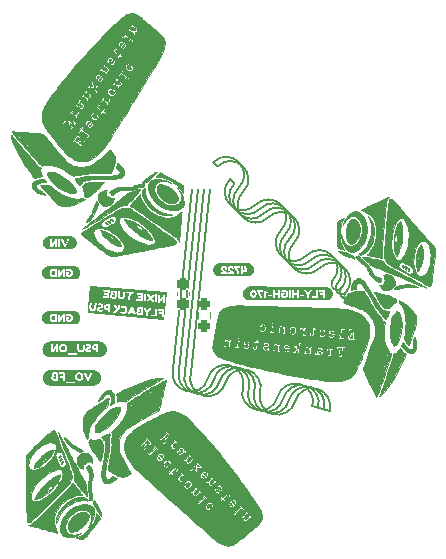
<source format=gbo>
G04 #@! TF.GenerationSoftware,KiCad,Pcbnew,6.0.9-8da3e8f707~116~ubuntu22.04.1*
G04 #@! TF.CreationDate,2022-11-27T05:06:29+05:30*
G04 #@! TF.ProjectId,meshy-tron,6d657368-792d-4747-926f-6e2e6b696361,rev?*
G04 #@! TF.SameCoordinates,Original*
G04 #@! TF.FileFunction,Legend,Bot*
G04 #@! TF.FilePolarity,Positive*
%FSLAX46Y46*%
G04 Gerber Fmt 4.6, Leading zero omitted, Abs format (unit mm)*
G04 Created by KiCad (PCBNEW 6.0.9-8da3e8f707~116~ubuntu22.04.1) date 2022-11-27 05:06:29*
%MOMM*%
%LPD*%
G01*
G04 APERTURE LIST*
G04 Aperture macros list*
%AMRoundRect*
0 Rectangle with rounded corners*
0 $1 Rounding radius*
0 $2 $3 $4 $5 $6 $7 $8 $9 X,Y pos of 4 corners*
0 Add a 4 corners polygon primitive as box body*
4,1,4,$2,$3,$4,$5,$6,$7,$8,$9,$2,$3,0*
0 Add four circle primitives for the rounded corners*
1,1,$1+$1,$2,$3*
1,1,$1+$1,$4,$5*
1,1,$1+$1,$6,$7*
1,1,$1+$1,$8,$9*
0 Add four rect primitives between the rounded corners*
20,1,$1+$1,$2,$3,$4,$5,0*
20,1,$1+$1,$4,$5,$6,$7,0*
20,1,$1+$1,$6,$7,$8,$9,0*
20,1,$1+$1,$8,$9,$2,$3,0*%
G04 Aperture macros list end*
%ADD10C,0.200000*%
%ADD11C,0.010000*%
%ADD12C,0.120000*%
%ADD13R,1.700000X1.700000*%
%ADD14O,1.700000X1.700000*%
%ADD15RoundRect,0.237500X0.237500X-0.250000X0.237500X0.250000X-0.237500X0.250000X-0.237500X-0.250000X0*%
%ADD16RoundRect,0.237500X-0.237500X0.300000X-0.237500X-0.300000X0.237500X-0.300000X0.237500X0.300000X0*%
G04 APERTURE END LIST*
D10*
X135066370Y-37530370D02*
G75*
G03*
X135946252Y-38038370I439941J-254000D01*
G01*
X135425580Y-37889580D02*
G75*
G03*
X136305462Y-38397580I439941J-254000D01*
G01*
X135784790Y-38248790D02*
G75*
G03*
X136664672Y-38756790I439941J-254000D01*
G01*
X136144000Y-38608000D02*
G75*
G03*
X137023882Y-39116000I439941J-254000D01*
G01*
X125008484Y-27472484D02*
X125367694Y-27831694D01*
X126445323Y-28909325D02*
X126804534Y-29268535D01*
X127163745Y-29627746D02*
G75*
G03*
X125008484Y-27472484I-1077631J1077631D01*
G01*
X127522955Y-29986956D02*
G75*
G03*
X125367694Y-27831694I-1077631J1077631D01*
G01*
X123097435Y-45358478D02*
X124714000Y-29718000D01*
X122606745Y-45226999D02*
X124206000Y-29718000D01*
X122116053Y-45095518D02*
X123698000Y-29718000D01*
X121625363Y-44964038D02*
X123190000Y-29718000D01*
X133401930Y-48119560D02*
X134874000Y-48514000D01*
X122116053Y-45095518D02*
G75*
G03*
X125060197Y-45884399I1472072J-394441D01*
G01*
X128985718Y-46936239D02*
G75*
G03*
X126041576Y-46147359I-1472071J394440D01*
G01*
X123097434Y-45358478D02*
G75*
G03*
X126041576Y-46147359I1472071J-394441D01*
G01*
X122606744Y-45226999D02*
G75*
G03*
X125550886Y-46015879I1472071J-394440D01*
G01*
X121625365Y-44964039D02*
G75*
G03*
X124569505Y-45752919I1472070J-394439D01*
G01*
X128004337Y-46673279D02*
G75*
G03*
X125060197Y-45884399I-1472070J394439D01*
G01*
X128495026Y-46804759D02*
G75*
G03*
X125550886Y-46015879I-1472070J394441D01*
G01*
X127513647Y-46541799D02*
G75*
G03*
X124569505Y-45752919I-1472071J394440D01*
G01*
X133401930Y-48119560D02*
G75*
G03*
X130457788Y-47330680I-1472071J394440D01*
G01*
X134383313Y-48382521D02*
G75*
G03*
X131439169Y-47593640I-1472072J394441D01*
G01*
X133892622Y-48251041D02*
G75*
G03*
X130948478Y-47462160I-1472072J394441D01*
G01*
X127513646Y-46541799D02*
G75*
G03*
X130457788Y-47330680I1472071J-394440D01*
G01*
X128495027Y-46804760D02*
G75*
G03*
X131439169Y-47593640I1472071J-394440D01*
G01*
X128985717Y-46936239D02*
G75*
G03*
X131929859Y-47725120I1472071J-394441D01*
G01*
X134874001Y-48514000D02*
G75*
G03*
X131929859Y-47725120I-1472071J394440D01*
G01*
X128004334Y-46673278D02*
G75*
G03*
X130948478Y-47462160I1472072J-394441D01*
G01*
X129540001Y-38069184D02*
X128016001Y-38069184D01*
X130755847Y-33219847D02*
G75*
G03*
X128600587Y-31064587I-1077630J1077630D01*
G01*
X127522956Y-29986957D02*
G75*
G03*
X129678216Y-32142217I1077630J-1077630D01*
G01*
X131833479Y-34297479D02*
G75*
G03*
X129678217Y-32142217I-1077631J1077631D01*
G01*
X131115059Y-33579059D02*
G75*
G03*
X128959797Y-31423797I-1077631J1077631D01*
G01*
X127163744Y-29627745D02*
G75*
G03*
X129319005Y-31783007I1077631J-1077631D01*
G01*
X126804533Y-29268534D02*
G75*
G03*
X128959796Y-31423797I1077631J-1077632D01*
G01*
X126445324Y-28909326D02*
G75*
G03*
X128600586Y-31064587I1077631J-1077630D01*
G01*
X131474269Y-33938269D02*
G75*
G03*
X129319007Y-31783007I-1077631J1077631D01*
G01*
X135066369Y-37530369D02*
G75*
G03*
X132911109Y-35375109I-1077630J1077630D01*
G01*
X130755847Y-33219847D02*
G75*
G03*
X132911109Y-35375109I1077631J-1077631D01*
G01*
X135425581Y-37889581D02*
G75*
G03*
X133270319Y-35734319I-1077631J1077631D01*
G01*
X131474267Y-33938267D02*
G75*
G03*
X133629529Y-36093529I1077631J-1077631D01*
G01*
X131115057Y-33579057D02*
G75*
G03*
X133270319Y-35734319I1077631J-1077631D01*
G01*
X136144001Y-38608001D02*
G75*
G03*
X133988739Y-36452739I-1077631J1077631D01*
G01*
X135784791Y-38248791D02*
G75*
G03*
X133629529Y-36093529I-1077631J1077631D01*
G01*
X131833479Y-34297479D02*
G75*
G03*
X133988739Y-36452739I1077630J-1077630D01*
G01*
G36*
X114901464Y-45062780D02*
G01*
X114965571Y-45072289D01*
X115028438Y-45088037D01*
X115089458Y-45109870D01*
X115148044Y-45137579D01*
X115203632Y-45170897D01*
X115255687Y-45209504D01*
X115303707Y-45253027D01*
X115347230Y-45301047D01*
X115385836Y-45353101D01*
X115419155Y-45408690D01*
X115446864Y-45467276D01*
X115468697Y-45528296D01*
X115484444Y-45591162D01*
X115493954Y-45655269D01*
X115497134Y-45720000D01*
X115493954Y-45784731D01*
X115484444Y-45848838D01*
X115468697Y-45911704D01*
X115446864Y-45972724D01*
X115419155Y-46031310D01*
X115385836Y-46086899D01*
X115347230Y-46138953D01*
X115303707Y-46186973D01*
X115255687Y-46230496D01*
X115203632Y-46269103D01*
X115148044Y-46302421D01*
X115089458Y-46330130D01*
X115028438Y-46351963D01*
X114965571Y-46367711D01*
X114901464Y-46377220D01*
X114836734Y-46380400D01*
X111223266Y-46380400D01*
X111158536Y-46377220D01*
X111094429Y-46367711D01*
X111031562Y-46351963D01*
X110970542Y-46330130D01*
X110911956Y-46302421D01*
X110856368Y-46269103D01*
X110804313Y-46230496D01*
X110756293Y-46186973D01*
X110712770Y-46138953D01*
X110696278Y-46116716D01*
X112515174Y-46116716D01*
X112519460Y-46154340D01*
X112533271Y-46174343D01*
X112574229Y-46181963D01*
X113215261Y-46181963D01*
X113268601Y-46154340D01*
X113273364Y-46116240D01*
X113269078Y-46078140D01*
X113255266Y-46058138D01*
X113214309Y-46050518D01*
X112573276Y-46050518D01*
X112519936Y-46079093D01*
X112515174Y-46116716D01*
X110696278Y-46116716D01*
X110674164Y-46086899D01*
X110640845Y-46031310D01*
X110613136Y-45972724D01*
X110591303Y-45911704D01*
X110575556Y-45848838D01*
X110566046Y-45784731D01*
X110563849Y-45740003D01*
X111302641Y-45740003D01*
X111310738Y-45800063D01*
X111332486Y-45853244D01*
X111367888Y-45899546D01*
X111413131Y-45935265D01*
X111464408Y-45956696D01*
X111521716Y-45963840D01*
X111772224Y-45963840D01*
X111825088Y-45954791D01*
X111850329Y-45927645D01*
X111856044Y-45878115D01*
X111856044Y-45351382D01*
X111917956Y-45351382D01*
X111923671Y-45399960D01*
X111943674Y-45425201D01*
X111968915Y-45433774D01*
X112002729Y-45435202D01*
X112294194Y-45435202D01*
X112294194Y-45531405D01*
X112106551Y-45531405D01*
X112072738Y-45532834D01*
X112047496Y-45541882D01*
X112028923Y-45567838D01*
X112022731Y-45617130D01*
X112031780Y-45670232D01*
X112058926Y-45696187D01*
X112107504Y-45700950D01*
X112294194Y-45700950D01*
X112294194Y-45880973D01*
X112295623Y-45914310D01*
X112304671Y-45939075D01*
X112329913Y-45958363D01*
X112378966Y-45964793D01*
X112431830Y-45955744D01*
X112457071Y-45928598D01*
X112462786Y-45880020D01*
X112462786Y-45612844D01*
X113311464Y-45612844D01*
X113317655Y-45685531D01*
X113336229Y-45752623D01*
X113367185Y-45814119D01*
X113410524Y-45870019D01*
X113462911Y-45916483D01*
X113521014Y-45949672D01*
X113584831Y-45969585D01*
X113654364Y-45976223D01*
X113724045Y-45969674D01*
X113788309Y-45950029D01*
X113847156Y-45917287D01*
X113900585Y-45871448D01*
X113944966Y-45816560D01*
X113976666Y-45756671D01*
X113995686Y-45691782D01*
X114002026Y-45621892D01*
X113994883Y-45545335D01*
X113973451Y-45473779D01*
X113940114Y-45410318D01*
X113897251Y-45358050D01*
X113872676Y-45338047D01*
X114040126Y-45338047D01*
X114054414Y-45383767D01*
X114317304Y-45917168D01*
X114349213Y-45950981D01*
X114393504Y-45963840D01*
X114403029Y-45963840D01*
X114448273Y-45950981D01*
X114480181Y-45917168D01*
X114743071Y-45383767D01*
X114757359Y-45338047D01*
X114743309Y-45306139D01*
X114701161Y-45277087D01*
X114653060Y-45260895D01*
X114627819Y-45264705D01*
X114611626Y-45278040D01*
X114595910Y-45303281D01*
X114583170Y-45329951D01*
X114559239Y-45382339D01*
X114528640Y-45449609D01*
X114495898Y-45520927D01*
X114463036Y-45592246D01*
X114432080Y-45659516D01*
X114408625Y-45710356D01*
X114398266Y-45732383D01*
X114207766Y-45315187D01*
X114194431Y-45286612D01*
X114152521Y-45260895D01*
X114096324Y-45277087D01*
X114054176Y-45306139D01*
X114040126Y-45338047D01*
X113872676Y-45338047D01*
X113846054Y-45316378D01*
X113787714Y-45284707D01*
X113724849Y-45264705D01*
X113660079Y-45258037D01*
X113591915Y-45264407D01*
X113528396Y-45283517D01*
X113469519Y-45315366D01*
X113415286Y-45359955D01*
X113369864Y-45413980D01*
X113337419Y-45474136D01*
X113317953Y-45540424D01*
X113311464Y-45612844D01*
X112462786Y-45612844D01*
X112462786Y-45350430D01*
X112444689Y-45284231D01*
X112376109Y-45266610D01*
X112000824Y-45266610D01*
X111967963Y-45268039D01*
X111943198Y-45277087D01*
X111923671Y-45302805D01*
X111917956Y-45351382D01*
X111856044Y-45351382D01*
X111856044Y-45349477D01*
X111854615Y-45316140D01*
X111845566Y-45291375D01*
X111820325Y-45272087D01*
X111771271Y-45265657D01*
X111531241Y-45265657D01*
X111475996Y-45272431D01*
X111427101Y-45292751D01*
X111384556Y-45326617D01*
X111350160Y-45370644D01*
X111329523Y-45420174D01*
X111322644Y-45475207D01*
X111331693Y-45535453D01*
X111358839Y-45590460D01*
X111327618Y-45636709D01*
X111308885Y-45686557D01*
X111302641Y-45740003D01*
X110563849Y-45740003D01*
X110562866Y-45720000D01*
X110566046Y-45655269D01*
X110575556Y-45591162D01*
X110591303Y-45528296D01*
X110613136Y-45467276D01*
X110640845Y-45408690D01*
X110674164Y-45353101D01*
X110712770Y-45301047D01*
X110756293Y-45253027D01*
X110804313Y-45209504D01*
X110856368Y-45170897D01*
X110911956Y-45137579D01*
X110970542Y-45109870D01*
X111031562Y-45088037D01*
X111094429Y-45072289D01*
X111158536Y-45062780D01*
X111223266Y-45059600D01*
X114836734Y-45059600D01*
X114901464Y-45062780D01*
G37*
G36*
X113721515Y-45439846D02*
G01*
X113779141Y-45479494D01*
X113809304Y-45518282D01*
X113827401Y-45564160D01*
X113833434Y-45617130D01*
X113827348Y-45670100D01*
X113809092Y-45715978D01*
X113778665Y-45754766D01*
X113720682Y-45794414D01*
X113656269Y-45807630D01*
X113591975Y-45794771D01*
X113534349Y-45756195D01*
X113504186Y-45717989D01*
X113486089Y-45671952D01*
X113480056Y-45618082D01*
X113486142Y-45564107D01*
X113504398Y-45517752D01*
X113534825Y-45479017D01*
X113592808Y-45439727D01*
X113657221Y-45426630D01*
X113721515Y-45439846D01*
G37*
G36*
X111687451Y-45795248D02*
G01*
X111531241Y-45795248D01*
X111486236Y-45779055D01*
X111471234Y-45730478D01*
X111476473Y-45694282D01*
X111494094Y-45675232D01*
X111547434Y-45667612D01*
X111598869Y-45654277D01*
X111616014Y-45599509D01*
X111598393Y-45544740D01*
X111539814Y-45531405D01*
X111494094Y-45511402D01*
X111491236Y-45477112D01*
X111506953Y-45443775D01*
X111554101Y-45434250D01*
X111687451Y-45434250D01*
X111687451Y-45795248D01*
G37*
G36*
X115419923Y-42648358D02*
G01*
X115484169Y-42657888D01*
X115547171Y-42673669D01*
X115608323Y-42695550D01*
X115667036Y-42723319D01*
X115722745Y-42756710D01*
X115774912Y-42795399D01*
X115823036Y-42839016D01*
X115866653Y-42887140D01*
X115905343Y-42939308D01*
X115938733Y-42995016D01*
X115966503Y-43053729D01*
X115988383Y-43114881D01*
X116004164Y-43177884D01*
X116013694Y-43242129D01*
X116016881Y-43307000D01*
X116013694Y-43371871D01*
X116004164Y-43436116D01*
X115988383Y-43499119D01*
X115966503Y-43560271D01*
X115938733Y-43618984D01*
X115905343Y-43674692D01*
X115866653Y-43726860D01*
X115823036Y-43774984D01*
X115774912Y-43818601D01*
X115722745Y-43857290D01*
X115667036Y-43890681D01*
X115608323Y-43918450D01*
X115547171Y-43940331D01*
X115484169Y-43956112D01*
X115419923Y-43965642D01*
X115355053Y-43968829D01*
X111212947Y-43968829D01*
X111148077Y-43965642D01*
X111083831Y-43956112D01*
X111020829Y-43940331D01*
X110959677Y-43918450D01*
X110900964Y-43890681D01*
X110845255Y-43857290D01*
X110793088Y-43818601D01*
X110744964Y-43774984D01*
X110701347Y-43726860D01*
X110685242Y-43705145D01*
X112692497Y-43705145D01*
X112696784Y-43742769D01*
X112710595Y-43762771D01*
X112751552Y-43770391D01*
X113392585Y-43770391D01*
X113445925Y-43742769D01*
X113450688Y-43704669D01*
X113446401Y-43666569D01*
X113432590Y-43646566D01*
X113391633Y-43638946D01*
X112750600Y-43638946D01*
X112697260Y-43667521D01*
X112692497Y-43705145D01*
X110685242Y-43705145D01*
X110662657Y-43674692D01*
X110629267Y-43618984D01*
X110601497Y-43560271D01*
X110579617Y-43499119D01*
X110572173Y-43469401D01*
X111292322Y-43469401D01*
X111293751Y-43502739D01*
X111302800Y-43527504D01*
X111328041Y-43546792D01*
X111377095Y-43553221D01*
X111428530Y-43547506D01*
X111452342Y-43529409D01*
X111519705Y-43439662D01*
X111578919Y-43360922D01*
X111629984Y-43293189D01*
X111672899Y-43236462D01*
X111707665Y-43190742D01*
X111734282Y-43156029D01*
X111734282Y-43469401D01*
X111735711Y-43502739D01*
X111744760Y-43527504D01*
X111770001Y-43546792D01*
X111819055Y-43553221D01*
X111866680Y-43546792D01*
X111891445Y-43527504D01*
X111900494Y-43501786D01*
X111901922Y-43468449D01*
X111901922Y-43201272D01*
X111963835Y-43201272D01*
X111970026Y-43273960D01*
X111988600Y-43341052D01*
X112019556Y-43402548D01*
X112062895Y-43458448D01*
X112115282Y-43504912D01*
X112173385Y-43538100D01*
X112237202Y-43558014D01*
X112306735Y-43564651D01*
X112376416Y-43558103D01*
X112440680Y-43538458D01*
X112499527Y-43505715D01*
X112552956Y-43459876D01*
X112597337Y-43404988D01*
X112629037Y-43345100D01*
X112648057Y-43280211D01*
X112652842Y-43227466D01*
X113503075Y-43227466D01*
X113507957Y-43288902D01*
X113522601Y-43347481D01*
X113547009Y-43403203D01*
X113581180Y-43456066D01*
X113624757Y-43500000D01*
X113679288Y-43534648D01*
X113742510Y-43557150D01*
X113812161Y-43564651D01*
X113881694Y-43557031D01*
X113944559Y-43534171D01*
X113998494Y-43498929D01*
X114041238Y-43454161D01*
X114074992Y-43402012D01*
X114099102Y-43346529D01*
X114103085Y-43330336D01*
X114180303Y-43330336D01*
X114186494Y-43388558D01*
X114205068Y-43439398D01*
X114233643Y-43481188D01*
X114269838Y-43512264D01*
X114322437Y-43540310D01*
X114377364Y-43557137D01*
X114434620Y-43562746D01*
X114478197Y-43560008D01*
X114519393Y-43551793D01*
X114584163Y-43524646D01*
X114627025Y-43494643D01*
X114654648Y-43465591D01*
X114663220Y-43455114D01*
X114687985Y-43400345D01*
X114677746Y-43372127D01*
X114647028Y-43336051D01*
X114596545Y-43313191D01*
X114564636Y-43325098D01*
X114522250Y-43360816D01*
X114484150Y-43391773D01*
X114438430Y-43406536D01*
X114389218Y-43398493D01*
X114359690Y-43374363D01*
X114349848Y-43334146D01*
X114374136Y-43297475D01*
X114434620Y-43276044D01*
X114472244Y-43267352D01*
X114512725Y-43254612D01*
X114553206Y-43238539D01*
X114590830Y-43219846D01*
X114624048Y-43194010D01*
X114651314Y-43156505D01*
X114669530Y-43108761D01*
X114669568Y-43108404D01*
X114735610Y-43108404D01*
X114741801Y-43167340D01*
X114760375Y-43220322D01*
X114788712Y-43265209D01*
X114824193Y-43299856D01*
X114877533Y-43333723D01*
X114932143Y-43354043D01*
X114988023Y-43360816D01*
X115107085Y-43360816D01*
X115107085Y-43468449D01*
X115108514Y-43501310D01*
X115117563Y-43526551D01*
X115142804Y-43545839D01*
X115191858Y-43552269D01*
X115244721Y-43543458D01*
X115269963Y-43517026D01*
X115275678Y-43467496D01*
X115275678Y-42938859D01*
X115274249Y-42905997D01*
X115265200Y-42880756D01*
X115239959Y-42861468D01*
X115190905Y-42855039D01*
X114987070Y-42855039D01*
X114931719Y-42861812D01*
X114877427Y-42882132D01*
X114824193Y-42915999D01*
X114788712Y-42950765D01*
X114760375Y-42996009D01*
X114741801Y-43049349D01*
X114735610Y-43108404D01*
X114669568Y-43108404D01*
X114675603Y-43052206D01*
X114668670Y-42998707D01*
X114647874Y-42949971D01*
X114613214Y-42905997D01*
X114566594Y-42871337D01*
X114509920Y-42850541D01*
X114443193Y-42843609D01*
X114388543Y-42847300D01*
X114338894Y-42858372D01*
X114273648Y-42888376D01*
X114249835Y-42906474D01*
X114220308Y-42953146D01*
X114243168Y-43005534D01*
X114276029Y-43041252D01*
X114309843Y-43053159D01*
X114359373Y-43034109D01*
X114370326Y-43024584D01*
X114385090Y-43012201D01*
X114436049Y-42999819D01*
X114487484Y-43014582D01*
X114507963Y-43055540D01*
X114483674Y-43097926D01*
X114423190Y-43119834D01*
X114385328Y-43127097D01*
X114344133Y-43137455D01*
X114302937Y-43150671D01*
X114265075Y-43166506D01*
X114231857Y-43189962D01*
X114204591Y-43226037D01*
X114186375Y-43273305D01*
X114180303Y-43330336D01*
X114103085Y-43330336D01*
X114113568Y-43287712D01*
X114118390Y-43225561D01*
X114118390Y-42938859D01*
X114116961Y-42905045D01*
X114107913Y-42879804D01*
X114082195Y-42859801D01*
X114033618Y-42854086D01*
X113985040Y-42859801D01*
X113960275Y-42879804D01*
X113948845Y-42939811D01*
X113948845Y-43225561D01*
X113941701Y-43282235D01*
X113920270Y-43336051D01*
X113877408Y-43378914D01*
X113809780Y-43395106D01*
X113749058Y-43382248D01*
X113705958Y-43343671D01*
X113680240Y-43288188D01*
X113671668Y-43224609D01*
X113671668Y-42933144D01*
X113662143Y-42880756D01*
X113634520Y-42859801D01*
X113589276Y-42854086D01*
X113545938Y-42858849D01*
X113521173Y-42870279D01*
X113508790Y-42890281D01*
X113503075Y-42939811D01*
X113503075Y-43227466D01*
X112652842Y-43227466D01*
X112654397Y-43210321D01*
X112647254Y-43133764D01*
X112625822Y-43062207D01*
X112592485Y-42998747D01*
X112549622Y-42946479D01*
X112498426Y-42904807D01*
X112440085Y-42873136D01*
X112377220Y-42853134D01*
X112312450Y-42846466D01*
X112244287Y-42852836D01*
X112180767Y-42871946D01*
X112121890Y-42903795D01*
X112067657Y-42948384D01*
X112022235Y-43002408D01*
X111989791Y-43062565D01*
X111970324Y-43128853D01*
X111963835Y-43201272D01*
X111901922Y-43201272D01*
X111901922Y-42936954D01*
X111892874Y-42884090D01*
X111865727Y-42861706D01*
X111819055Y-42855991D01*
X111773811Y-42861230D01*
X111750475Y-42873136D01*
X111728567Y-42897901D01*
X111665279Y-42983864D01*
X111609399Y-43059509D01*
X111560927Y-43124834D01*
X111519864Y-43179841D01*
X111486209Y-43224529D01*
X111459962Y-43258899D01*
X111459962Y-42936954D01*
X111450914Y-42884090D01*
X111423767Y-42861706D01*
X111378524Y-42855991D01*
X111334709Y-42860754D01*
X111309944Y-42872184D01*
X111298037Y-42892186D01*
X111292322Y-42940764D01*
X111292322Y-43469401D01*
X110572173Y-43469401D01*
X110563836Y-43436116D01*
X110554306Y-43371871D01*
X110551119Y-43307000D01*
X110554306Y-43242129D01*
X110563836Y-43177884D01*
X110579617Y-43114881D01*
X110601497Y-43053729D01*
X110629267Y-42995016D01*
X110662657Y-42939308D01*
X110701347Y-42887140D01*
X110744964Y-42839016D01*
X110793088Y-42795399D01*
X110845255Y-42756710D01*
X110900964Y-42723319D01*
X110959677Y-42695550D01*
X111020829Y-42673669D01*
X111083831Y-42657888D01*
X111148077Y-42648358D01*
X111212947Y-42645171D01*
X115355053Y-42645171D01*
X115419923Y-42648358D01*
G37*
G36*
X112373886Y-43028275D02*
G01*
X112431512Y-43067922D01*
X112461675Y-43106710D01*
X112479772Y-43152589D01*
X112485805Y-43205559D01*
X112479720Y-43258528D01*
X112461463Y-43304407D01*
X112431036Y-43343195D01*
X112373053Y-43382843D01*
X112308640Y-43396059D01*
X112244346Y-43383200D01*
X112186720Y-43344624D01*
X112156557Y-43306418D01*
X112138460Y-43260380D01*
X112132427Y-43206511D01*
X112138513Y-43152536D01*
X112156769Y-43106181D01*
X112187196Y-43067446D01*
X112245180Y-43028156D01*
X112309592Y-43015059D01*
X112373886Y-43028275D01*
G37*
G36*
X115107085Y-43192224D02*
G01*
X114987070Y-43192224D01*
X114930873Y-43171269D01*
X114903250Y-43108404D01*
X114930873Y-43045062D01*
X114988023Y-43023631D01*
X115107085Y-43023631D01*
X115107085Y-43192224D01*
G37*
G36*
X113269526Y-40084207D02*
G01*
X113323740Y-40092249D01*
X113376904Y-40105566D01*
X113428507Y-40124029D01*
X113478052Y-40147462D01*
X113525061Y-40175639D01*
X113569083Y-40208287D01*
X113609692Y-40245093D01*
X113646498Y-40285702D01*
X113679146Y-40329724D01*
X113707323Y-40376733D01*
X113730756Y-40426278D01*
X113749219Y-40477881D01*
X113762536Y-40531045D01*
X113770578Y-40585259D01*
X113773267Y-40640000D01*
X113770578Y-40694741D01*
X113762536Y-40748955D01*
X113749219Y-40802119D01*
X113730756Y-40853722D01*
X113707323Y-40903267D01*
X113679146Y-40950276D01*
X113646498Y-40994298D01*
X113609692Y-41034907D01*
X113569083Y-41071713D01*
X113525061Y-41104361D01*
X113478052Y-41132538D01*
X113428507Y-41155971D01*
X113376904Y-41174434D01*
X113323740Y-41187751D01*
X113269526Y-41195793D01*
X113214785Y-41198483D01*
X111067215Y-41198483D01*
X111012474Y-41195793D01*
X110958260Y-41187751D01*
X110905096Y-41174434D01*
X110853493Y-41155971D01*
X110803948Y-41132538D01*
X110756939Y-41104361D01*
X110712917Y-41071713D01*
X110672308Y-41034907D01*
X110635502Y-40994298D01*
X110602854Y-40950276D01*
X110574677Y-40903267D01*
X110551244Y-40853722D01*
X110532781Y-40802119D01*
X110519464Y-40748955D01*
X110511422Y-40694741D01*
X110508733Y-40640000D01*
X110508897Y-40636666D01*
X111146590Y-40636666D01*
X111152990Y-40706705D01*
X111172188Y-40771564D01*
X111204186Y-40831244D01*
X111248984Y-40885745D01*
X111302889Y-40931167D01*
X111362212Y-40963612D01*
X111426952Y-40983079D01*
X111497110Y-40989568D01*
X111671418Y-40989568D01*
X111718566Y-40983614D01*
X111743808Y-40965755D01*
X111754881Y-40906700D01*
X111831438Y-40906700D01*
X111832866Y-40940038D01*
X111841915Y-40964803D01*
X111867156Y-40984091D01*
X111916210Y-40990520D01*
X111967645Y-40984805D01*
X111991458Y-40966708D01*
X112058820Y-40876961D01*
X112118034Y-40798221D01*
X112169099Y-40730488D01*
X112212014Y-40673761D01*
X112246780Y-40628041D01*
X112273398Y-40593327D01*
X112273398Y-40906700D01*
X112274826Y-40940038D01*
X112283875Y-40964803D01*
X112309116Y-40984091D01*
X112358170Y-40990520D01*
X112405795Y-40984091D01*
X112430560Y-40964803D01*
X112439609Y-40939085D01*
X112441038Y-40905748D01*
X112441038Y-40859075D01*
X112517238Y-40859075D01*
X112543908Y-40917178D01*
X112588913Y-40953432D01*
X112643920Y-40979328D01*
X112708928Y-40994866D01*
X112783938Y-41000045D01*
X112852577Y-40993348D01*
X112916573Y-40973256D01*
X112975926Y-40939770D01*
X113030635Y-40892889D01*
X113076474Y-40836542D01*
X113109216Y-40774660D01*
X113128862Y-40707241D01*
X113135410Y-40634285D01*
X113128743Y-40561687D01*
X113108740Y-40495339D01*
X113075403Y-40435242D01*
X113028730Y-40381396D01*
X112973009Y-40337016D01*
X112912525Y-40305315D01*
X112847279Y-40286295D01*
X112777270Y-40279955D01*
X112703716Y-40288210D01*
X112632913Y-40312975D01*
X112564863Y-40354250D01*
X112539145Y-40396636D01*
X112561053Y-40450452D01*
X112596533Y-40488314D01*
X112628680Y-40500935D01*
X112686783Y-40474741D01*
X112730598Y-40455096D01*
X112782033Y-40448547D01*
X112850374Y-40461287D01*
X112910620Y-40499506D01*
X112952768Y-40558323D01*
X112966818Y-40632856D01*
X112960468Y-40685032D01*
X112941418Y-40731705D01*
X112909668Y-40772874D01*
X112848708Y-40816093D01*
X112780128Y-40830500D01*
X112730359Y-40826214D01*
X112685830Y-40813355D01*
X112685830Y-40709533D01*
X112761078Y-40709533D01*
X112802988Y-40701913D01*
X112819180Y-40679529D01*
X112822990Y-40639524D01*
X112818704Y-40599042D01*
X112802988Y-40578087D01*
X112757268Y-40569515D01*
X112589628Y-40569515D01*
X112526763Y-40596185D01*
X112517238Y-40649525D01*
X112517238Y-40859075D01*
X112441038Y-40859075D01*
X112441038Y-40374252D01*
X112431989Y-40321389D01*
X112404843Y-40299005D01*
X112358170Y-40293290D01*
X112312926Y-40298529D01*
X112289590Y-40310435D01*
X112267683Y-40335200D01*
X112204394Y-40421163D01*
X112148514Y-40496807D01*
X112100043Y-40562133D01*
X112058979Y-40617140D01*
X112025324Y-40661828D01*
X111999078Y-40696198D01*
X111999078Y-40374252D01*
X111990029Y-40321389D01*
X111962883Y-40299005D01*
X111917639Y-40293290D01*
X111873824Y-40298052D01*
X111849059Y-40309482D01*
X111837153Y-40329485D01*
X111831438Y-40378062D01*
X111831438Y-40906700D01*
X111754881Y-40906700D01*
X111755238Y-40904795D01*
X111755238Y-40375205D01*
X111753809Y-40341867D01*
X111744760Y-40317102D01*
X111719519Y-40297814D01*
X111670465Y-40291385D01*
X111494253Y-40292337D01*
X111427280Y-40298559D01*
X111364474Y-40317222D01*
X111305836Y-40348327D01*
X111251365Y-40391874D01*
X111205526Y-40444499D01*
X111172784Y-40502840D01*
X111153138Y-40566896D01*
X111146590Y-40636666D01*
X110508897Y-40636666D01*
X110511422Y-40585259D01*
X110519464Y-40531045D01*
X110532781Y-40477881D01*
X110551244Y-40426278D01*
X110574677Y-40376733D01*
X110602854Y-40329724D01*
X110635502Y-40285702D01*
X110672308Y-40245093D01*
X110712917Y-40208287D01*
X110756939Y-40175639D01*
X110803948Y-40147462D01*
X110853493Y-40124029D01*
X110905096Y-40105566D01*
X110958260Y-40092249D01*
X111012474Y-40084207D01*
X111067215Y-40081517D01*
X113214785Y-40081517D01*
X113269526Y-40084207D01*
G37*
G36*
X111586645Y-40820975D02*
G01*
X111494253Y-40820975D01*
X111429006Y-40808235D01*
X111370428Y-40770016D01*
X111328994Y-40712509D01*
X111315183Y-40641905D01*
X111328637Y-40571063D01*
X111368999Y-40512841D01*
X111427458Y-40473908D01*
X111495205Y-40460930D01*
X111586645Y-40460930D01*
X111586645Y-40820975D01*
G37*
G36*
X113269526Y-36274207D02*
G01*
X113323740Y-36282249D01*
X113376904Y-36295566D01*
X113428507Y-36314029D01*
X113478052Y-36337462D01*
X113525061Y-36365639D01*
X113569083Y-36398287D01*
X113609692Y-36435093D01*
X113646498Y-36475702D01*
X113679146Y-36519724D01*
X113707323Y-36566733D01*
X113730756Y-36616278D01*
X113749219Y-36667881D01*
X113762536Y-36721045D01*
X113770578Y-36775259D01*
X113773267Y-36830000D01*
X113770578Y-36884741D01*
X113762536Y-36938955D01*
X113749219Y-36992119D01*
X113730756Y-37043722D01*
X113707323Y-37093267D01*
X113679146Y-37140276D01*
X113646498Y-37184298D01*
X113609692Y-37224907D01*
X113569083Y-37261713D01*
X113525061Y-37294361D01*
X113478052Y-37322538D01*
X113428507Y-37345971D01*
X113376904Y-37364434D01*
X113323740Y-37377751D01*
X113269526Y-37385793D01*
X113214785Y-37388483D01*
X111067215Y-37388483D01*
X111012474Y-37385793D01*
X110958260Y-37377751D01*
X110905096Y-37364434D01*
X110853493Y-37345971D01*
X110803948Y-37322538D01*
X110756939Y-37294361D01*
X110712917Y-37261713D01*
X110672308Y-37224907D01*
X110635502Y-37184298D01*
X110602854Y-37140276D01*
X110574677Y-37093267D01*
X110551244Y-37043722D01*
X110532781Y-36992119D01*
X110519464Y-36938955D01*
X110511422Y-36884741D01*
X110508733Y-36830000D01*
X110508897Y-36826666D01*
X111146590Y-36826666D01*
X111152990Y-36896705D01*
X111172188Y-36961564D01*
X111204186Y-37021244D01*
X111248984Y-37075745D01*
X111302889Y-37121167D01*
X111362212Y-37153612D01*
X111426952Y-37173079D01*
X111497110Y-37179568D01*
X111671418Y-37179568D01*
X111718566Y-37173614D01*
X111743808Y-37155755D01*
X111754881Y-37096700D01*
X111831438Y-37096700D01*
X111832866Y-37130038D01*
X111841915Y-37154803D01*
X111867156Y-37174091D01*
X111916210Y-37180520D01*
X111967645Y-37174805D01*
X111991458Y-37156708D01*
X112058820Y-37066961D01*
X112118034Y-36988221D01*
X112169099Y-36920488D01*
X112212014Y-36863761D01*
X112246780Y-36818041D01*
X112273398Y-36783327D01*
X112273398Y-37096700D01*
X112274826Y-37130038D01*
X112283875Y-37154803D01*
X112309116Y-37174091D01*
X112358170Y-37180520D01*
X112405795Y-37174091D01*
X112430560Y-37154803D01*
X112439609Y-37129085D01*
X112441038Y-37095748D01*
X112441038Y-37049075D01*
X112517238Y-37049075D01*
X112543908Y-37107178D01*
X112588913Y-37143432D01*
X112643920Y-37169328D01*
X112708928Y-37184866D01*
X112783938Y-37190045D01*
X112852577Y-37183348D01*
X112916573Y-37163256D01*
X112975926Y-37129770D01*
X113030635Y-37082889D01*
X113076474Y-37026542D01*
X113109216Y-36964660D01*
X113128862Y-36897241D01*
X113135410Y-36824285D01*
X113128743Y-36751687D01*
X113108740Y-36685339D01*
X113075403Y-36625242D01*
X113028730Y-36571396D01*
X112973009Y-36527016D01*
X112912525Y-36495315D01*
X112847279Y-36476295D01*
X112777270Y-36469955D01*
X112703716Y-36478210D01*
X112632913Y-36502975D01*
X112564863Y-36544250D01*
X112539145Y-36586636D01*
X112561053Y-36640452D01*
X112596533Y-36678314D01*
X112628680Y-36690935D01*
X112686783Y-36664741D01*
X112730598Y-36645096D01*
X112782033Y-36638547D01*
X112850374Y-36651287D01*
X112910620Y-36689506D01*
X112952768Y-36748323D01*
X112966818Y-36822856D01*
X112960468Y-36875032D01*
X112941418Y-36921705D01*
X112909668Y-36962874D01*
X112848708Y-37006093D01*
X112780128Y-37020500D01*
X112730359Y-37016214D01*
X112685830Y-37003355D01*
X112685830Y-36899533D01*
X112761078Y-36899533D01*
X112802988Y-36891913D01*
X112819180Y-36869529D01*
X112822990Y-36829524D01*
X112818704Y-36789042D01*
X112802988Y-36768087D01*
X112757268Y-36759515D01*
X112589628Y-36759515D01*
X112526763Y-36786185D01*
X112517238Y-36839525D01*
X112517238Y-37049075D01*
X112441038Y-37049075D01*
X112441038Y-36564252D01*
X112431989Y-36511389D01*
X112404843Y-36489005D01*
X112358170Y-36483290D01*
X112312926Y-36488529D01*
X112289590Y-36500435D01*
X112267683Y-36525200D01*
X112204394Y-36611163D01*
X112148514Y-36686807D01*
X112100043Y-36752133D01*
X112058979Y-36807140D01*
X112025324Y-36851828D01*
X111999078Y-36886198D01*
X111999078Y-36564252D01*
X111990029Y-36511389D01*
X111962883Y-36489005D01*
X111917639Y-36483290D01*
X111873824Y-36488052D01*
X111849059Y-36499482D01*
X111837153Y-36519485D01*
X111831438Y-36568062D01*
X111831438Y-37096700D01*
X111754881Y-37096700D01*
X111755238Y-37094795D01*
X111755238Y-36565205D01*
X111753809Y-36531867D01*
X111744760Y-36507102D01*
X111719519Y-36487814D01*
X111670465Y-36481385D01*
X111494253Y-36482337D01*
X111427280Y-36488559D01*
X111364474Y-36507222D01*
X111305836Y-36538327D01*
X111251365Y-36581874D01*
X111205526Y-36634499D01*
X111172784Y-36692840D01*
X111153138Y-36756896D01*
X111146590Y-36826666D01*
X110508897Y-36826666D01*
X110511422Y-36775259D01*
X110519464Y-36721045D01*
X110532781Y-36667881D01*
X110551244Y-36616278D01*
X110574677Y-36566733D01*
X110602854Y-36519724D01*
X110635502Y-36475702D01*
X110672308Y-36435093D01*
X110712917Y-36398287D01*
X110756939Y-36365639D01*
X110803948Y-36337462D01*
X110853493Y-36314029D01*
X110905096Y-36295566D01*
X110958260Y-36282249D01*
X111012474Y-36274207D01*
X111067215Y-36271517D01*
X113214785Y-36271517D01*
X113269526Y-36274207D01*
G37*
G36*
X111586645Y-37010975D02*
G01*
X111494253Y-37010975D01*
X111429006Y-36998235D01*
X111370428Y-36960016D01*
X111328994Y-36902509D01*
X111315183Y-36831905D01*
X111328637Y-36761063D01*
X111368999Y-36702841D01*
X111427458Y-36663908D01*
X111495205Y-36650930D01*
X111586645Y-36650930D01*
X111586645Y-37010975D01*
G37*
G36*
X112959329Y-33742264D02*
G01*
X113012756Y-33750189D01*
X113065150Y-33763313D01*
X113116005Y-33781509D01*
X113164832Y-33804603D01*
X113211159Y-33832371D01*
X113254543Y-33864546D01*
X113294563Y-33900818D01*
X113330836Y-33940839D01*
X113363011Y-33984222D01*
X113390779Y-34030550D01*
X113413872Y-34079376D01*
X113432068Y-34130231D01*
X113445192Y-34182625D01*
X113453117Y-34236053D01*
X113455767Y-34290000D01*
X113453117Y-34343947D01*
X113445192Y-34397375D01*
X113432068Y-34449769D01*
X113413872Y-34500624D01*
X113390779Y-34549450D01*
X113363011Y-34595778D01*
X113330836Y-34639161D01*
X113294563Y-34679182D01*
X113254543Y-34715454D01*
X113211159Y-34747629D01*
X113164832Y-34775397D01*
X113116005Y-34798491D01*
X113065150Y-34816687D01*
X113012756Y-34829811D01*
X112959329Y-34837736D01*
X112905381Y-34840386D01*
X111122619Y-34840386D01*
X111068671Y-34837736D01*
X111015244Y-34829811D01*
X110962850Y-34816687D01*
X110911995Y-34798491D01*
X110863168Y-34775397D01*
X110816841Y-34747629D01*
X110773457Y-34715454D01*
X110733437Y-34679182D01*
X110697164Y-34639161D01*
X110664989Y-34595778D01*
X110642423Y-34558129D01*
X111201994Y-34558129D01*
X111203422Y-34591466D01*
X111212471Y-34616231D01*
X111237712Y-34635519D01*
X111286766Y-34641949D01*
X111338201Y-34636234D01*
X111362014Y-34618136D01*
X111429377Y-34528390D01*
X111488590Y-34449650D01*
X111539655Y-34381916D01*
X111582570Y-34325190D01*
X111617337Y-34279470D01*
X111643954Y-34244756D01*
X111643954Y-34558129D01*
X111645382Y-34591466D01*
X111654431Y-34616231D01*
X111679672Y-34635519D01*
X111728726Y-34641949D01*
X111776351Y-34635519D01*
X111801116Y-34616231D01*
X111810165Y-34590514D01*
X111811553Y-34558129D01*
X111887794Y-34558129D01*
X111889222Y-34591466D01*
X111898271Y-34616231D01*
X111923512Y-34635519D01*
X111972566Y-34641949D01*
X112025430Y-34632900D01*
X112050671Y-34605754D01*
X112056386Y-34557176D01*
X112056386Y-34027586D01*
X112055848Y-34015204D01*
X112108774Y-34015204D01*
X112123061Y-34060924D01*
X112385951Y-34594324D01*
X112417860Y-34628138D01*
X112462151Y-34640996D01*
X112471676Y-34640996D01*
X112516920Y-34628138D01*
X112548829Y-34594324D01*
X112811719Y-34060924D01*
X112826006Y-34015204D01*
X112811957Y-33983295D01*
X112769809Y-33954244D01*
X112721707Y-33938051D01*
X112696466Y-33941861D01*
X112680274Y-33955196D01*
X112664557Y-33980437D01*
X112651818Y-34007107D01*
X112627886Y-34059495D01*
X112597287Y-34126765D01*
X112564545Y-34198084D01*
X112531684Y-34269402D01*
X112500727Y-34336673D01*
X112477272Y-34387512D01*
X112466914Y-34409539D01*
X112276414Y-33992344D01*
X112263079Y-33963769D01*
X112221169Y-33938051D01*
X112164971Y-33954244D01*
X112122823Y-33983295D01*
X112108774Y-34015204D01*
X112055848Y-34015204D01*
X112054957Y-33994725D01*
X112045909Y-33969484D01*
X112020667Y-33950196D01*
X111971614Y-33943766D01*
X111918512Y-33952577D01*
X111892556Y-33979009D01*
X111887794Y-34028539D01*
X111887794Y-34558129D01*
X111811553Y-34558129D01*
X111811594Y-34557176D01*
X111811594Y-34025681D01*
X111802545Y-33972817D01*
X111775399Y-33950434D01*
X111728726Y-33944719D01*
X111683482Y-33949957D01*
X111660146Y-33961864D01*
X111638239Y-33986629D01*
X111574950Y-34072592D01*
X111519070Y-34148236D01*
X111470599Y-34213562D01*
X111429535Y-34268569D01*
X111395880Y-34313257D01*
X111369634Y-34347626D01*
X111369634Y-34025681D01*
X111360585Y-33972817D01*
X111333439Y-33950434D01*
X111288195Y-33944719D01*
X111244380Y-33949481D01*
X111219615Y-33960911D01*
X111207709Y-33980914D01*
X111201994Y-34029491D01*
X111201994Y-34558129D01*
X110642423Y-34558129D01*
X110637221Y-34549450D01*
X110614128Y-34500624D01*
X110595932Y-34449769D01*
X110582808Y-34397375D01*
X110574883Y-34343947D01*
X110572233Y-34290000D01*
X110574883Y-34236053D01*
X110582808Y-34182625D01*
X110595932Y-34130231D01*
X110614128Y-34079376D01*
X110637221Y-34030550D01*
X110664989Y-33984222D01*
X110697164Y-33940839D01*
X110733437Y-33900818D01*
X110773457Y-33864546D01*
X110816841Y-33832371D01*
X110863168Y-33804603D01*
X110911995Y-33781509D01*
X110962850Y-33763313D01*
X111015244Y-33750189D01*
X111068671Y-33742264D01*
X111122619Y-33739614D01*
X112905381Y-33739614D01*
X112959329Y-33742264D01*
G37*
G36*
X120520776Y-28899561D02*
G01*
X120764235Y-28942309D01*
X121005944Y-29016618D01*
X121084762Y-29048098D01*
X121164865Y-29083679D01*
X121227163Y-29114863D01*
X121266023Y-29138202D01*
X121275814Y-29150248D01*
X121250907Y-29147553D01*
X121185670Y-29126669D01*
X121073007Y-29092586D01*
X120869797Y-29058241D01*
X120669631Y-29055906D01*
X120484865Y-29085303D01*
X120327856Y-29146150D01*
X120310283Y-29156515D01*
X120207903Y-29242846D01*
X120116092Y-29359845D01*
X120046403Y-29490372D01*
X120010384Y-29617284D01*
X120007546Y-29642321D01*
X120011029Y-29844237D01*
X120057705Y-30043981D01*
X120142417Y-30237801D01*
X120260000Y-30421942D01*
X120405291Y-30592651D01*
X120573130Y-30746176D01*
X120758351Y-30878762D01*
X120955794Y-30986657D01*
X121160299Y-31066106D01*
X121366700Y-31113357D01*
X121569835Y-31124655D01*
X121764543Y-31096248D01*
X121945661Y-31024383D01*
X122026270Y-30977870D01*
X122089599Y-30931574D01*
X122136209Y-30879260D01*
X122181880Y-30806363D01*
X122208467Y-30754378D01*
X122249160Y-30650842D01*
X122272368Y-30558445D01*
X122272819Y-30555163D01*
X122274688Y-30381331D01*
X122239502Y-30191731D01*
X122171053Y-30000402D01*
X122073136Y-29821381D01*
X122038414Y-29766481D01*
X122023358Y-29735710D01*
X122032781Y-29738401D01*
X122062934Y-29771058D01*
X122110071Y-29830179D01*
X122170443Y-29912263D01*
X122295630Y-30109481D01*
X122409336Y-30346581D01*
X122484431Y-30582043D01*
X122518716Y-30808691D01*
X122509990Y-31019349D01*
X122502968Y-31063802D01*
X122487188Y-31143550D01*
X122466620Y-31197090D01*
X122433069Y-31241522D01*
X122378335Y-31293943D01*
X122280797Y-31366815D01*
X122127598Y-31446099D01*
X121955634Y-31505883D01*
X121782447Y-31538956D01*
X121736235Y-31542430D01*
X121560383Y-31539151D01*
X121362679Y-31515241D01*
X121160684Y-31473359D01*
X120971960Y-31416166D01*
X120832695Y-31355633D01*
X120653967Y-31257224D01*
X120467829Y-31136779D01*
X120287514Y-31003537D01*
X120126256Y-30866736D01*
X119997284Y-30735618D01*
X119977690Y-30712723D01*
X119797626Y-30470971D01*
X119660360Y-30223867D01*
X119567065Y-29975394D01*
X119518917Y-29729534D01*
X119517090Y-29490269D01*
X119562757Y-29261583D01*
X119589815Y-29184596D01*
X119629405Y-29113132D01*
X119687209Y-29058785D01*
X119777875Y-29004014D01*
X119870510Y-28961610D01*
X120064854Y-28909118D01*
X120284630Y-28888466D01*
X120520776Y-28899561D01*
G37*
D11*
X120520776Y-28899561D02*
X120764235Y-28942309D01*
X121005944Y-29016618D01*
X121084762Y-29048098D01*
X121164865Y-29083679D01*
X121227163Y-29114863D01*
X121266023Y-29138202D01*
X121275814Y-29150248D01*
X121250907Y-29147553D01*
X121185670Y-29126669D01*
X121073007Y-29092586D01*
X120869797Y-29058241D01*
X120669631Y-29055906D01*
X120484865Y-29085303D01*
X120327856Y-29146150D01*
X120310283Y-29156515D01*
X120207903Y-29242846D01*
X120116092Y-29359845D01*
X120046403Y-29490372D01*
X120010384Y-29617284D01*
X120007546Y-29642321D01*
X120011029Y-29844237D01*
X120057705Y-30043981D01*
X120142417Y-30237801D01*
X120260000Y-30421942D01*
X120405291Y-30592651D01*
X120573130Y-30746176D01*
X120758351Y-30878762D01*
X120955794Y-30986657D01*
X121160299Y-31066106D01*
X121366700Y-31113357D01*
X121569835Y-31124655D01*
X121764543Y-31096248D01*
X121945661Y-31024383D01*
X122026270Y-30977870D01*
X122089599Y-30931574D01*
X122136209Y-30879260D01*
X122181880Y-30806363D01*
X122208467Y-30754378D01*
X122249160Y-30650842D01*
X122272368Y-30558445D01*
X122272819Y-30555163D01*
X122274688Y-30381331D01*
X122239502Y-30191731D01*
X122171053Y-30000402D01*
X122073136Y-29821381D01*
X122038414Y-29766481D01*
X122023358Y-29735710D01*
X122032781Y-29738401D01*
X122062934Y-29771058D01*
X122110071Y-29830179D01*
X122170443Y-29912263D01*
X122295630Y-30109481D01*
X122409336Y-30346581D01*
X122484431Y-30582043D01*
X122518716Y-30808691D01*
X122509990Y-31019349D01*
X122502968Y-31063802D01*
X122487188Y-31143550D01*
X122466620Y-31197090D01*
X122433069Y-31241522D01*
X122378335Y-31293943D01*
X122280797Y-31366815D01*
X122127598Y-31446099D01*
X121955634Y-31505883D01*
X121782447Y-31538956D01*
X121736235Y-31542430D01*
X121560383Y-31539151D01*
X121362679Y-31515241D01*
X121160684Y-31473359D01*
X120971960Y-31416166D01*
X120832695Y-31355633D01*
X120653967Y-31257224D01*
X120467829Y-31136779D01*
X120287514Y-31003537D01*
X120126256Y-30866736D01*
X119997284Y-30735618D01*
X119977690Y-30712723D01*
X119797626Y-30470971D01*
X119660360Y-30223867D01*
X119567065Y-29975394D01*
X119518917Y-29729534D01*
X119517090Y-29490269D01*
X119562757Y-29261583D01*
X119589815Y-29184596D01*
X119629405Y-29113132D01*
X119687209Y-29058785D01*
X119777875Y-29004014D01*
X119870510Y-28961610D01*
X120064854Y-28909118D01*
X120284630Y-28888466D01*
X120520776Y-28899561D01*
G36*
X110591098Y-28863696D02*
G01*
X110626207Y-28870566D01*
X110658665Y-28892402D01*
X110699775Y-28937562D01*
X110760840Y-29014407D01*
X110879747Y-29166156D01*
X110661086Y-29163643D01*
X110574394Y-29165053D01*
X110394875Y-29184958D01*
X110240547Y-29225763D01*
X110116433Y-29284692D01*
X110027559Y-29358969D01*
X109978948Y-29445816D01*
X109975627Y-29542457D01*
X109988815Y-29588369D01*
X110014921Y-29630330D01*
X110063382Y-29674412D01*
X110144836Y-29732565D01*
X110229216Y-29785957D01*
X110324161Y-29838370D01*
X110400083Y-29872499D01*
X110426360Y-29882476D01*
X110488368Y-29914918D01*
X110548195Y-29964436D01*
X110621639Y-30043203D01*
X110623289Y-30045084D01*
X110682547Y-30115516D01*
X110726414Y-30172873D01*
X110745500Y-30204897D01*
X110732757Y-30214296D01*
X110682156Y-30210645D01*
X110602556Y-30193686D01*
X110503911Y-30165962D01*
X110396176Y-30130014D01*
X110289306Y-30088387D01*
X110209454Y-30052032D01*
X110038418Y-29955108D01*
X109890701Y-29844785D01*
X109771397Y-29726572D01*
X109685596Y-29605988D01*
X109638394Y-29488546D01*
X109634882Y-29379760D01*
X109648094Y-29341980D01*
X109698655Y-29261389D01*
X109774376Y-29173342D01*
X109863920Y-29090370D01*
X109955949Y-29024998D01*
X110022670Y-28991844D01*
X110150672Y-28944332D01*
X110295727Y-28903469D01*
X110437729Y-28874665D01*
X110556579Y-28863331D01*
X110591098Y-28863696D01*
G37*
X110591098Y-28863696D02*
X110626207Y-28870566D01*
X110658665Y-28892402D01*
X110699775Y-28937562D01*
X110760840Y-29014407D01*
X110879747Y-29166156D01*
X110661086Y-29163643D01*
X110574394Y-29165053D01*
X110394875Y-29184958D01*
X110240547Y-29225763D01*
X110116433Y-29284692D01*
X110027559Y-29358969D01*
X109978948Y-29445816D01*
X109975627Y-29542457D01*
X109988815Y-29588369D01*
X110014921Y-29630330D01*
X110063382Y-29674412D01*
X110144836Y-29732565D01*
X110229216Y-29785957D01*
X110324161Y-29838370D01*
X110400083Y-29872499D01*
X110426360Y-29882476D01*
X110488368Y-29914918D01*
X110548195Y-29964436D01*
X110621639Y-30043203D01*
X110623289Y-30045084D01*
X110682547Y-30115516D01*
X110726414Y-30172873D01*
X110745500Y-30204897D01*
X110732757Y-30214296D01*
X110682156Y-30210645D01*
X110602556Y-30193686D01*
X110503911Y-30165962D01*
X110396176Y-30130014D01*
X110289306Y-30088387D01*
X110209454Y-30052032D01*
X110038418Y-29955108D01*
X109890701Y-29844785D01*
X109771397Y-29726572D01*
X109685596Y-29605988D01*
X109638394Y-29488546D01*
X109634882Y-29379760D01*
X109648094Y-29341980D01*
X109698655Y-29261389D01*
X109774376Y-29173342D01*
X109863920Y-29090370D01*
X109955949Y-29024998D01*
X110022670Y-28991844D01*
X110150672Y-28944332D01*
X110295727Y-28903469D01*
X110437729Y-28874665D01*
X110556579Y-28863331D01*
X110591098Y-28863696D01*
G36*
X120597210Y-29334146D02*
G01*
X120741389Y-29360962D01*
X120906037Y-29406844D01*
X121001228Y-29443601D01*
X121159509Y-29524045D01*
X121326906Y-29627316D01*
X121489392Y-29743840D01*
X121632939Y-29864045D01*
X121743522Y-29978360D01*
X121786060Y-30032418D01*
X121875586Y-30162558D01*
X121954756Y-30298470D01*
X122015572Y-30425761D01*
X122050032Y-30530029D01*
X122057925Y-30573318D01*
X122056900Y-30624148D01*
X122034064Y-30672452D01*
X121983019Y-30738090D01*
X121943089Y-30781290D01*
X121820753Y-30867775D01*
X121671385Y-30914576D01*
X121490888Y-30923235D01*
X121362411Y-30911585D01*
X121227770Y-30883025D01*
X121097011Y-30833461D01*
X120957023Y-30757760D01*
X120794702Y-30650795D01*
X120698463Y-30581416D01*
X120574704Y-30480854D01*
X120477910Y-30382224D01*
X120396520Y-30273142D01*
X120318969Y-30141224D01*
X120316649Y-30136863D01*
X120269702Y-30022282D01*
X120233839Y-29887065D01*
X120213626Y-29752872D01*
X120213627Y-29641364D01*
X120240504Y-29541349D01*
X120302264Y-29431213D01*
X120384597Y-29349679D01*
X120400952Y-29341072D01*
X120481173Y-29327235D01*
X120597210Y-29334146D01*
G37*
X120597210Y-29334146D02*
X120741389Y-29360962D01*
X120906037Y-29406844D01*
X121001228Y-29443601D01*
X121159509Y-29524045D01*
X121326906Y-29627316D01*
X121489392Y-29743840D01*
X121632939Y-29864045D01*
X121743522Y-29978360D01*
X121786060Y-30032418D01*
X121875586Y-30162558D01*
X121954756Y-30298470D01*
X122015572Y-30425761D01*
X122050032Y-30530029D01*
X122057925Y-30573318D01*
X122056900Y-30624148D01*
X122034064Y-30672452D01*
X121983019Y-30738090D01*
X121943089Y-30781290D01*
X121820753Y-30867775D01*
X121671385Y-30914576D01*
X121490888Y-30923235D01*
X121362411Y-30911585D01*
X121227770Y-30883025D01*
X121097011Y-30833461D01*
X120957023Y-30757760D01*
X120794702Y-30650795D01*
X120698463Y-30581416D01*
X120574704Y-30480854D01*
X120477910Y-30382224D01*
X120396520Y-30273142D01*
X120318969Y-30141224D01*
X120316649Y-30136863D01*
X120269702Y-30022282D01*
X120233839Y-29887065D01*
X120213626Y-29752872D01*
X120213627Y-29641364D01*
X120240504Y-29541349D01*
X120302264Y-29431213D01*
X120384597Y-29349679D01*
X120400952Y-29341072D01*
X120481173Y-29327235D01*
X120597210Y-29334146D01*
G36*
X115124820Y-34601648D02*
G01*
X114849191Y-34394963D01*
X114729951Y-34305199D01*
X114538440Y-34159973D01*
X114364094Y-34026444D01*
X114210858Y-33907698D01*
X114082676Y-33806823D01*
X113983491Y-33726908D01*
X113917248Y-33671041D01*
X113887892Y-33642311D01*
X113856351Y-33586189D01*
X113831717Y-33520752D01*
X113829104Y-33502429D01*
X114856268Y-33502429D01*
X114891241Y-33667625D01*
X114968428Y-33846246D01*
X115086860Y-34035200D01*
X115245574Y-34231388D01*
X115252460Y-34238991D01*
X115390122Y-34373553D01*
X115561432Y-34516028D01*
X115753197Y-34657207D01*
X115952229Y-34787882D01*
X116145335Y-34898847D01*
X116319324Y-34980894D01*
X116432638Y-35023496D01*
X116659934Y-35088422D01*
X116864200Y-35118001D01*
X117042709Y-35112780D01*
X117192730Y-35073308D01*
X117311532Y-35000134D01*
X117396388Y-34893805D01*
X117399250Y-34885553D01*
X117444565Y-34754871D01*
X117451549Y-34642635D01*
X117420626Y-34477365D01*
X117344586Y-34297656D01*
X117224586Y-34106082D01*
X117061787Y-33905219D01*
X117045977Y-33887946D01*
X116908200Y-33755239D01*
X116738009Y-33614745D01*
X116548569Y-33475678D01*
X116353036Y-33347252D01*
X116164573Y-33238682D01*
X115996339Y-33159184D01*
X115812091Y-33092872D01*
X115594167Y-33038507D01*
X115584806Y-33036172D01*
X115382988Y-33016669D01*
X115209450Y-33034571D01*
X115067010Y-33090089D01*
X115047979Y-33101992D01*
X114977370Y-33156231D01*
X114927013Y-33209381D01*
X114916813Y-33224704D01*
X114864469Y-33353757D01*
X114856268Y-33502429D01*
X113829104Y-33502429D01*
X113828053Y-33495063D01*
X113839037Y-33441397D01*
X113881079Y-33388153D01*
X113959762Y-33329472D01*
X114080674Y-33259490D01*
X114239208Y-33171866D01*
X114453828Y-33048835D01*
X114708452Y-32899113D01*
X115001858Y-32723436D01*
X115113786Y-32655493D01*
X115523880Y-32655493D01*
X115531689Y-32771915D01*
X115579028Y-32872533D01*
X115657090Y-32948643D01*
X115757065Y-32991543D01*
X115870146Y-32992528D01*
X115908394Y-32981102D01*
X115995867Y-32943191D01*
X116107176Y-32886299D01*
X116232425Y-32816384D01*
X116361721Y-32739404D01*
X116485166Y-32661319D01*
X116592865Y-32588084D01*
X116674922Y-32525657D01*
X116721396Y-32480042D01*
X117003868Y-32480042D01*
X117033819Y-32636071D01*
X117104921Y-32809157D01*
X117214311Y-32994818D01*
X117359129Y-33188571D01*
X117536511Y-33385936D01*
X117743597Y-33582431D01*
X117881025Y-33698099D01*
X118110333Y-33870021D01*
X118345361Y-34022751D01*
X118581700Y-34154881D01*
X118814941Y-34264999D01*
X119040676Y-34351696D01*
X119254493Y-34413562D01*
X119451987Y-34449187D01*
X119628746Y-34457159D01*
X119780363Y-34436070D01*
X119902427Y-34384510D01*
X119990529Y-34301066D01*
X119991505Y-34299658D01*
X120037388Y-34189158D01*
X120041581Y-34054984D01*
X120005468Y-33900317D01*
X119930432Y-33728338D01*
X119817857Y-33542225D01*
X119669126Y-33345161D01*
X119485622Y-33140325D01*
X119442377Y-33097629D01*
X119314349Y-32984979D01*
X119157068Y-32860105D01*
X118981637Y-32730781D01*
X118799159Y-32604782D01*
X118620735Y-32489881D01*
X118457468Y-32393852D01*
X118320460Y-32324469D01*
X118269803Y-32302315D01*
X117998130Y-32197957D01*
X117753347Y-32129538D01*
X117537384Y-32097369D01*
X117352169Y-32101762D01*
X117199634Y-32143033D01*
X117094715Y-32209049D01*
X117030587Y-32300693D01*
X117003995Y-32424250D01*
X117003868Y-32480042D01*
X116721396Y-32480042D01*
X116721441Y-32479998D01*
X116759216Y-32411026D01*
X116780145Y-32298053D01*
X116758184Y-32187924D01*
X116696489Y-32092334D01*
X116598210Y-32022979D01*
X116575640Y-32013752D01*
X116518808Y-32000988D01*
X116455215Y-32004637D01*
X116377812Y-32027130D01*
X116279550Y-32070900D01*
X116153380Y-32138376D01*
X115992254Y-32231991D01*
X115859832Y-32311535D01*
X115739615Y-32387271D01*
X115653001Y-32448290D01*
X115594084Y-32499879D01*
X115556961Y-32547332D01*
X115535723Y-32595935D01*
X115524466Y-32650980D01*
X115523880Y-32655493D01*
X115113786Y-32655493D01*
X115332819Y-32522535D01*
X115700117Y-32297143D01*
X116102526Y-32047993D01*
X116237751Y-31964036D01*
X116436119Y-31841220D01*
X116621592Y-31726788D01*
X116789135Y-31623825D01*
X116933716Y-31535415D01*
X117050298Y-31464641D01*
X117133848Y-31414589D01*
X117179333Y-31388341D01*
X117285801Y-31343243D01*
X117466719Y-31309964D01*
X117664404Y-31319496D01*
X117873223Y-31371362D01*
X118087549Y-31465085D01*
X118089163Y-31465949D01*
X118154138Y-31504443D01*
X118256244Y-31570083D01*
X118395978Y-31663207D01*
X118573832Y-31784157D01*
X118790303Y-31933275D01*
X119045885Y-32110898D01*
X119341071Y-32317372D01*
X119676359Y-32553034D01*
X120052243Y-32818225D01*
X120265266Y-32968765D01*
X120550062Y-33170112D01*
X120797808Y-33345460D01*
X121011164Y-33496785D01*
X121192795Y-33626060D01*
X121345363Y-33735262D01*
X121471532Y-33826364D01*
X121573966Y-33901343D01*
X121655327Y-33962172D01*
X121718278Y-34010827D01*
X121765482Y-34049283D01*
X121799604Y-34079514D01*
X121823305Y-34103495D01*
X121839249Y-34123202D01*
X121850099Y-34140609D01*
X121858518Y-34157691D01*
X121872213Y-34191564D01*
X121881785Y-34272113D01*
X121846598Y-34337572D01*
X121763632Y-34395508D01*
X121733422Y-34405496D01*
X121655188Y-34425327D01*
X121534782Y-34453055D01*
X121376383Y-34487803D01*
X121184171Y-34528692D01*
X120962325Y-34574847D01*
X120715024Y-34625391D01*
X120446446Y-34679446D01*
X120160772Y-34736135D01*
X119862179Y-34794581D01*
X119666378Y-34832658D01*
X119357931Y-34892694D01*
X119056824Y-34951363D01*
X118768372Y-35007625D01*
X118497892Y-35060440D01*
X118250699Y-35108772D01*
X118032112Y-35151579D01*
X117847445Y-35187824D01*
X117702015Y-35216467D01*
X117601138Y-35236470D01*
X117407671Y-35274985D01*
X117160896Y-35323655D01*
X116956509Y-35363210D01*
X116790131Y-35394386D01*
X116657380Y-35417912D01*
X116553877Y-35434523D01*
X116475241Y-35444949D01*
X116417091Y-35449922D01*
X116375048Y-35450176D01*
X116344730Y-35446441D01*
X116322052Y-35440220D01*
X116284705Y-35425091D01*
X116237085Y-35400336D01*
X116176179Y-35363837D01*
X116098976Y-35313479D01*
X116002462Y-35247141D01*
X115883626Y-35162707D01*
X115739457Y-35058058D01*
X115566941Y-34931077D01*
X115563317Y-34928384D01*
X115363066Y-34779646D01*
X115124820Y-34601648D01*
G37*
X115124820Y-34601648D02*
X114849191Y-34394963D01*
X114729951Y-34305199D01*
X114538440Y-34159973D01*
X114364094Y-34026444D01*
X114210858Y-33907698D01*
X114082676Y-33806823D01*
X113983491Y-33726908D01*
X113917248Y-33671041D01*
X113887892Y-33642311D01*
X113856351Y-33586189D01*
X113831717Y-33520752D01*
X113829104Y-33502429D01*
X114856268Y-33502429D01*
X114891241Y-33667625D01*
X114968428Y-33846246D01*
X115086860Y-34035200D01*
X115245574Y-34231388D01*
X115252460Y-34238991D01*
X115390122Y-34373553D01*
X115561432Y-34516028D01*
X115753197Y-34657207D01*
X115952229Y-34787882D01*
X116145335Y-34898847D01*
X116319324Y-34980894D01*
X116432638Y-35023496D01*
X116659934Y-35088422D01*
X116864200Y-35118001D01*
X117042709Y-35112780D01*
X117192730Y-35073308D01*
X117311532Y-35000134D01*
X117396388Y-34893805D01*
X117399250Y-34885553D01*
X117444565Y-34754871D01*
X117451549Y-34642635D01*
X117420626Y-34477365D01*
X117344586Y-34297656D01*
X117224586Y-34106082D01*
X117061787Y-33905219D01*
X117045977Y-33887946D01*
X116908200Y-33755239D01*
X116738009Y-33614745D01*
X116548569Y-33475678D01*
X116353036Y-33347252D01*
X116164573Y-33238682D01*
X115996339Y-33159184D01*
X115812091Y-33092872D01*
X115594167Y-33038507D01*
X115584806Y-33036172D01*
X115382988Y-33016669D01*
X115209450Y-33034571D01*
X115067010Y-33090089D01*
X115047979Y-33101992D01*
X114977370Y-33156231D01*
X114927013Y-33209381D01*
X114916813Y-33224704D01*
X114864469Y-33353757D01*
X114856268Y-33502429D01*
X113829104Y-33502429D01*
X113828053Y-33495063D01*
X113839037Y-33441397D01*
X113881079Y-33388153D01*
X113959762Y-33329472D01*
X114080674Y-33259490D01*
X114239208Y-33171866D01*
X114453828Y-33048835D01*
X114708452Y-32899113D01*
X115001858Y-32723436D01*
X115113786Y-32655493D01*
X115523880Y-32655493D01*
X115531689Y-32771915D01*
X115579028Y-32872533D01*
X115657090Y-32948643D01*
X115757065Y-32991543D01*
X115870146Y-32992528D01*
X115908394Y-32981102D01*
X115995867Y-32943191D01*
X116107176Y-32886299D01*
X116232425Y-32816384D01*
X116361721Y-32739404D01*
X116485166Y-32661319D01*
X116592865Y-32588084D01*
X116674922Y-32525657D01*
X116721396Y-32480042D01*
X117003868Y-32480042D01*
X117033819Y-32636071D01*
X117104921Y-32809157D01*
X117214311Y-32994818D01*
X117359129Y-33188571D01*
X117536511Y-33385936D01*
X117743597Y-33582431D01*
X117881025Y-33698099D01*
X118110333Y-33870021D01*
X118345361Y-34022751D01*
X118581700Y-34154881D01*
X118814941Y-34264999D01*
X119040676Y-34351696D01*
X119254493Y-34413562D01*
X119451987Y-34449187D01*
X119628746Y-34457159D01*
X119780363Y-34436070D01*
X119902427Y-34384510D01*
X119990529Y-34301066D01*
X119991505Y-34299658D01*
X120037388Y-34189158D01*
X120041581Y-34054984D01*
X120005468Y-33900317D01*
X119930432Y-33728338D01*
X119817857Y-33542225D01*
X119669126Y-33345161D01*
X119485622Y-33140325D01*
X119442377Y-33097629D01*
X119314349Y-32984979D01*
X119157068Y-32860105D01*
X118981637Y-32730781D01*
X118799159Y-32604782D01*
X118620735Y-32489881D01*
X118457468Y-32393852D01*
X118320460Y-32324469D01*
X118269803Y-32302315D01*
X117998130Y-32197957D01*
X117753347Y-32129538D01*
X117537384Y-32097369D01*
X117352169Y-32101762D01*
X117199634Y-32143033D01*
X117094715Y-32209049D01*
X117030587Y-32300693D01*
X117003995Y-32424250D01*
X117003868Y-32480042D01*
X116721396Y-32480042D01*
X116721441Y-32479998D01*
X116759216Y-32411026D01*
X116780145Y-32298053D01*
X116758184Y-32187924D01*
X116696489Y-32092334D01*
X116598210Y-32022979D01*
X116575640Y-32013752D01*
X116518808Y-32000988D01*
X116455215Y-32004637D01*
X116377812Y-32027130D01*
X116279550Y-32070900D01*
X116153380Y-32138376D01*
X115992254Y-32231991D01*
X115859832Y-32311535D01*
X115739615Y-32387271D01*
X115653001Y-32448290D01*
X115594084Y-32499879D01*
X115556961Y-32547332D01*
X115535723Y-32595935D01*
X115524466Y-32650980D01*
X115523880Y-32655493D01*
X115113786Y-32655493D01*
X115332819Y-32522535D01*
X115700117Y-32297143D01*
X116102526Y-32047993D01*
X116237751Y-31964036D01*
X116436119Y-31841220D01*
X116621592Y-31726788D01*
X116789135Y-31623825D01*
X116933716Y-31535415D01*
X117050298Y-31464641D01*
X117133848Y-31414589D01*
X117179333Y-31388341D01*
X117285801Y-31343243D01*
X117466719Y-31309964D01*
X117664404Y-31319496D01*
X117873223Y-31371362D01*
X118087549Y-31465085D01*
X118089163Y-31465949D01*
X118154138Y-31504443D01*
X118256244Y-31570083D01*
X118395978Y-31663207D01*
X118573832Y-31784157D01*
X118790303Y-31933275D01*
X119045885Y-32110898D01*
X119341071Y-32317372D01*
X119676359Y-32553034D01*
X120052243Y-32818225D01*
X120265266Y-32968765D01*
X120550062Y-33170112D01*
X120797808Y-33345460D01*
X121011164Y-33496785D01*
X121192795Y-33626060D01*
X121345363Y-33735262D01*
X121471532Y-33826364D01*
X121573966Y-33901343D01*
X121655327Y-33962172D01*
X121718278Y-34010827D01*
X121765482Y-34049283D01*
X121799604Y-34079514D01*
X121823305Y-34103495D01*
X121839249Y-34123202D01*
X121850099Y-34140609D01*
X121858518Y-34157691D01*
X121872213Y-34191564D01*
X121881785Y-34272113D01*
X121846598Y-34337572D01*
X121763632Y-34395508D01*
X121733422Y-34405496D01*
X121655188Y-34425327D01*
X121534782Y-34453055D01*
X121376383Y-34487803D01*
X121184171Y-34528692D01*
X120962325Y-34574847D01*
X120715024Y-34625391D01*
X120446446Y-34679446D01*
X120160772Y-34736135D01*
X119862179Y-34794581D01*
X119666378Y-34832658D01*
X119357931Y-34892694D01*
X119056824Y-34951363D01*
X118768372Y-35007625D01*
X118497892Y-35060440D01*
X118250699Y-35108772D01*
X118032112Y-35151579D01*
X117847445Y-35187824D01*
X117702015Y-35216467D01*
X117601138Y-35236470D01*
X117407671Y-35274985D01*
X117160896Y-35323655D01*
X116956509Y-35363210D01*
X116790131Y-35394386D01*
X116657380Y-35417912D01*
X116553877Y-35434523D01*
X116475241Y-35444949D01*
X116417091Y-35449922D01*
X116375048Y-35450176D01*
X116344730Y-35446441D01*
X116322052Y-35440220D01*
X116284705Y-35425091D01*
X116237085Y-35400336D01*
X116176179Y-35363837D01*
X116098976Y-35313479D01*
X116002462Y-35247141D01*
X115883626Y-35162707D01*
X115739457Y-35058058D01*
X115566941Y-34931077D01*
X115563317Y-34928384D01*
X115363066Y-34779646D01*
X115124820Y-34601648D01*
G36*
X118029240Y-33067936D02*
G01*
X117800477Y-32829367D01*
X118460331Y-32829367D01*
X118472845Y-32888524D01*
X118513040Y-32943321D01*
X118589358Y-33016093D01*
X118683471Y-33088484D01*
X118780222Y-33148976D01*
X118864455Y-33186054D01*
X118909066Y-33196537D01*
X118974523Y-33195119D01*
X119004848Y-33167169D01*
X119001305Y-33118263D01*
X118965154Y-33053979D01*
X118897658Y-32979893D01*
X118800079Y-32901584D01*
X118757523Y-32873844D01*
X118669938Y-32825847D01*
X118595686Y-32795475D01*
X118551448Y-32786424D01*
X118488666Y-32793717D01*
X118460331Y-32829367D01*
X117800477Y-32829367D01*
X117754355Y-32781268D01*
X117517828Y-32477396D01*
X117508067Y-32463121D01*
X117460002Y-32387231D01*
X117429406Y-32329150D01*
X117422528Y-32300483D01*
X117438117Y-32294227D01*
X117495742Y-32294888D01*
X117584116Y-32306598D01*
X117692260Y-32327174D01*
X117809199Y-32354437D01*
X117923953Y-32386204D01*
X118025545Y-32420296D01*
X118159170Y-32475073D01*
X118450931Y-32621248D01*
X118743232Y-32800704D01*
X119023256Y-33004472D01*
X119278182Y-33223576D01*
X119495194Y-33449045D01*
X119587869Y-33565917D01*
X119675160Y-33692770D01*
X119748597Y-33816229D01*
X119801412Y-33924897D01*
X119826830Y-34007371D01*
X119838529Y-34088431D01*
X119774455Y-34072237D01*
X119714784Y-34056464D01*
X119361362Y-33935854D01*
X119008546Y-33771361D01*
X118663887Y-33568319D01*
X118453359Y-33417118D01*
X118334934Y-33332065D01*
X118029240Y-33067936D01*
G37*
X118029240Y-33067936D02*
X117800477Y-32829367D01*
X118460331Y-32829367D01*
X118472845Y-32888524D01*
X118513040Y-32943321D01*
X118589358Y-33016093D01*
X118683471Y-33088484D01*
X118780222Y-33148976D01*
X118864455Y-33186054D01*
X118909066Y-33196537D01*
X118974523Y-33195119D01*
X119004848Y-33167169D01*
X119001305Y-33118263D01*
X118965154Y-33053979D01*
X118897658Y-32979893D01*
X118800079Y-32901584D01*
X118757523Y-32873844D01*
X118669938Y-32825847D01*
X118595686Y-32795475D01*
X118551448Y-32786424D01*
X118488666Y-32793717D01*
X118460331Y-32829367D01*
X117800477Y-32829367D01*
X117754355Y-32781268D01*
X117517828Y-32477396D01*
X117508067Y-32463121D01*
X117460002Y-32387231D01*
X117429406Y-32329150D01*
X117422528Y-32300483D01*
X117438117Y-32294227D01*
X117495742Y-32294888D01*
X117584116Y-32306598D01*
X117692260Y-32327174D01*
X117809199Y-32354437D01*
X117923953Y-32386204D01*
X118025545Y-32420296D01*
X118159170Y-32475073D01*
X118450931Y-32621248D01*
X118743232Y-32800704D01*
X119023256Y-33004472D01*
X119278182Y-33223576D01*
X119495194Y-33449045D01*
X119587869Y-33565917D01*
X119675160Y-33692770D01*
X119748597Y-33816229D01*
X119801412Y-33924897D01*
X119826830Y-34007371D01*
X119838529Y-34088431D01*
X119774455Y-34072237D01*
X119714784Y-34056464D01*
X119361362Y-33935854D01*
X119008546Y-33771361D01*
X118663887Y-33568319D01*
X118453359Y-33417118D01*
X118334934Y-33332065D01*
X118029240Y-33067936D01*
G36*
X118819287Y-29742912D02*
G01*
X118821163Y-29769726D01*
X118806862Y-29808449D01*
X118773700Y-29862647D01*
X118718996Y-29935883D01*
X118640067Y-30031721D01*
X118534229Y-30153726D01*
X118398798Y-30305461D01*
X118231093Y-30490491D01*
X118100679Y-30633634D01*
X117973696Y-30772493D01*
X117873540Y-30880790D01*
X117796207Y-30962333D01*
X117737697Y-31020930D01*
X117694006Y-31060389D01*
X117661136Y-31084520D01*
X117635082Y-31097128D01*
X117611843Y-31102023D01*
X117587417Y-31103013D01*
X117523350Y-31107368D01*
X117426662Y-31118926D01*
X117322750Y-31135002D01*
X117308045Y-31137633D01*
X117265894Y-31146489D01*
X117223183Y-31158662D01*
X117175657Y-31176510D01*
X117119063Y-31202391D01*
X117049150Y-31238667D01*
X116961662Y-31287695D01*
X116852350Y-31351833D01*
X116716959Y-31433442D01*
X116551237Y-31534878D01*
X116350930Y-31658503D01*
X116111786Y-31806674D01*
X115755403Y-32027184D01*
X115401120Y-32245152D01*
X115087295Y-32436759D01*
X114812796Y-32602687D01*
X114576490Y-32743615D01*
X114377247Y-32860223D01*
X114213935Y-32953188D01*
X114085420Y-33023191D01*
X114060316Y-33036308D01*
X113984740Y-33074191D01*
X113934134Y-33097002D01*
X113918357Y-33100202D01*
X113935735Y-33085212D01*
X113989953Y-33041323D01*
X114077496Y-32971468D01*
X114194830Y-32878439D01*
X114338420Y-32765028D01*
X114504729Y-32634026D01*
X114690224Y-32488227D01*
X114891367Y-32330420D01*
X115104625Y-32163398D01*
X115251011Y-32048823D01*
X115473632Y-31874485D01*
X115689766Y-31705123D01*
X115894623Y-31544495D01*
X116083412Y-31396360D01*
X116251343Y-31264477D01*
X116393625Y-31152608D01*
X116505468Y-31064509D01*
X116582082Y-31003940D01*
X116673960Y-30931041D01*
X116914351Y-30740455D01*
X117119444Y-30578283D01*
X117292552Y-30442141D01*
X117436985Y-30329643D01*
X117556058Y-30238403D01*
X117653081Y-30166032D01*
X117731367Y-30110147D01*
X117794229Y-30068360D01*
X117844977Y-30038286D01*
X117886924Y-30017538D01*
X117923383Y-30003730D01*
X117957664Y-29994475D01*
X117993081Y-29987388D01*
X117996396Y-29986766D01*
X118082171Y-29965474D01*
X118199152Y-29929825D01*
X118332381Y-29884637D01*
X118466898Y-29834731D01*
X118497945Y-29822761D01*
X118613210Y-29780357D01*
X118709217Y-29748175D01*
X118776694Y-29729179D01*
X118806370Y-29726325D01*
X118819287Y-29742912D01*
G37*
X118819287Y-29742912D02*
X118821163Y-29769726D01*
X118806862Y-29808449D01*
X118773700Y-29862647D01*
X118718996Y-29935883D01*
X118640067Y-30031721D01*
X118534229Y-30153726D01*
X118398798Y-30305461D01*
X118231093Y-30490491D01*
X118100679Y-30633634D01*
X117973696Y-30772493D01*
X117873540Y-30880790D01*
X117796207Y-30962333D01*
X117737697Y-31020930D01*
X117694006Y-31060389D01*
X117661136Y-31084520D01*
X117635082Y-31097128D01*
X117611843Y-31102023D01*
X117587417Y-31103013D01*
X117523350Y-31107368D01*
X117426662Y-31118926D01*
X117322750Y-31135002D01*
X117308045Y-31137633D01*
X117265894Y-31146489D01*
X117223183Y-31158662D01*
X117175657Y-31176510D01*
X117119063Y-31202391D01*
X117049150Y-31238667D01*
X116961662Y-31287695D01*
X116852350Y-31351833D01*
X116716959Y-31433442D01*
X116551237Y-31534878D01*
X116350930Y-31658503D01*
X116111786Y-31806674D01*
X115755403Y-32027184D01*
X115401120Y-32245152D01*
X115087295Y-32436759D01*
X114812796Y-32602687D01*
X114576490Y-32743615D01*
X114377247Y-32860223D01*
X114213935Y-32953188D01*
X114085420Y-33023191D01*
X114060316Y-33036308D01*
X113984740Y-33074191D01*
X113934134Y-33097002D01*
X113918357Y-33100202D01*
X113935735Y-33085212D01*
X113989953Y-33041323D01*
X114077496Y-32971468D01*
X114194830Y-32878439D01*
X114338420Y-32765028D01*
X114504729Y-32634026D01*
X114690224Y-32488227D01*
X114891367Y-32330420D01*
X115104625Y-32163398D01*
X115251011Y-32048823D01*
X115473632Y-31874485D01*
X115689766Y-31705123D01*
X115894623Y-31544495D01*
X116083412Y-31396360D01*
X116251343Y-31264477D01*
X116393625Y-31152608D01*
X116505468Y-31064509D01*
X116582082Y-31003940D01*
X116673960Y-30931041D01*
X116914351Y-30740455D01*
X117119444Y-30578283D01*
X117292552Y-30442141D01*
X117436985Y-30329643D01*
X117556058Y-30238403D01*
X117653081Y-30166032D01*
X117731367Y-30110147D01*
X117794229Y-30068360D01*
X117844977Y-30038286D01*
X117886924Y-30017538D01*
X117923383Y-30003730D01*
X117957664Y-29994475D01*
X117993081Y-29987388D01*
X117996396Y-29986766D01*
X118082171Y-29965474D01*
X118199152Y-29929825D01*
X118332381Y-29884637D01*
X118466898Y-29834731D01*
X118497945Y-29822761D01*
X118613210Y-29780357D01*
X118709217Y-29748175D01*
X118776694Y-29729179D01*
X118806370Y-29726325D01*
X118819287Y-29742912D01*
G36*
X110852986Y-29367706D02*
G01*
X111076450Y-29376462D01*
X111318238Y-29583814D01*
X111457041Y-29697835D01*
X111769850Y-29924582D01*
X112102306Y-30129225D01*
X112440795Y-30303741D01*
X112771703Y-30440110D01*
X112955230Y-30496562D01*
X113152715Y-30540154D01*
X113344163Y-30566410D01*
X113519519Y-30574416D01*
X113668725Y-30563256D01*
X113781729Y-30532017D01*
X113788995Y-30528744D01*
X113839318Y-30510233D01*
X113884294Y-30508471D01*
X113940741Y-30525665D01*
X114025476Y-30564024D01*
X114112304Y-30605308D01*
X114000506Y-30675615D01*
X113970115Y-30694583D01*
X113654595Y-30874435D01*
X113348361Y-31018132D01*
X113055239Y-31124484D01*
X112779052Y-31192298D01*
X112523629Y-31220383D01*
X112292790Y-31207547D01*
X112253778Y-31201047D01*
X112121360Y-31169997D01*
X112000631Y-31123822D01*
X111883357Y-31057271D01*
X111761306Y-30965095D01*
X111626245Y-30842046D01*
X111469938Y-30682872D01*
X111395717Y-30603993D01*
X111245433Y-30441797D01*
X111079625Y-30260330D01*
X110908401Y-30070808D01*
X110741867Y-29884446D01*
X110590134Y-29712458D01*
X110463310Y-29566058D01*
X110457019Y-29558671D01*
X110389662Y-29473697D01*
X110358372Y-29419496D01*
X110361458Y-29393201D01*
X110365586Y-29390751D01*
X110424794Y-29375293D01*
X110528985Y-29366133D01*
X110673327Y-29363520D01*
X110852986Y-29367706D01*
G37*
X110852986Y-29367706D02*
X111076450Y-29376462D01*
X111318238Y-29583814D01*
X111457041Y-29697835D01*
X111769850Y-29924582D01*
X112102306Y-30129225D01*
X112440795Y-30303741D01*
X112771703Y-30440110D01*
X112955230Y-30496562D01*
X113152715Y-30540154D01*
X113344163Y-30566410D01*
X113519519Y-30574416D01*
X113668725Y-30563256D01*
X113781729Y-30532017D01*
X113788995Y-30528744D01*
X113839318Y-30510233D01*
X113884294Y-30508471D01*
X113940741Y-30525665D01*
X114025476Y-30564024D01*
X114112304Y-30605308D01*
X114000506Y-30675615D01*
X113970115Y-30694583D01*
X113654595Y-30874435D01*
X113348361Y-31018132D01*
X113055239Y-31124484D01*
X112779052Y-31192298D01*
X112523629Y-31220383D01*
X112292790Y-31207547D01*
X112253778Y-31201047D01*
X112121360Y-31169997D01*
X112000631Y-31123822D01*
X111883357Y-31057271D01*
X111761306Y-30965095D01*
X111626245Y-30842046D01*
X111469938Y-30682872D01*
X111395717Y-30603993D01*
X111245433Y-30441797D01*
X111079625Y-30260330D01*
X110908401Y-30070808D01*
X110741867Y-29884446D01*
X110590134Y-29712458D01*
X110463310Y-29566058D01*
X110457019Y-29558671D01*
X110389662Y-29473697D01*
X110358372Y-29419496D01*
X110361458Y-29393201D01*
X110365586Y-29390751D01*
X110424794Y-29375293D01*
X110528985Y-29366133D01*
X110673327Y-29363520D01*
X110852986Y-29367706D01*
G36*
X121354585Y-29173778D02*
G01*
X121395258Y-29206354D01*
X121393730Y-29216049D01*
X121361902Y-29198637D01*
X121335312Y-29175695D01*
X121343242Y-29169932D01*
X121354585Y-29173778D01*
G37*
X121354585Y-29173778D02*
X121395258Y-29206354D01*
X121393730Y-29216049D01*
X121361902Y-29198637D01*
X121335312Y-29175695D01*
X121343242Y-29169932D01*
X121354585Y-29173778D01*
G36*
X116383238Y-32267280D02*
G01*
X116456164Y-32311117D01*
X116498482Y-32341396D01*
X116533083Y-32372528D01*
X116534224Y-32393907D01*
X116507313Y-32416699D01*
X116472397Y-32432715D01*
X116425495Y-32426374D01*
X116356328Y-32390196D01*
X116319180Y-32366558D01*
X116278082Y-32329771D01*
X116279098Y-32298966D01*
X116319354Y-32264369D01*
X116335635Y-32257785D01*
X116383238Y-32267280D01*
G37*
X116383238Y-32267280D02*
X116456164Y-32311117D01*
X116498482Y-32341396D01*
X116533083Y-32372528D01*
X116534224Y-32393907D01*
X116507313Y-32416699D01*
X116472397Y-32432715D01*
X116425495Y-32426374D01*
X116356328Y-32390196D01*
X116319180Y-32366558D01*
X116278082Y-32329771D01*
X116279098Y-32298966D01*
X116319354Y-32264369D01*
X116335635Y-32257785D01*
X116383238Y-32267280D01*
G36*
X121999049Y-29691011D02*
G01*
X121997922Y-29699549D01*
X121975465Y-29695169D01*
X121965502Y-29685955D01*
X121971307Y-29671586D01*
X121976100Y-29671231D01*
X121999049Y-29691011D01*
G37*
X121999049Y-29691011D02*
X121997922Y-29699549D01*
X121975465Y-29695169D01*
X121965502Y-29685955D01*
X121971307Y-29671586D01*
X121976100Y-29671231D01*
X121999049Y-29691011D01*
G36*
X115530525Y-20296439D02*
G01*
X115526593Y-20359176D01*
X115515830Y-20392817D01*
X115474399Y-20453160D01*
X115419312Y-20494111D01*
X115366384Y-20501611D01*
X115355819Y-20488447D01*
X115369602Y-20448029D01*
X115415672Y-20375866D01*
X115418196Y-20372278D01*
X115474108Y-20303323D01*
X115512291Y-20277932D01*
X115530525Y-20296439D01*
G37*
X115530525Y-20296439D02*
X115526593Y-20359176D01*
X115515830Y-20392817D01*
X115474399Y-20453160D01*
X115419312Y-20494111D01*
X115366384Y-20501611D01*
X115355819Y-20488447D01*
X115369602Y-20448029D01*
X115415672Y-20375866D01*
X115418196Y-20372278D01*
X115474108Y-20303323D01*
X115512291Y-20277932D01*
X115530525Y-20296439D01*
G36*
X113891927Y-33135767D02*
G01*
X113874240Y-33138886D01*
X113871121Y-33121198D01*
X113888809Y-33118080D01*
X113891927Y-33135767D01*
G37*
X113891927Y-33135767D02*
X113874240Y-33138886D01*
X113871121Y-33121198D01*
X113888809Y-33118080D01*
X113891927Y-33135767D01*
G36*
X115952140Y-29885764D02*
G01*
X115919729Y-29975325D01*
X115915518Y-30093996D01*
X115959904Y-30212287D01*
X116045185Y-30328305D01*
X116175048Y-30433412D01*
X116327456Y-30498129D01*
X116493497Y-30517360D01*
X116597198Y-30514179D01*
X116575556Y-30617416D01*
X116556881Y-30688714D01*
X116483689Y-30847119D01*
X116378710Y-30974721D01*
X116249221Y-31069973D01*
X116102499Y-31131321D01*
X115945820Y-31157218D01*
X115786461Y-31146112D01*
X115631700Y-31096453D01*
X115488812Y-31006693D01*
X115365075Y-30875279D01*
X115363084Y-30872530D01*
X115300281Y-30751999D01*
X115259873Y-30606884D01*
X115245759Y-30457933D01*
X115261835Y-30325894D01*
X115276674Y-30278372D01*
X115359119Y-30113048D01*
X115478328Y-29981627D01*
X115631133Y-29886938D01*
X115814368Y-29831815D01*
X115992912Y-29800703D01*
X115952140Y-29885764D01*
G37*
X115952140Y-29885764D02*
X115919729Y-29975325D01*
X115915518Y-30093996D01*
X115959904Y-30212287D01*
X116045185Y-30328305D01*
X116175048Y-30433412D01*
X116327456Y-30498129D01*
X116493497Y-30517360D01*
X116597198Y-30514179D01*
X116575556Y-30617416D01*
X116556881Y-30688714D01*
X116483689Y-30847119D01*
X116378710Y-30974721D01*
X116249221Y-31069973D01*
X116102499Y-31131321D01*
X115945820Y-31157218D01*
X115786461Y-31146112D01*
X115631700Y-31096453D01*
X115488812Y-31006693D01*
X115365075Y-30875279D01*
X115363084Y-30872530D01*
X115300281Y-30751999D01*
X115259873Y-30606884D01*
X115245759Y-30457933D01*
X115261835Y-30325894D01*
X115276674Y-30278372D01*
X115359119Y-30113048D01*
X115478328Y-29981627D01*
X115631133Y-29886938D01*
X115814368Y-29831815D01*
X115992912Y-29800703D01*
X115952140Y-29885764D01*
G36*
X110175927Y-27454251D02*
G01*
X110165785Y-27443440D01*
X110480683Y-27443440D01*
X110498662Y-27478813D01*
X110542790Y-27504106D01*
X110591839Y-27497483D01*
X110628867Y-27463100D01*
X110636933Y-27405113D01*
X110618804Y-27359408D01*
X110574702Y-27344012D01*
X110529119Y-27349483D01*
X110485081Y-27384579D01*
X110480683Y-27443440D01*
X110165785Y-27443440D01*
X110031648Y-27300459D01*
X109869638Y-27124411D01*
X109699746Y-26937009D01*
X109693236Y-26929828D01*
X109527042Y-26744179D01*
X109792020Y-26744179D01*
X109809999Y-26779551D01*
X109854127Y-26804844D01*
X109903175Y-26798222D01*
X109940203Y-26763839D01*
X109948270Y-26705852D01*
X109930141Y-26660147D01*
X109886039Y-26644751D01*
X109840455Y-26650222D01*
X109796418Y-26685318D01*
X109792020Y-26744179D01*
X109527042Y-26744179D01*
X109505782Y-26720430D01*
X109310616Y-26499936D01*
X109111075Y-26272066D01*
X109076785Y-26232482D01*
X108921512Y-26053249D01*
X109159538Y-26053249D01*
X109177517Y-26088621D01*
X109221645Y-26113914D01*
X109270693Y-26107292D01*
X109307721Y-26072909D01*
X109315788Y-26014922D01*
X109297659Y-25969217D01*
X109253557Y-25953821D01*
X109207973Y-25959292D01*
X109163936Y-25994388D01*
X109159538Y-26053249D01*
X108921512Y-26053249D01*
X108910502Y-26040540D01*
X108712234Y-25809077D01*
X108519611Y-25581398D01*
X108429792Y-25473708D01*
X108335972Y-25361223D01*
X108330000Y-25353988D01*
X108470874Y-25353988D01*
X108488853Y-25389360D01*
X108532981Y-25414653D01*
X108582030Y-25408031D01*
X108619057Y-25373648D01*
X108627124Y-25315661D01*
X108608995Y-25269956D01*
X108564893Y-25254560D01*
X108519310Y-25260030D01*
X108475272Y-25295127D01*
X108470874Y-25353988D01*
X108330000Y-25353988D01*
X108282132Y-25295997D01*
X108163992Y-25151286D01*
X108075734Y-25040169D01*
X108014855Y-24959226D01*
X107978853Y-24905040D01*
X107965225Y-24874192D01*
X107971470Y-24863264D01*
X107973253Y-24863054D01*
X108021990Y-24862533D01*
X108114875Y-24865730D01*
X108245905Y-24872236D01*
X108409071Y-24881640D01*
X108598368Y-24893532D01*
X108807788Y-24907503D01*
X109031325Y-24923141D01*
X109262973Y-24940038D01*
X109496723Y-24957782D01*
X109726572Y-24975965D01*
X109946510Y-24994177D01*
X110150533Y-25012006D01*
X110570258Y-25049859D01*
X111493461Y-26149670D01*
X111603978Y-26281199D01*
X111774210Y-26483283D01*
X111935442Y-26674076D01*
X112084303Y-26849623D01*
X112217426Y-27005971D01*
X112331438Y-27139166D01*
X112422972Y-27245253D01*
X112488656Y-27320278D01*
X112525123Y-27360288D01*
X112600176Y-27428010D01*
X112729455Y-27524241D01*
X112878541Y-27619211D01*
X113031370Y-27702862D01*
X113171874Y-27765137D01*
X113401228Y-27831796D01*
X113682605Y-27871062D01*
X113971753Y-27870869D01*
X114255889Y-27831337D01*
X114522229Y-27752584D01*
X114579146Y-27729978D01*
X114655940Y-27696793D01*
X114729115Y-27660388D01*
X114803941Y-27617033D01*
X114885693Y-27562995D01*
X114979642Y-27494543D01*
X115091060Y-27407945D01*
X115225222Y-27299470D01*
X115387400Y-27165387D01*
X115582865Y-27001964D01*
X115649342Y-26946231D01*
X115796035Y-26823338D01*
X115929103Y-26711978D01*
X116043488Y-26616378D01*
X116134132Y-26540762D01*
X116195981Y-26489354D01*
X116223975Y-26466380D01*
X116250303Y-26456311D01*
X116311036Y-26475140D01*
X116392402Y-26539386D01*
X116494844Y-26649351D01*
X116563149Y-26744143D01*
X116640619Y-26895781D01*
X116693667Y-27056084D01*
X116714436Y-27205152D01*
X116713708Y-27229829D01*
X116700555Y-27329096D01*
X116673737Y-27458697D01*
X116636804Y-27605949D01*
X116593305Y-27758178D01*
X116546792Y-27902702D01*
X116500812Y-28026841D01*
X116458913Y-28117917D01*
X116430269Y-28170434D01*
X116382363Y-28259848D01*
X116345688Y-28330163D01*
X116332829Y-28354489D01*
X116311692Y-28382667D01*
X116280797Y-28400262D01*
X116229885Y-28410093D01*
X116148696Y-28414980D01*
X116026971Y-28417739D01*
X115997036Y-28418155D01*
X115874154Y-28418448D01*
X115716519Y-28417327D01*
X115536278Y-28414942D01*
X115345574Y-28411444D01*
X115156552Y-28406982D01*
X115076746Y-28405018D01*
X114867121Y-28402217D01*
X114686074Y-28404883D01*
X114520661Y-28414294D01*
X114357940Y-28431724D01*
X114184971Y-28458446D01*
X113988807Y-28495736D01*
X113756510Y-28544868D01*
X113749913Y-28546284D01*
X113629281Y-28566408D01*
X113506416Y-28578194D01*
X113406938Y-28579131D01*
X113359751Y-28577891D01*
X113260686Y-28587785D01*
X113188742Y-28612394D01*
X113117498Y-28655531D01*
X112728868Y-28383491D01*
X112613386Y-28303678D01*
X112421507Y-28177483D01*
X112248393Y-28074188D01*
X112081396Y-27986925D01*
X111907870Y-27908825D01*
X111715165Y-27833021D01*
X111522835Y-27769815D01*
X111304515Y-27717520D01*
X111096426Y-27687394D01*
X110907048Y-27680176D01*
X110744860Y-27696607D01*
X110618342Y-27737426D01*
X110596030Y-27747654D01*
X110532723Y-27766204D01*
X110492020Y-27762839D01*
X110468984Y-27744900D01*
X110397935Y-27680192D01*
X110374177Y-27656596D01*
X110299136Y-27582069D01*
X110175927Y-27454251D01*
G37*
X110175927Y-27454251D02*
X110165785Y-27443440D01*
X110480683Y-27443440D01*
X110498662Y-27478813D01*
X110542790Y-27504106D01*
X110591839Y-27497483D01*
X110628867Y-27463100D01*
X110636933Y-27405113D01*
X110618804Y-27359408D01*
X110574702Y-27344012D01*
X110529119Y-27349483D01*
X110485081Y-27384579D01*
X110480683Y-27443440D01*
X110165785Y-27443440D01*
X110031648Y-27300459D01*
X109869638Y-27124411D01*
X109699746Y-26937009D01*
X109693236Y-26929828D01*
X109527042Y-26744179D01*
X109792020Y-26744179D01*
X109809999Y-26779551D01*
X109854127Y-26804844D01*
X109903175Y-26798222D01*
X109940203Y-26763839D01*
X109948270Y-26705852D01*
X109930141Y-26660147D01*
X109886039Y-26644751D01*
X109840455Y-26650222D01*
X109796418Y-26685318D01*
X109792020Y-26744179D01*
X109527042Y-26744179D01*
X109505782Y-26720430D01*
X109310616Y-26499936D01*
X109111075Y-26272066D01*
X109076785Y-26232482D01*
X108921512Y-26053249D01*
X109159538Y-26053249D01*
X109177517Y-26088621D01*
X109221645Y-26113914D01*
X109270693Y-26107292D01*
X109307721Y-26072909D01*
X109315788Y-26014922D01*
X109297659Y-25969217D01*
X109253557Y-25953821D01*
X109207973Y-25959292D01*
X109163936Y-25994388D01*
X109159538Y-26053249D01*
X108921512Y-26053249D01*
X108910502Y-26040540D01*
X108712234Y-25809077D01*
X108519611Y-25581398D01*
X108429792Y-25473708D01*
X108335972Y-25361223D01*
X108330000Y-25353988D01*
X108470874Y-25353988D01*
X108488853Y-25389360D01*
X108532981Y-25414653D01*
X108582030Y-25408031D01*
X108619057Y-25373648D01*
X108627124Y-25315661D01*
X108608995Y-25269956D01*
X108564893Y-25254560D01*
X108519310Y-25260030D01*
X108475272Y-25295127D01*
X108470874Y-25353988D01*
X108330000Y-25353988D01*
X108282132Y-25295997D01*
X108163992Y-25151286D01*
X108075734Y-25040169D01*
X108014855Y-24959226D01*
X107978853Y-24905040D01*
X107965225Y-24874192D01*
X107971470Y-24863264D01*
X107973253Y-24863054D01*
X108021990Y-24862533D01*
X108114875Y-24865730D01*
X108245905Y-24872236D01*
X108409071Y-24881640D01*
X108598368Y-24893532D01*
X108807788Y-24907503D01*
X109031325Y-24923141D01*
X109262973Y-24940038D01*
X109496723Y-24957782D01*
X109726572Y-24975965D01*
X109946510Y-24994177D01*
X110150533Y-25012006D01*
X110570258Y-25049859D01*
X111493461Y-26149670D01*
X111603978Y-26281199D01*
X111774210Y-26483283D01*
X111935442Y-26674076D01*
X112084303Y-26849623D01*
X112217426Y-27005971D01*
X112331438Y-27139166D01*
X112422972Y-27245253D01*
X112488656Y-27320278D01*
X112525123Y-27360288D01*
X112600176Y-27428010D01*
X112729455Y-27524241D01*
X112878541Y-27619211D01*
X113031370Y-27702862D01*
X113171874Y-27765137D01*
X113401228Y-27831796D01*
X113682605Y-27871062D01*
X113971753Y-27870869D01*
X114255889Y-27831337D01*
X114522229Y-27752584D01*
X114579146Y-27729978D01*
X114655940Y-27696793D01*
X114729115Y-27660388D01*
X114803941Y-27617033D01*
X114885693Y-27562995D01*
X114979642Y-27494543D01*
X115091060Y-27407945D01*
X115225222Y-27299470D01*
X115387400Y-27165387D01*
X115582865Y-27001964D01*
X115649342Y-26946231D01*
X115796035Y-26823338D01*
X115929103Y-26711978D01*
X116043488Y-26616378D01*
X116134132Y-26540762D01*
X116195981Y-26489354D01*
X116223975Y-26466380D01*
X116250303Y-26456311D01*
X116311036Y-26475140D01*
X116392402Y-26539386D01*
X116494844Y-26649351D01*
X116563149Y-26744143D01*
X116640619Y-26895781D01*
X116693667Y-27056084D01*
X116714436Y-27205152D01*
X116713708Y-27229829D01*
X116700555Y-27329096D01*
X116673737Y-27458697D01*
X116636804Y-27605949D01*
X116593305Y-27758178D01*
X116546792Y-27902702D01*
X116500812Y-28026841D01*
X116458913Y-28117917D01*
X116430269Y-28170434D01*
X116382363Y-28259848D01*
X116345688Y-28330163D01*
X116332829Y-28354489D01*
X116311692Y-28382667D01*
X116280797Y-28400262D01*
X116229885Y-28410093D01*
X116148696Y-28414980D01*
X116026971Y-28417739D01*
X115997036Y-28418155D01*
X115874154Y-28418448D01*
X115716519Y-28417327D01*
X115536278Y-28414942D01*
X115345574Y-28411444D01*
X115156552Y-28406982D01*
X115076746Y-28405018D01*
X114867121Y-28402217D01*
X114686074Y-28404883D01*
X114520661Y-28414294D01*
X114357940Y-28431724D01*
X114184971Y-28458446D01*
X113988807Y-28495736D01*
X113756510Y-28544868D01*
X113749913Y-28546284D01*
X113629281Y-28566408D01*
X113506416Y-28578194D01*
X113406938Y-28579131D01*
X113359751Y-28577891D01*
X113260686Y-28587785D01*
X113188742Y-28612394D01*
X113117498Y-28655531D01*
X112728868Y-28383491D01*
X112613386Y-28303678D01*
X112421507Y-28177483D01*
X112248393Y-28074188D01*
X112081396Y-27986925D01*
X111907870Y-27908825D01*
X111715165Y-27833021D01*
X111522835Y-27769815D01*
X111304515Y-27717520D01*
X111096426Y-27687394D01*
X110907048Y-27680176D01*
X110744860Y-27696607D01*
X110618342Y-27737426D01*
X110596030Y-27747654D01*
X110532723Y-27766204D01*
X110492020Y-27762839D01*
X110468984Y-27744900D01*
X110397935Y-27680192D01*
X110374177Y-27656596D01*
X110299136Y-27582069D01*
X110175927Y-27454251D01*
G36*
X119111614Y-29271270D02*
G01*
X119113846Y-29273193D01*
X119127991Y-29312776D01*
X119132181Y-29377168D01*
X119126484Y-29443925D01*
X119110966Y-29490593D01*
X119060525Y-29541448D01*
X118967062Y-29582131D01*
X118863015Y-29580904D01*
X118855993Y-29579388D01*
X118807175Y-29575739D01*
X118744922Y-29583893D01*
X118660945Y-29605963D01*
X118546955Y-29644063D01*
X118394666Y-29700304D01*
X118292438Y-29738490D01*
X118137303Y-29792289D01*
X118008330Y-29828527D01*
X117892492Y-29849188D01*
X117776766Y-29856255D01*
X117648128Y-29851712D01*
X117493556Y-29837542D01*
X117305448Y-29826664D01*
X117091833Y-29844093D01*
X116906706Y-29898571D01*
X116744891Y-29991766D01*
X116601217Y-30125347D01*
X116557409Y-30170720D01*
X116499666Y-30218761D01*
X116458768Y-30238909D01*
X116437224Y-30235802D01*
X116378532Y-30205340D01*
X116313532Y-30153652D01*
X116257935Y-30094213D01*
X116227450Y-30040495D01*
X116225027Y-30017265D01*
X116247210Y-29963010D01*
X116309381Y-29901621D01*
X116414426Y-29830597D01*
X116565229Y-29747433D01*
X116616481Y-29721209D01*
X116766612Y-29648771D01*
X116890999Y-29599475D01*
X117003155Y-29570603D01*
X117116587Y-29559442D01*
X117244805Y-29563274D01*
X117401320Y-29579386D01*
X117535387Y-29593276D01*
X117670468Y-29602784D01*
X117786659Y-29606569D01*
X117868273Y-29603811D01*
X117902204Y-29598281D01*
X117995717Y-29575318D01*
X118117968Y-29539035D01*
X118256948Y-29493101D01*
X118400650Y-29441182D01*
X118548709Y-29387982D01*
X118711112Y-29336151D01*
X118855937Y-29296813D01*
X118975850Y-29271718D01*
X119063520Y-29262620D01*
X119111614Y-29271270D01*
G37*
X119111614Y-29271270D02*
X119113846Y-29273193D01*
X119127991Y-29312776D01*
X119132181Y-29377168D01*
X119126484Y-29443925D01*
X119110966Y-29490593D01*
X119060525Y-29541448D01*
X118967062Y-29582131D01*
X118863015Y-29580904D01*
X118855993Y-29579388D01*
X118807175Y-29575739D01*
X118744922Y-29583893D01*
X118660945Y-29605963D01*
X118546955Y-29644063D01*
X118394666Y-29700304D01*
X118292438Y-29738490D01*
X118137303Y-29792289D01*
X118008330Y-29828527D01*
X117892492Y-29849188D01*
X117776766Y-29856255D01*
X117648128Y-29851712D01*
X117493556Y-29837542D01*
X117305448Y-29826664D01*
X117091833Y-29844093D01*
X116906706Y-29898571D01*
X116744891Y-29991766D01*
X116601217Y-30125347D01*
X116557409Y-30170720D01*
X116499666Y-30218761D01*
X116458768Y-30238909D01*
X116437224Y-30235802D01*
X116378532Y-30205340D01*
X116313532Y-30153652D01*
X116257935Y-30094213D01*
X116227450Y-30040495D01*
X116225027Y-30017265D01*
X116247210Y-29963010D01*
X116309381Y-29901621D01*
X116414426Y-29830597D01*
X116565229Y-29747433D01*
X116616481Y-29721209D01*
X116766612Y-29648771D01*
X116890999Y-29599475D01*
X117003155Y-29570603D01*
X117116587Y-29559442D01*
X117244805Y-29563274D01*
X117401320Y-29579386D01*
X117535387Y-29593276D01*
X117670468Y-29602784D01*
X117786659Y-29606569D01*
X117868273Y-29603811D01*
X117902204Y-29598281D01*
X117995717Y-29575318D01*
X118117968Y-29539035D01*
X118256948Y-29493101D01*
X118400650Y-29441182D01*
X118548709Y-29387982D01*
X118711112Y-29336151D01*
X118855937Y-29296813D01*
X118975850Y-29271718D01*
X119063520Y-29262620D01*
X119111614Y-29271270D01*
G36*
X112360767Y-26549535D02*
G01*
X112207437Y-26384603D01*
X112042501Y-26196614D01*
X111869713Y-25990676D01*
X111692829Y-25771893D01*
X111674556Y-25748537D01*
X113014461Y-25748537D01*
X113019062Y-25769198D01*
X113058010Y-25805224D01*
X113112377Y-25806284D01*
X113165240Y-25759710D01*
X113209405Y-25696637D01*
X113747736Y-26073581D01*
X113706907Y-26145767D01*
X113689662Y-26180015D01*
X113685892Y-26221247D01*
X113718094Y-26254375D01*
X113770111Y-26290797D01*
X114192607Y-25687410D01*
X114104643Y-25625817D01*
X114036559Y-25578143D01*
X113998376Y-25551579D01*
X113931908Y-25508128D01*
X113890837Y-25489394D01*
X113864212Y-25491616D01*
X113841082Y-25511037D01*
X113823604Y-25533438D01*
X113824992Y-25562936D01*
X113866888Y-25598873D01*
X113916351Y-25637822D01*
X113959150Y-25697938D01*
X113956388Y-25763829D01*
X113910117Y-25847288D01*
X113837786Y-25950588D01*
X113744156Y-25885028D01*
X113716806Y-25864557D01*
X113674586Y-25824695D01*
X113664055Y-25800148D01*
X113666257Y-25797335D01*
X113711376Y-25775140D01*
X113774681Y-25771872D01*
X113828891Y-25789321D01*
X113858801Y-25800346D01*
X113898155Y-25775805D01*
X113901696Y-25770517D01*
X113908892Y-25750458D01*
X113899579Y-25728051D01*
X113867379Y-25696744D01*
X113805921Y-25649984D01*
X113708824Y-25581219D01*
X113690497Y-25568402D01*
X113598344Y-25505080D01*
X113537719Y-25467189D01*
X113500359Y-25450940D01*
X113477998Y-25452542D01*
X113462376Y-25468206D01*
X113461542Y-25469426D01*
X113454688Y-25514010D01*
X113491893Y-25569974D01*
X113549227Y-25642520D01*
X113568213Y-25692873D01*
X113548890Y-25713510D01*
X113494937Y-25700789D01*
X113410025Y-25651067D01*
X113296818Y-25571798D01*
X113366747Y-25471928D01*
X113410929Y-25415284D01*
X113467821Y-25372416D01*
X113527220Y-25372447D01*
X113600645Y-25412448D01*
X113652832Y-25444636D01*
X113686376Y-25447088D01*
X113714571Y-25418019D01*
X113731078Y-25378865D01*
X113725367Y-25332555D01*
X113688377Y-25292993D01*
X113624311Y-25242896D01*
X113551341Y-25196080D01*
X113485220Y-25162551D01*
X113441703Y-25152320D01*
X113418866Y-25165775D01*
X113368711Y-25218345D01*
X113295417Y-25311782D01*
X113197745Y-25447587D01*
X113184296Y-25466822D01*
X113106244Y-25580352D01*
X113054373Y-25660734D01*
X113025005Y-25714589D01*
X113014461Y-25748537D01*
X111674556Y-25748537D01*
X111515603Y-25545373D01*
X111431876Y-25434990D01*
X111341792Y-25316225D01*
X111175150Y-25089554D01*
X111065847Y-24935771D01*
X113581138Y-24935771D01*
X113586762Y-24957027D01*
X113595564Y-24969039D01*
X113642759Y-25000947D01*
X113695380Y-24983763D01*
X113755278Y-24917048D01*
X113821296Y-24822765D01*
X114341457Y-25186986D01*
X114291658Y-25258108D01*
X114290218Y-25260176D01*
X114252856Y-25321677D01*
X114231443Y-25370983D01*
X114229898Y-25379947D01*
X114244978Y-25425397D01*
X114286507Y-25449043D01*
X114334011Y-25437586D01*
X114336284Y-25435795D01*
X114379263Y-25388344D01*
X114425113Y-25319145D01*
X114465453Y-25243761D01*
X114491901Y-25177756D01*
X114496073Y-25136694D01*
X114493230Y-25132134D01*
X114458241Y-25098184D01*
X114391534Y-25043758D01*
X114301310Y-24975339D01*
X114195771Y-24899405D01*
X114106297Y-24836604D01*
X113911102Y-24699602D01*
X113966622Y-24606695D01*
X113973581Y-24594939D01*
X114001317Y-24539122D01*
X114000016Y-24505458D01*
X113970125Y-24477365D01*
X113918109Y-24440943D01*
X113740780Y-24681711D01*
X113674605Y-24772712D01*
X113620939Y-24850980D01*
X113591158Y-24902879D01*
X113581138Y-24935771D01*
X111065847Y-24935771D01*
X111019433Y-24870469D01*
X110878395Y-24664075D01*
X110755794Y-24475480D01*
X110655384Y-24309790D01*
X110580919Y-24172113D01*
X110577106Y-24163206D01*
X112225744Y-24163206D01*
X112230639Y-24193886D01*
X112273920Y-24232427D01*
X112327707Y-24228654D01*
X112382409Y-24176412D01*
X112432163Y-24105356D01*
X112671290Y-24269079D01*
X112756515Y-24328658D01*
X112842180Y-24391390D01*
X112904746Y-24440488D01*
X112934624Y-24468685D01*
X112940611Y-24509448D01*
X112908433Y-24576545D01*
X112878413Y-24625758D01*
X112881099Y-24655446D01*
X112919860Y-24682005D01*
X112981688Y-24715485D01*
X113381639Y-24144296D01*
X114143636Y-24144296D01*
X114143684Y-24241373D01*
X114193041Y-24336466D01*
X114292274Y-24433565D01*
X114355961Y-24480047D01*
X114471737Y-24536517D01*
X114578121Y-24546658D01*
X114680182Y-24511486D01*
X114695075Y-24502467D01*
X114775160Y-24424245D01*
X114817111Y-24325885D01*
X114820224Y-24219879D01*
X114783794Y-24118723D01*
X114707113Y-24034909D01*
X114643528Y-23988401D01*
X114619420Y-23970769D01*
X114485932Y-24148616D01*
X114458249Y-24184641D01*
X114400050Y-24254484D01*
X114355470Y-24299916D01*
X114332446Y-24312462D01*
X114317684Y-24293631D01*
X114301617Y-24235811D01*
X114300160Y-24168409D01*
X114315519Y-24116942D01*
X114320525Y-24110938D01*
X114369344Y-24078097D01*
X114438839Y-24051530D01*
X114463505Y-24044276D01*
X114543729Y-24005630D01*
X114577217Y-23962861D01*
X114565445Y-23924555D01*
X114509890Y-23899301D01*
X114412032Y-23895688D01*
X114360224Y-23902866D01*
X114292126Y-23931507D01*
X114229376Y-23992597D01*
X114192327Y-24041250D01*
X114143636Y-24144296D01*
X113381639Y-24144296D01*
X113404185Y-24112097D01*
X113274005Y-24011537D01*
X113256918Y-23998433D01*
X113156885Y-23927663D01*
X113085304Y-23890774D01*
X113036143Y-23885496D01*
X113003372Y-23909555D01*
X113002410Y-23910946D01*
X112991664Y-23941108D01*
X113010653Y-23971837D01*
X113066655Y-24015291D01*
X113116408Y-24055002D01*
X113162557Y-24121556D01*
X113161171Y-24194514D01*
X113113882Y-24283133D01*
X113049363Y-24375275D01*
X112948799Y-24304860D01*
X112916116Y-24280878D01*
X112865772Y-24238285D01*
X112844129Y-24211167D01*
X112845460Y-24197915D01*
X112874317Y-24178603D01*
X112923899Y-24178419D01*
X112974945Y-24199136D01*
X112983211Y-24204647D01*
X113024713Y-24215227D01*
X113061344Y-24181030D01*
X113098276Y-24128286D01*
X112880858Y-23984885D01*
X112868972Y-23977052D01*
X112774285Y-23915712D01*
X112712061Y-23879168D01*
X112673734Y-23863868D01*
X112650736Y-23866267D01*
X112634501Y-23882812D01*
X112623324Y-23912175D01*
X112642767Y-23959575D01*
X112667519Y-23983522D01*
X112722386Y-24043002D01*
X112744093Y-24082750D01*
X112738035Y-24111361D01*
X112721297Y-24122487D01*
X112681374Y-24112392D01*
X112613684Y-24070209D01*
X112510907Y-23998244D01*
X112559083Y-23915699D01*
X112577259Y-23881596D01*
X112588891Y-23832227D01*
X112570974Y-23801712D01*
X112567658Y-23796065D01*
X112552881Y-23784333D01*
X112516422Y-23780330D01*
X112468555Y-23815820D01*
X112428634Y-23859590D01*
X112369484Y-23933299D01*
X112308433Y-24016359D01*
X112295065Y-24035639D01*
X112245953Y-24113349D01*
X112225744Y-24163206D01*
X110577106Y-24163206D01*
X110536156Y-24067555D01*
X110514438Y-23994595D01*
X110475167Y-23747411D01*
X110483642Y-23484159D01*
X110506342Y-23371369D01*
X112787745Y-23371369D01*
X112792591Y-23412314D01*
X112825421Y-23438324D01*
X112869476Y-23439301D01*
X112923486Y-23395410D01*
X112977235Y-23332525D01*
X113304865Y-23561934D01*
X113264036Y-23634120D01*
X113246791Y-23668368D01*
X113243021Y-23709601D01*
X113275223Y-23742729D01*
X113289665Y-23752207D01*
X113321341Y-23761297D01*
X113353864Y-23741512D01*
X113401438Y-23686525D01*
X113453800Y-23606148D01*
X113465411Y-23545589D01*
X113463048Y-23516912D01*
X113473902Y-23498900D01*
X114610606Y-23498900D01*
X114625712Y-23628868D01*
X114651400Y-23698343D01*
X114693928Y-23752970D01*
X114767716Y-23811041D01*
X114868795Y-23870107D01*
X114994269Y-23908035D01*
X115106458Y-23900423D01*
X115201395Y-23847746D01*
X115275116Y-23750477D01*
X115292063Y-23708741D01*
X115303083Y-23617873D01*
X115298043Y-23593612D01*
X115285270Y-23532124D01*
X115244121Y-23462798D01*
X115185131Y-23421199D01*
X115113796Y-23418631D01*
X115073248Y-23442796D01*
X115049387Y-23496196D01*
X115058912Y-23558301D01*
X115102822Y-23611578D01*
X115127342Y-23630314D01*
X115148632Y-23664278D01*
X115131522Y-23704388D01*
X115112684Y-23725624D01*
X115044837Y-23757890D01*
X114962852Y-23756796D01*
X114880210Y-23726415D01*
X114810393Y-23670826D01*
X114766883Y-23594106D01*
X114757625Y-23549550D01*
X114770159Y-23470246D01*
X114825526Y-23416698D01*
X114921609Y-23391678D01*
X114962544Y-23385702D01*
X115016771Y-23361563D01*
X115026404Y-23325780D01*
X114988352Y-23283364D01*
X114959105Y-23266391D01*
X114864903Y-23249099D01*
X114762561Y-23279681D01*
X114715770Y-23308674D01*
X114640647Y-23392110D01*
X114610606Y-23498900D01*
X113473902Y-23498900D01*
X113480972Y-23487167D01*
X113533729Y-23452832D01*
X113582975Y-23416727D01*
X113636471Y-23342019D01*
X113652162Y-23259735D01*
X113625465Y-23183338D01*
X113618647Y-23174281D01*
X113593522Y-23154504D01*
X113558148Y-23126658D01*
X113495507Y-23127824D01*
X113438101Y-23177988D01*
X113430472Y-23189396D01*
X113413850Y-23237657D01*
X113438142Y-23277568D01*
X113461974Y-23305553D01*
X113469284Y-23332730D01*
X113443816Y-23346002D01*
X113384629Y-23357044D01*
X113315325Y-23360460D01*
X113258120Y-23354013D01*
X113250848Y-23351522D01*
X113198026Y-23320482D01*
X113139181Y-23271659D01*
X113094995Y-23222349D01*
X113085651Y-23182887D01*
X113106908Y-23133063D01*
X113121111Y-23097312D01*
X113119362Y-23042088D01*
X113090102Y-23008220D01*
X113040794Y-23009638D01*
X113038257Y-23010908D01*
X113003488Y-23042594D01*
X112952051Y-23103351D01*
X112894103Y-23181292D01*
X112869342Y-23217225D01*
X112812717Y-23308626D01*
X112787745Y-23371369D01*
X110506342Y-23371369D01*
X110539901Y-23204624D01*
X110643982Y-22908593D01*
X110781990Y-22624531D01*
X113329285Y-22624531D01*
X113355687Y-22707882D01*
X113432128Y-22782829D01*
X113497353Y-22819057D01*
X113584289Y-22830521D01*
X113669481Y-22793987D01*
X113686691Y-22788089D01*
X113672184Y-22818046D01*
X113659312Y-22861036D01*
X113672577Y-22927572D01*
X113715055Y-22980937D01*
X113718410Y-22982716D01*
X113762243Y-22986556D01*
X113827794Y-22977832D01*
X113833177Y-22976636D01*
X113892654Y-22955166D01*
X113942945Y-22914004D01*
X114000113Y-22840330D01*
X114017426Y-22815149D01*
X114023722Y-22804349D01*
X115123495Y-22804349D01*
X115123876Y-22810109D01*
X115129030Y-22855810D01*
X115142763Y-22891101D01*
X115173439Y-22925713D01*
X115229428Y-22969375D01*
X115319095Y-23031816D01*
X115508327Y-23161801D01*
X115462402Y-23240688D01*
X115440042Y-23284151D01*
X115436485Y-23323527D01*
X115465762Y-23354084D01*
X115483186Y-23364286D01*
X115529563Y-23367208D01*
X115589398Y-23332507D01*
X115652681Y-23298081D01*
X115709748Y-23299290D01*
X115788851Y-23336558D01*
X115841014Y-23352898D01*
X115871608Y-23346405D01*
X115892255Y-23318290D01*
X115894781Y-23313101D01*
X115901519Y-23277850D01*
X115880228Y-23241999D01*
X115823577Y-23192080D01*
X115790589Y-23164969D01*
X115780683Y-23156830D01*
X115749920Y-23121919D01*
X115750596Y-23090809D01*
X115777596Y-23047401D01*
X115786079Y-23034404D01*
X115811903Y-22963619D01*
X115802177Y-22905493D01*
X115758352Y-22873158D01*
X115741846Y-22871933D01*
X115705110Y-22893761D01*
X115661248Y-22955920D01*
X115605871Y-23049090D01*
X115448792Y-22948271D01*
X115385295Y-22904432D01*
X115309879Y-22839163D01*
X115271012Y-22785716D01*
X115269975Y-22748395D01*
X115308051Y-22731505D01*
X115386525Y-22739352D01*
X115410564Y-22744202D01*
X115487673Y-22749437D01*
X115525913Y-22727892D01*
X115529939Y-22677562D01*
X115518130Y-22642130D01*
X115485959Y-22614570D01*
X115419254Y-22588439D01*
X115400481Y-22582918D01*
X115323630Y-22571809D01*
X115319560Y-22571220D01*
X115254479Y-22578293D01*
X115188414Y-22616931D01*
X115136183Y-22696126D01*
X115123495Y-22804349D01*
X114023722Y-22804349D01*
X114056959Y-22747332D01*
X114070623Y-22693256D01*
X114064306Y-22633993D01*
X114060827Y-22618514D01*
X114045308Y-22574670D01*
X114016513Y-22536861D01*
X113964358Y-22494349D01*
X113878758Y-22436391D01*
X113797744Y-22379369D01*
X113739937Y-22330429D01*
X113712936Y-22296754D01*
X113720368Y-22282933D01*
X113765861Y-22293555D01*
X113807533Y-22297709D01*
X113836210Y-22272560D01*
X113835727Y-22227944D01*
X113801490Y-22178673D01*
X113771453Y-22157064D01*
X113725738Y-22145147D01*
X113696123Y-22137426D01*
X113626525Y-22158351D01*
X113575418Y-22213688D01*
X113555557Y-22297285D01*
X113555250Y-22312728D01*
X113542603Y-22355202D01*
X113498539Y-22378714D01*
X113487887Y-22383309D01*
X113433878Y-22423841D01*
X113381484Y-22483884D01*
X113352753Y-22531770D01*
X113329285Y-22624531D01*
X110781990Y-22624531D01*
X110795924Y-22595850D01*
X110814947Y-22561632D01*
X110939114Y-22355491D01*
X111096563Y-22117341D01*
X111230397Y-21927309D01*
X113825589Y-21927309D01*
X113854009Y-21961957D01*
X113889732Y-21977180D01*
X113942171Y-21961674D01*
X113967944Y-21947084D01*
X114000217Y-21950860D01*
X114050152Y-21977282D01*
X114129052Y-22030514D01*
X114196161Y-22079096D01*
X114245400Y-22121898D01*
X114266858Y-22155807D01*
X114269045Y-22190554D01*
X114268535Y-22196660D01*
X114283407Y-22251697D01*
X114322842Y-22288356D01*
X114370692Y-22290723D01*
X114380338Y-22285116D01*
X114381715Y-22283454D01*
X115440979Y-22283454D01*
X115445825Y-22324400D01*
X115478655Y-22350409D01*
X115522710Y-22351386D01*
X115576720Y-22307496D01*
X115630469Y-22244610D01*
X115958100Y-22474020D01*
X115917270Y-22546206D01*
X115900025Y-22580454D01*
X115896255Y-22621686D01*
X115928457Y-22654814D01*
X115942899Y-22664292D01*
X115974576Y-22673382D01*
X116007098Y-22653597D01*
X116054672Y-22598610D01*
X116107034Y-22518234D01*
X116118645Y-22457675D01*
X116116282Y-22428997D01*
X116134206Y-22399253D01*
X116186963Y-22364918D01*
X116236210Y-22328813D01*
X116289705Y-22254104D01*
X116305396Y-22171820D01*
X116278699Y-22095424D01*
X116271881Y-22086367D01*
X116211382Y-22038744D01*
X116148741Y-22039909D01*
X116091335Y-22090074D01*
X116083706Y-22101482D01*
X116067084Y-22149743D01*
X116091376Y-22189654D01*
X116115208Y-22217639D01*
X116122519Y-22244815D01*
X116097050Y-22258088D01*
X116037863Y-22269129D01*
X115968559Y-22272546D01*
X115911354Y-22266099D01*
X115904082Y-22263607D01*
X115857384Y-22236166D01*
X115851260Y-22232567D01*
X115792415Y-22183744D01*
X115748229Y-22134435D01*
X115738885Y-22094973D01*
X115760142Y-22045148D01*
X115774345Y-22009398D01*
X115772596Y-21954173D01*
X115743336Y-21920306D01*
X115694028Y-21921724D01*
X115691492Y-21922994D01*
X115656723Y-21954679D01*
X115605285Y-22015437D01*
X115547337Y-22093378D01*
X115522576Y-22129311D01*
X115465951Y-22220712D01*
X115440979Y-22283454D01*
X114381715Y-22283454D01*
X114414590Y-22243766D01*
X114440853Y-22185028D01*
X114452077Y-22128569D01*
X114441210Y-22094051D01*
X114428077Y-22078473D01*
X114444502Y-22059484D01*
X114501625Y-22031919D01*
X114594486Y-21975518D01*
X114649991Y-21899854D01*
X114658217Y-21811893D01*
X114656049Y-21801238D01*
X114640966Y-21763527D01*
X114608759Y-21724897D01*
X114550806Y-21676635D01*
X114458483Y-21610023D01*
X114444887Y-21600478D01*
X114359337Y-21538257D01*
X114309707Y-21496163D01*
X114289714Y-21468030D01*
X114293078Y-21447694D01*
X114295644Y-21423620D01*
X114270506Y-21386716D01*
X114265659Y-21383526D01*
X114228615Y-21359138D01*
X114187803Y-21356356D01*
X114171731Y-21371502D01*
X114136228Y-21421770D01*
X114094742Y-21492744D01*
X114067832Y-21544445D01*
X114047352Y-21596694D01*
X114050727Y-21628169D01*
X114076386Y-21652552D01*
X114116369Y-21669442D01*
X114152975Y-21647782D01*
X114166589Y-21633761D01*
X114213384Y-21625097D01*
X114284704Y-21651615D01*
X114385217Y-21714658D01*
X114427759Y-21746315D01*
X114484118Y-21803145D01*
X114495821Y-21849540D01*
X114464986Y-21890160D01*
X114427409Y-21910528D01*
X114349504Y-21925096D01*
X114262409Y-21919066D01*
X114178116Y-21896192D01*
X114108614Y-21860225D01*
X114065896Y-21814918D01*
X114061954Y-21764026D01*
X114065587Y-21721707D01*
X114027806Y-21685851D01*
X113993210Y-21674568D01*
X113957976Y-21688909D01*
X113913564Y-21740093D01*
X113864733Y-21809153D01*
X113828472Y-21878953D01*
X113825589Y-21927309D01*
X111230397Y-21927309D01*
X111284738Y-21850150D01*
X111501080Y-21556888D01*
X111743027Y-21240522D01*
X111822770Y-21139262D01*
X114345079Y-21139262D01*
X114357746Y-21159954D01*
X114397503Y-21195232D01*
X114417959Y-21207522D01*
X114452892Y-21207331D01*
X114490192Y-21166186D01*
X114534334Y-21103144D01*
X114795539Y-21294721D01*
X114895154Y-21368206D01*
X114969988Y-21425584D01*
X115015073Y-21464929D01*
X115036387Y-21492351D01*
X115039908Y-21513955D01*
X115031615Y-21535846D01*
X115018323Y-21590459D01*
X115037834Y-21632069D01*
X115080858Y-21649048D01*
X115134358Y-21636757D01*
X115185294Y-21590551D01*
X115209941Y-21554123D01*
X115232707Y-21507881D01*
X115232248Y-21494682D01*
X116023238Y-21494682D01*
X116048458Y-21606332D01*
X116096981Y-21681134D01*
X116187195Y-21765146D01*
X116296559Y-21831917D01*
X116408047Y-21869008D01*
X116434206Y-21872017D01*
X116541556Y-21855900D01*
X116636499Y-21799849D01*
X116707941Y-21712630D01*
X116744785Y-21603007D01*
X116746407Y-21584889D01*
X116728278Y-21482826D01*
X116671175Y-21384857D01*
X116584881Y-21299029D01*
X116479181Y-21233392D01*
X116363858Y-21195994D01*
X116282360Y-21195209D01*
X116248696Y-21194884D01*
X116171202Y-21222227D01*
X116134667Y-21253228D01*
X116090354Y-21290827D01*
X116039118Y-21385580D01*
X116023238Y-21494682D01*
X115232248Y-21494682D01*
X115231333Y-21468338D01*
X115201322Y-21426725D01*
X115138174Y-21374269D01*
X115037391Y-21302202D01*
X114827926Y-21155533D01*
X114911495Y-21138093D01*
X114926331Y-21135290D01*
X114993200Y-21137145D01*
X115046471Y-21174465D01*
X115097877Y-21228276D01*
X115194396Y-21090433D01*
X115212809Y-21064047D01*
X115255001Y-21000079D01*
X115271408Y-20961961D01*
X115265039Y-20937916D01*
X115238898Y-20916169D01*
X115197702Y-20897676D01*
X115161338Y-20916124D01*
X115139725Y-20934061D01*
X115082119Y-20961421D01*
X115011205Y-20984679D01*
X114946625Y-20997754D01*
X114908022Y-20994564D01*
X114906464Y-20992551D01*
X114898419Y-20982164D01*
X114872144Y-20932900D01*
X114848849Y-20881008D01*
X116449685Y-20881008D01*
X116478105Y-20915656D01*
X116513828Y-20930879D01*
X116566267Y-20915372D01*
X116592040Y-20900782D01*
X116624313Y-20904558D01*
X116674249Y-20930980D01*
X116753148Y-20984212D01*
X116820257Y-21032794D01*
X116869496Y-21075596D01*
X116890955Y-21109506D01*
X116893141Y-21144252D01*
X116892631Y-21150359D01*
X116907503Y-21205395D01*
X116946939Y-21242054D01*
X116994788Y-21244421D01*
X117004435Y-21238815D01*
X117038686Y-21197464D01*
X117064950Y-21138727D01*
X117076174Y-21082267D01*
X117065307Y-21047750D01*
X117052174Y-21032172D01*
X117068599Y-21013182D01*
X117125721Y-20985617D01*
X117218583Y-20929217D01*
X117274087Y-20853552D01*
X117282313Y-20765592D01*
X117280146Y-20754936D01*
X117265062Y-20717225D01*
X117232855Y-20678596D01*
X117174902Y-20630333D01*
X117082580Y-20563721D01*
X117068983Y-20554177D01*
X116983433Y-20491956D01*
X116933803Y-20449861D01*
X116913811Y-20421728D01*
X116917175Y-20401392D01*
X116919741Y-20377318D01*
X116894603Y-20340415D01*
X116852711Y-20312836D01*
X116811899Y-20310054D01*
X116795827Y-20325200D01*
X116760325Y-20375469D01*
X116718838Y-20446442D01*
X116691928Y-20498143D01*
X116671448Y-20550393D01*
X116674824Y-20581867D01*
X116700482Y-20606251D01*
X116740465Y-20623141D01*
X116777071Y-20601481D01*
X116790686Y-20587459D01*
X116837481Y-20578796D01*
X116908801Y-20605314D01*
X117009313Y-20668357D01*
X117051855Y-20700014D01*
X117108214Y-20756844D01*
X117119918Y-20803239D01*
X117089083Y-20843859D01*
X117051505Y-20864227D01*
X116973600Y-20878795D01*
X116886505Y-20872764D01*
X116802212Y-20849890D01*
X116732711Y-20813923D01*
X116689993Y-20768617D01*
X116686051Y-20717724D01*
X116689684Y-20675405D01*
X116651902Y-20639549D01*
X116617306Y-20628266D01*
X116582073Y-20642608D01*
X116537661Y-20693792D01*
X116488830Y-20762852D01*
X116452568Y-20832651D01*
X116449685Y-20881008D01*
X114848849Y-20881008D01*
X114840241Y-20861832D01*
X114834892Y-20848639D01*
X114809825Y-20755876D01*
X114820175Y-20696540D01*
X114820364Y-20696259D01*
X114839314Y-20636448D01*
X114826527Y-20579821D01*
X114786769Y-20547633D01*
X114766358Y-20551329D01*
X114736320Y-20575661D01*
X114692560Y-20626221D01*
X114630392Y-20708441D01*
X114545127Y-20827754D01*
X114520799Y-20862492D01*
X114450643Y-20965083D01*
X114394490Y-21050829D01*
X114357561Y-21111598D01*
X114345079Y-21139262D01*
X111822770Y-21139262D01*
X112008023Y-20904021D01*
X112293508Y-20550353D01*
X112550592Y-20238660D01*
X114986924Y-20238660D01*
X114986972Y-20335737D01*
X115036329Y-20430830D01*
X115135562Y-20527929D01*
X115199249Y-20574410D01*
X115315025Y-20630881D01*
X115421409Y-20641021D01*
X115523470Y-20605850D01*
X115538363Y-20596831D01*
X115618448Y-20518608D01*
X115660399Y-20420248D01*
X115663512Y-20314243D01*
X115627082Y-20213086D01*
X115550401Y-20129273D01*
X115508022Y-20098276D01*
X116943373Y-20098276D01*
X117005201Y-20131757D01*
X117045427Y-20147996D01*
X117082794Y-20138255D01*
X117128120Y-20091734D01*
X117189211Y-20018232D01*
X117519602Y-20249574D01*
X117470169Y-20320171D01*
X117456474Y-20342482D01*
X117440383Y-20404668D01*
X117461719Y-20447525D01*
X117516903Y-20460315D01*
X117533895Y-20455885D01*
X117580714Y-20417462D01*
X117635881Y-20340065D01*
X117681837Y-20340065D01*
X117685871Y-20384787D01*
X117716323Y-20414736D01*
X117771113Y-20451254D01*
X117799149Y-20464583D01*
X117840047Y-20464712D01*
X117878173Y-20423876D01*
X117886000Y-20412128D01*
X117903733Y-20357965D01*
X117879338Y-20303079D01*
X117840632Y-20262389D01*
X117785835Y-20248410D01*
X117758299Y-20255508D01*
X117710354Y-20291005D01*
X117681837Y-20340065D01*
X117635881Y-20340065D01*
X117638865Y-20335878D01*
X117714166Y-20215267D01*
X117431847Y-20006268D01*
X117275097Y-19890226D01*
X117324613Y-19819510D01*
X117332263Y-19808196D01*
X117356429Y-19751221D01*
X117341910Y-19706638D01*
X117318431Y-19682534D01*
X117279612Y-19662757D01*
X117264961Y-19670788D01*
X117223570Y-19713310D01*
X117165210Y-19785527D01*
X117096454Y-19879654D01*
X116943373Y-20098276D01*
X115508022Y-20098276D01*
X115462708Y-20065132D01*
X115329220Y-20242980D01*
X115301536Y-20279005D01*
X115243338Y-20348847D01*
X115198758Y-20394280D01*
X115175734Y-20406826D01*
X115160972Y-20387995D01*
X115144905Y-20330174D01*
X115143447Y-20262773D01*
X115158806Y-20211306D01*
X115163813Y-20205301D01*
X115212632Y-20172461D01*
X115282127Y-20145894D01*
X115306793Y-20138640D01*
X115387016Y-20099994D01*
X115420504Y-20057224D01*
X115408733Y-20018919D01*
X115353178Y-19993665D01*
X115255319Y-19990052D01*
X115232542Y-19993208D01*
X115203512Y-19997230D01*
X115135414Y-20025871D01*
X115072664Y-20086961D01*
X115035614Y-20135614D01*
X114986924Y-20238660D01*
X112550592Y-20238660D01*
X112596924Y-20182487D01*
X112915709Y-19803393D01*
X112985536Y-19721824D01*
X115369886Y-19721824D01*
X115398306Y-19756472D01*
X115434029Y-19771695D01*
X115486468Y-19756189D01*
X115512241Y-19741599D01*
X115544514Y-19745375D01*
X115594449Y-19771797D01*
X115673349Y-19825029D01*
X115740458Y-19873611D01*
X115789697Y-19916413D01*
X115811155Y-19950322D01*
X115813342Y-19985069D01*
X115812832Y-19991175D01*
X115827704Y-20046212D01*
X115867139Y-20082871D01*
X115914989Y-20085238D01*
X115924635Y-20079631D01*
X115958887Y-20038281D01*
X115985150Y-19979543D01*
X115996374Y-19923084D01*
X115985507Y-19888566D01*
X115972374Y-19872988D01*
X115988800Y-19853999D01*
X116045922Y-19826434D01*
X116138784Y-19770033D01*
X116194288Y-19694369D01*
X116202514Y-19606408D01*
X116200346Y-19595753D01*
X116185263Y-19558042D01*
X116153056Y-19519412D01*
X116095103Y-19471150D01*
X116002780Y-19404538D01*
X115989184Y-19394993D01*
X115938892Y-19358415D01*
X117509805Y-19358415D01*
X117524912Y-19488382D01*
X117550599Y-19557857D01*
X117593127Y-19612484D01*
X117666915Y-19670555D01*
X117767995Y-19729621D01*
X117893468Y-19767549D01*
X118005657Y-19759937D01*
X118100594Y-19707260D01*
X118174316Y-19609991D01*
X118191263Y-19568255D01*
X118202282Y-19477387D01*
X118184469Y-19391638D01*
X118143321Y-19322312D01*
X118084331Y-19280713D01*
X118012996Y-19278145D01*
X117972447Y-19302310D01*
X117948586Y-19355710D01*
X117958112Y-19417815D01*
X118002021Y-19471092D01*
X118026541Y-19489828D01*
X118047831Y-19523792D01*
X118030722Y-19563902D01*
X118011884Y-19585138D01*
X117944036Y-19617404D01*
X117862052Y-19616310D01*
X117779410Y-19585929D01*
X117709593Y-19530340D01*
X117666083Y-19453620D01*
X117656825Y-19409064D01*
X117669359Y-19329760D01*
X117724726Y-19276212D01*
X117820809Y-19251192D01*
X117861743Y-19245216D01*
X117915971Y-19221077D01*
X117925603Y-19185294D01*
X117887552Y-19142878D01*
X117858305Y-19125905D01*
X117764102Y-19108613D01*
X117661761Y-19139195D01*
X117614969Y-19168188D01*
X117539847Y-19251624D01*
X117509805Y-19358415D01*
X115938892Y-19358415D01*
X115903634Y-19332772D01*
X115854004Y-19290678D01*
X115836343Y-19265825D01*
X115834012Y-19262545D01*
X115837375Y-19242209D01*
X115839942Y-19218135D01*
X115814804Y-19181231D01*
X115772912Y-19153653D01*
X115732100Y-19150871D01*
X115716028Y-19166017D01*
X115680526Y-19216285D01*
X115639039Y-19287259D01*
X115612129Y-19338960D01*
X115591649Y-19391209D01*
X115595025Y-19422684D01*
X115620683Y-19447067D01*
X115660666Y-19463957D01*
X115697272Y-19442297D01*
X115710887Y-19428276D01*
X115757681Y-19419612D01*
X115829001Y-19446130D01*
X115929514Y-19509173D01*
X115972056Y-19540830D01*
X116028415Y-19597660D01*
X116040118Y-19644055D01*
X116009283Y-19684675D01*
X115971706Y-19705043D01*
X115893801Y-19719611D01*
X115806706Y-19713581D01*
X115722413Y-19690707D01*
X115652911Y-19654740D01*
X115610194Y-19609433D01*
X115606252Y-19558541D01*
X115609885Y-19516222D01*
X115572103Y-19480366D01*
X115537507Y-19469083D01*
X115502273Y-19483424D01*
X115457862Y-19534608D01*
X115409030Y-19603668D01*
X115372769Y-19673468D01*
X115369886Y-19721824D01*
X112985536Y-19721824D01*
X113247306Y-19416036D01*
X113589157Y-19023388D01*
X113700535Y-18897536D01*
X115897820Y-18897536D01*
X115906192Y-18923002D01*
X115942950Y-18957522D01*
X116015320Y-19010219D01*
X116084147Y-19056822D01*
X116131291Y-19081907D01*
X116159272Y-19083096D01*
X116179187Y-19064036D01*
X116191134Y-19031028D01*
X116182808Y-18973751D01*
X116152708Y-18886659D01*
X116155021Y-18801969D01*
X116193240Y-18740324D01*
X116264626Y-18710541D01*
X116285098Y-18709165D01*
X116329769Y-18725439D01*
X116336964Y-18774705D01*
X116306957Y-18857909D01*
X116290565Y-18892026D01*
X116251582Y-18976860D01*
X116230652Y-19033034D01*
X116223780Y-19073132D01*
X116226968Y-19109737D01*
X116239240Y-19142976D01*
X116292182Y-19201855D01*
X116368478Y-19243727D01*
X116450055Y-19256687D01*
X116464895Y-19255332D01*
X116500299Y-19246506D01*
X116533323Y-19224246D01*
X116571039Y-19180986D01*
X116620517Y-19109157D01*
X116688830Y-19001197D01*
X116699068Y-18983739D01*
X116725404Y-18923157D01*
X116729387Y-18882783D01*
X116716534Y-18866500D01*
X116697393Y-18842253D01*
X116639858Y-18797727D01*
X116577443Y-18763796D01*
X116530195Y-18753471D01*
X116528020Y-18753809D01*
X116492622Y-18740603D01*
X116461402Y-18684847D01*
X116426863Y-18627780D01*
X116351576Y-18574504D01*
X116257499Y-18559928D01*
X116156796Y-18587920D01*
X116100942Y-18620129D01*
X116057626Y-18665134D01*
X116025185Y-18736788D01*
X116015177Y-18761916D01*
X115986306Y-18815577D01*
X115962486Y-18836235D01*
X115943835Y-18841975D01*
X115908356Y-18875137D01*
X115897820Y-18897536D01*
X113700535Y-18897536D01*
X113938703Y-18628416D01*
X114293383Y-18234088D01*
X114446660Y-18066455D01*
X116549536Y-18066455D01*
X116549918Y-18072214D01*
X116555072Y-18117915D01*
X116568804Y-18153206D01*
X116599480Y-18187818D01*
X116655469Y-18231480D01*
X116745137Y-18293921D01*
X116934369Y-18423906D01*
X116888444Y-18502793D01*
X116866083Y-18546256D01*
X116862527Y-18585632D01*
X116891803Y-18616190D01*
X116909227Y-18626391D01*
X116955604Y-18629314D01*
X117015439Y-18594612D01*
X117078723Y-18560186D01*
X117135789Y-18561396D01*
X117214892Y-18598663D01*
X117267056Y-18615003D01*
X117297649Y-18608510D01*
X117318296Y-18580396D01*
X117320823Y-18575206D01*
X117327561Y-18539955D01*
X117306269Y-18504104D01*
X117249619Y-18454185D01*
X117216631Y-18427075D01*
X117206725Y-18418935D01*
X117175961Y-18384024D01*
X117176638Y-18352914D01*
X117203637Y-18309506D01*
X117212120Y-18296509D01*
X117237944Y-18225724D01*
X117228219Y-18167599D01*
X117184394Y-18135263D01*
X117167887Y-18134039D01*
X117131152Y-18155866D01*
X117087289Y-18218025D01*
X117031912Y-18311195D01*
X116874833Y-18210376D01*
X116861169Y-18200943D01*
X116811336Y-18166537D01*
X116735921Y-18101269D01*
X116697053Y-18047821D01*
X116696016Y-18010500D01*
X116734093Y-17993610D01*
X116812567Y-18001457D01*
X116836606Y-18006308D01*
X116913715Y-18011542D01*
X116951955Y-17989997D01*
X116955980Y-17939667D01*
X116944171Y-17904235D01*
X116912000Y-17876675D01*
X116845296Y-17850544D01*
X116826522Y-17845023D01*
X116745602Y-17833325D01*
X116680521Y-17840399D01*
X116614455Y-17879036D01*
X116562224Y-17958231D01*
X116549536Y-18066455D01*
X114446660Y-18066455D01*
X114650639Y-17843372D01*
X115007912Y-17459239D01*
X115016099Y-17450594D01*
X116939149Y-17450594D01*
X116939197Y-17547671D01*
X116988553Y-17642764D01*
X117087787Y-17739863D01*
X117151474Y-17786345D01*
X117267249Y-17842815D01*
X117373633Y-17852956D01*
X117475695Y-17817784D01*
X117490588Y-17808765D01*
X117570673Y-17730543D01*
X117612624Y-17632182D01*
X117615737Y-17526177D01*
X117579306Y-17425021D01*
X117502626Y-17341207D01*
X117414933Y-17277067D01*
X117281444Y-17454914D01*
X117253761Y-17490939D01*
X117195563Y-17560781D01*
X117150983Y-17606214D01*
X117127959Y-17618760D01*
X117113197Y-17599929D01*
X117097130Y-17542109D01*
X117095672Y-17474707D01*
X117111031Y-17423240D01*
X117116037Y-17417236D01*
X117164857Y-17384395D01*
X117234352Y-17357828D01*
X117259018Y-17350574D01*
X117339241Y-17311928D01*
X117372729Y-17269158D01*
X117360957Y-17230853D01*
X117305403Y-17205599D01*
X117207544Y-17201986D01*
X117155737Y-17209164D01*
X117087639Y-17237805D01*
X117024889Y-17298895D01*
X116987839Y-17347548D01*
X116939149Y-17450594D01*
X115016099Y-17450594D01*
X115362644Y-17084655D01*
X115520808Y-16920866D01*
X117276751Y-16920866D01*
X117338579Y-16954346D01*
X117378805Y-16970586D01*
X117416172Y-16960844D01*
X117461498Y-16914324D01*
X117522589Y-16840822D01*
X117852980Y-17072164D01*
X117803547Y-17142761D01*
X117789853Y-17165072D01*
X117773761Y-17227258D01*
X117795097Y-17270115D01*
X117850282Y-17282905D01*
X117867274Y-17278475D01*
X117914093Y-17240052D01*
X117969260Y-17162655D01*
X118015216Y-17162655D01*
X118019249Y-17207377D01*
X118049702Y-17237326D01*
X118104492Y-17273843D01*
X118132528Y-17287173D01*
X118173426Y-17287302D01*
X118211551Y-17246466D01*
X118219378Y-17234718D01*
X118237112Y-17180555D01*
X118212716Y-17125669D01*
X118174010Y-17084979D01*
X118119214Y-17071000D01*
X118091677Y-17078098D01*
X118043732Y-17113595D01*
X118015216Y-17162655D01*
X117969260Y-17162655D01*
X117972244Y-17158468D01*
X118047544Y-17037857D01*
X117608475Y-16712816D01*
X117657991Y-16642100D01*
X117665641Y-16630786D01*
X117689807Y-16573811D01*
X117675288Y-16529228D01*
X117665258Y-16518930D01*
X117651809Y-16505124D01*
X117612991Y-16485347D01*
X117598339Y-16493377D01*
X117556949Y-16535900D01*
X117498588Y-16608117D01*
X117429832Y-16702244D01*
X117276751Y-16920866D01*
X115520808Y-16920866D01*
X115712274Y-16722590D01*
X116054245Y-16376011D01*
X116121427Y-16309564D01*
X117759176Y-16309564D01*
X117787596Y-16344213D01*
X117823319Y-16359436D01*
X117875758Y-16343929D01*
X117901531Y-16329339D01*
X117933804Y-16333115D01*
X117983739Y-16359537D01*
X118062639Y-16412769D01*
X118129748Y-16461351D01*
X118178987Y-16504153D01*
X118200445Y-16538063D01*
X118202632Y-16572809D01*
X118202122Y-16578916D01*
X118216994Y-16633952D01*
X118256429Y-16670611D01*
X118304279Y-16672978D01*
X118313925Y-16667371D01*
X118348177Y-16626021D01*
X118374440Y-16567284D01*
X118385664Y-16510824D01*
X118374797Y-16476306D01*
X118361664Y-16460728D01*
X118378090Y-16441739D01*
X118435212Y-16414174D01*
X118528074Y-16357774D01*
X118583578Y-16282109D01*
X118591804Y-16194148D01*
X118589636Y-16183493D01*
X118574553Y-16145782D01*
X118542346Y-16107153D01*
X118484393Y-16058890D01*
X118392070Y-15992278D01*
X118378474Y-15982734D01*
X118292924Y-15920513D01*
X118243294Y-15878418D01*
X118223302Y-15850285D01*
X118226665Y-15829949D01*
X118229232Y-15805875D01*
X118204094Y-15768972D01*
X118162202Y-15741393D01*
X118121390Y-15738611D01*
X118105318Y-15753757D01*
X118069816Y-15804025D01*
X118028329Y-15874999D01*
X118001419Y-15926700D01*
X117980939Y-15978950D01*
X117984315Y-16010424D01*
X118009973Y-16034808D01*
X118049956Y-16051698D01*
X118086562Y-16030038D01*
X118100177Y-16016016D01*
X118146971Y-16007352D01*
X118218291Y-16033871D01*
X118318804Y-16096913D01*
X118361346Y-16128571D01*
X118417705Y-16185400D01*
X118429408Y-16231796D01*
X118398573Y-16272415D01*
X118360996Y-16292783D01*
X118283091Y-16307352D01*
X118195996Y-16301321D01*
X118111703Y-16278447D01*
X118042201Y-16242480D01*
X117999484Y-16197174D01*
X117995542Y-16146281D01*
X117999175Y-16103962D01*
X117961393Y-16068106D01*
X117926797Y-16056823D01*
X117891563Y-16071165D01*
X117847152Y-16122349D01*
X117798320Y-16191409D01*
X117762059Y-16261208D01*
X117759176Y-16309564D01*
X116121427Y-16309564D01*
X116385997Y-16047889D01*
X116704972Y-15741189D01*
X116930622Y-15531728D01*
X117154207Y-15335242D01*
X117353355Y-15174656D01*
X117531939Y-15048015D01*
X117693831Y-14953366D01*
X117842904Y-14888754D01*
X117983031Y-14852226D01*
X118118083Y-14841825D01*
X118251936Y-14855598D01*
X118388459Y-14891592D01*
X118465115Y-14921128D01*
X118569200Y-14975231D01*
X118681466Y-15050882D01*
X118810159Y-15153792D01*
X118963532Y-15289671D01*
X118982763Y-15307108D01*
X119074922Y-15388125D01*
X119194710Y-15490660D01*
X119332664Y-15606731D01*
X119479312Y-15728355D01*
X119625190Y-15847551D01*
X119628002Y-15849829D01*
X119817199Y-16005594D01*
X120003312Y-16163308D01*
X120180180Y-16317439D01*
X120341639Y-16462453D01*
X120481528Y-16592817D01*
X120593687Y-16703002D01*
X120671954Y-16787471D01*
X120731462Y-16865007D01*
X120830505Y-17051421D01*
X120884899Y-17259111D01*
X120894638Y-17488660D01*
X120859716Y-17740645D01*
X120780126Y-18015645D01*
X120655862Y-18314241D01*
X120641663Y-18344162D01*
X120623376Y-18381932D01*
X120603755Y-18421137D01*
X120581590Y-18463765D01*
X120555672Y-18511807D01*
X120524793Y-18567250D01*
X120487743Y-18632084D01*
X120443313Y-18708299D01*
X120390295Y-18797882D01*
X120327479Y-18902822D01*
X120253657Y-19025108D01*
X120167617Y-19166730D01*
X120068154Y-19329677D01*
X119954058Y-19515937D01*
X119824118Y-19727499D01*
X119677127Y-19966353D01*
X119511874Y-20234486D01*
X119327152Y-20533889D01*
X119121751Y-20866550D01*
X118894462Y-21234458D01*
X118644076Y-21639601D01*
X118369384Y-22083969D01*
X118069178Y-22569551D01*
X117851513Y-22921586D01*
X117588208Y-23347332D01*
X117349234Y-23733559D01*
X117133259Y-24082372D01*
X116938948Y-24395876D01*
X116764965Y-24676177D01*
X116609977Y-24925382D01*
X116472650Y-25145596D01*
X116351650Y-25338924D01*
X116245642Y-25507471D01*
X116153291Y-25653343D01*
X116073266Y-25778647D01*
X116004229Y-25885488D01*
X115944848Y-25975969D01*
X115893788Y-26052200D01*
X115849715Y-26116283D01*
X115811295Y-26170325D01*
X115777193Y-26216431D01*
X115746075Y-26256708D01*
X115716608Y-26293261D01*
X115687455Y-26328194D01*
X115638232Y-26385591D01*
X115371197Y-26668674D01*
X115101721Y-26907658D01*
X114831583Y-27101538D01*
X114562563Y-27249310D01*
X114296437Y-27349968D01*
X114034986Y-27402507D01*
X113779987Y-27405922D01*
X113745870Y-27402796D01*
X113615534Y-27385289D01*
X113498756Y-27357388D01*
X113385085Y-27314589D01*
X113264071Y-27252387D01*
X113125263Y-27166279D01*
X112958210Y-27051760D01*
X112930340Y-27032061D01*
X112785753Y-26927590D01*
X112669331Y-26837915D01*
X112568440Y-26752427D01*
X112470447Y-26660512D01*
X112463823Y-26653812D01*
X112362720Y-26551559D01*
X112360767Y-26549535D01*
G37*
X112360767Y-26549535D02*
X112207437Y-26384603D01*
X112042501Y-26196614D01*
X111869713Y-25990676D01*
X111692829Y-25771893D01*
X111674556Y-25748537D01*
X113014461Y-25748537D01*
X113019062Y-25769198D01*
X113058010Y-25805224D01*
X113112377Y-25806284D01*
X113165240Y-25759710D01*
X113209405Y-25696637D01*
X113747736Y-26073581D01*
X113706907Y-26145767D01*
X113689662Y-26180015D01*
X113685892Y-26221247D01*
X113718094Y-26254375D01*
X113770111Y-26290797D01*
X114192607Y-25687410D01*
X114104643Y-25625817D01*
X114036559Y-25578143D01*
X113998376Y-25551579D01*
X113931908Y-25508128D01*
X113890837Y-25489394D01*
X113864212Y-25491616D01*
X113841082Y-25511037D01*
X113823604Y-25533438D01*
X113824992Y-25562936D01*
X113866888Y-25598873D01*
X113916351Y-25637822D01*
X113959150Y-25697938D01*
X113956388Y-25763829D01*
X113910117Y-25847288D01*
X113837786Y-25950588D01*
X113744156Y-25885028D01*
X113716806Y-25864557D01*
X113674586Y-25824695D01*
X113664055Y-25800148D01*
X113666257Y-25797335D01*
X113711376Y-25775140D01*
X113774681Y-25771872D01*
X113828891Y-25789321D01*
X113858801Y-25800346D01*
X113898155Y-25775805D01*
X113901696Y-25770517D01*
X113908892Y-25750458D01*
X113899579Y-25728051D01*
X113867379Y-25696744D01*
X113805921Y-25649984D01*
X113708824Y-25581219D01*
X113690497Y-25568402D01*
X113598344Y-25505080D01*
X113537719Y-25467189D01*
X113500359Y-25450940D01*
X113477998Y-25452542D01*
X113462376Y-25468206D01*
X113461542Y-25469426D01*
X113454688Y-25514010D01*
X113491893Y-25569974D01*
X113549227Y-25642520D01*
X113568213Y-25692873D01*
X113548890Y-25713510D01*
X113494937Y-25700789D01*
X113410025Y-25651067D01*
X113296818Y-25571798D01*
X113366747Y-25471928D01*
X113410929Y-25415284D01*
X113467821Y-25372416D01*
X113527220Y-25372447D01*
X113600645Y-25412448D01*
X113652832Y-25444636D01*
X113686376Y-25447088D01*
X113714571Y-25418019D01*
X113731078Y-25378865D01*
X113725367Y-25332555D01*
X113688377Y-25292993D01*
X113624311Y-25242896D01*
X113551341Y-25196080D01*
X113485220Y-25162551D01*
X113441703Y-25152320D01*
X113418866Y-25165775D01*
X113368711Y-25218345D01*
X113295417Y-25311782D01*
X113197745Y-25447587D01*
X113184296Y-25466822D01*
X113106244Y-25580352D01*
X113054373Y-25660734D01*
X113025005Y-25714589D01*
X113014461Y-25748537D01*
X111674556Y-25748537D01*
X111515603Y-25545373D01*
X111431876Y-25434990D01*
X111341792Y-25316225D01*
X111175150Y-25089554D01*
X111065847Y-24935771D01*
X113581138Y-24935771D01*
X113586762Y-24957027D01*
X113595564Y-24969039D01*
X113642759Y-25000947D01*
X113695380Y-24983763D01*
X113755278Y-24917048D01*
X113821296Y-24822765D01*
X114341457Y-25186986D01*
X114291658Y-25258108D01*
X114290218Y-25260176D01*
X114252856Y-25321677D01*
X114231443Y-25370983D01*
X114229898Y-25379947D01*
X114244978Y-25425397D01*
X114286507Y-25449043D01*
X114334011Y-25437586D01*
X114336284Y-25435795D01*
X114379263Y-25388344D01*
X114425113Y-25319145D01*
X114465453Y-25243761D01*
X114491901Y-25177756D01*
X114496073Y-25136694D01*
X114493230Y-25132134D01*
X114458241Y-25098184D01*
X114391534Y-25043758D01*
X114301310Y-24975339D01*
X114195771Y-24899405D01*
X114106297Y-24836604D01*
X113911102Y-24699602D01*
X113966622Y-24606695D01*
X113973581Y-24594939D01*
X114001317Y-24539122D01*
X114000016Y-24505458D01*
X113970125Y-24477365D01*
X113918109Y-24440943D01*
X113740780Y-24681711D01*
X113674605Y-24772712D01*
X113620939Y-24850980D01*
X113591158Y-24902879D01*
X113581138Y-24935771D01*
X111065847Y-24935771D01*
X111019433Y-24870469D01*
X110878395Y-24664075D01*
X110755794Y-24475480D01*
X110655384Y-24309790D01*
X110580919Y-24172113D01*
X110577106Y-24163206D01*
X112225744Y-24163206D01*
X112230639Y-24193886D01*
X112273920Y-24232427D01*
X112327707Y-24228654D01*
X112382409Y-24176412D01*
X112432163Y-24105356D01*
X112671290Y-24269079D01*
X112756515Y-24328658D01*
X112842180Y-24391390D01*
X112904746Y-24440488D01*
X112934624Y-24468685D01*
X112940611Y-24509448D01*
X112908433Y-24576545D01*
X112878413Y-24625758D01*
X112881099Y-24655446D01*
X112919860Y-24682005D01*
X112981688Y-24715485D01*
X113381639Y-24144296D01*
X114143636Y-24144296D01*
X114143684Y-24241373D01*
X114193041Y-24336466D01*
X114292274Y-24433565D01*
X114355961Y-24480047D01*
X114471737Y-24536517D01*
X114578121Y-24546658D01*
X114680182Y-24511486D01*
X114695075Y-24502467D01*
X114775160Y-24424245D01*
X114817111Y-24325885D01*
X114820224Y-24219879D01*
X114783794Y-24118723D01*
X114707113Y-24034909D01*
X114643528Y-23988401D01*
X114619420Y-23970769D01*
X114485932Y-24148616D01*
X114458249Y-24184641D01*
X114400050Y-24254484D01*
X114355470Y-24299916D01*
X114332446Y-24312462D01*
X114317684Y-24293631D01*
X114301617Y-24235811D01*
X114300160Y-24168409D01*
X114315519Y-24116942D01*
X114320525Y-24110938D01*
X114369344Y-24078097D01*
X114438839Y-24051530D01*
X114463505Y-24044276D01*
X114543729Y-24005630D01*
X114577217Y-23962861D01*
X114565445Y-23924555D01*
X114509890Y-23899301D01*
X114412032Y-23895688D01*
X114360224Y-23902866D01*
X114292126Y-23931507D01*
X114229376Y-23992597D01*
X114192327Y-24041250D01*
X114143636Y-24144296D01*
X113381639Y-24144296D01*
X113404185Y-24112097D01*
X113274005Y-24011537D01*
X113256918Y-23998433D01*
X113156885Y-23927663D01*
X113085304Y-23890774D01*
X113036143Y-23885496D01*
X113003372Y-23909555D01*
X113002410Y-23910946D01*
X112991664Y-23941108D01*
X113010653Y-23971837D01*
X113066655Y-24015291D01*
X113116408Y-24055002D01*
X113162557Y-24121556D01*
X113161171Y-24194514D01*
X113113882Y-24283133D01*
X113049363Y-24375275D01*
X112948799Y-24304860D01*
X112916116Y-24280878D01*
X112865772Y-24238285D01*
X112844129Y-24211167D01*
X112845460Y-24197915D01*
X112874317Y-24178603D01*
X112923899Y-24178419D01*
X112974945Y-24199136D01*
X112983211Y-24204647D01*
X113024713Y-24215227D01*
X113061344Y-24181030D01*
X113098276Y-24128286D01*
X112880858Y-23984885D01*
X112868972Y-23977052D01*
X112774285Y-23915712D01*
X112712061Y-23879168D01*
X112673734Y-23863868D01*
X112650736Y-23866267D01*
X112634501Y-23882812D01*
X112623324Y-23912175D01*
X112642767Y-23959575D01*
X112667519Y-23983522D01*
X112722386Y-24043002D01*
X112744093Y-24082750D01*
X112738035Y-24111361D01*
X112721297Y-24122487D01*
X112681374Y-24112392D01*
X112613684Y-24070209D01*
X112510907Y-23998244D01*
X112559083Y-23915699D01*
X112577259Y-23881596D01*
X112588891Y-23832227D01*
X112570974Y-23801712D01*
X112567658Y-23796065D01*
X112552881Y-23784333D01*
X112516422Y-23780330D01*
X112468555Y-23815820D01*
X112428634Y-23859590D01*
X112369484Y-23933299D01*
X112308433Y-24016359D01*
X112295065Y-24035639D01*
X112245953Y-24113349D01*
X112225744Y-24163206D01*
X110577106Y-24163206D01*
X110536156Y-24067555D01*
X110514438Y-23994595D01*
X110475167Y-23747411D01*
X110483642Y-23484159D01*
X110506342Y-23371369D01*
X112787745Y-23371369D01*
X112792591Y-23412314D01*
X112825421Y-23438324D01*
X112869476Y-23439301D01*
X112923486Y-23395410D01*
X112977235Y-23332525D01*
X113304865Y-23561934D01*
X113264036Y-23634120D01*
X113246791Y-23668368D01*
X113243021Y-23709601D01*
X113275223Y-23742729D01*
X113289665Y-23752207D01*
X113321341Y-23761297D01*
X113353864Y-23741512D01*
X113401438Y-23686525D01*
X113453800Y-23606148D01*
X113465411Y-23545589D01*
X113463048Y-23516912D01*
X113473902Y-23498900D01*
X114610606Y-23498900D01*
X114625712Y-23628868D01*
X114651400Y-23698343D01*
X114693928Y-23752970D01*
X114767716Y-23811041D01*
X114868795Y-23870107D01*
X114994269Y-23908035D01*
X115106458Y-23900423D01*
X115201395Y-23847746D01*
X115275116Y-23750477D01*
X115292063Y-23708741D01*
X115303083Y-23617873D01*
X115298043Y-23593612D01*
X115285270Y-23532124D01*
X115244121Y-23462798D01*
X115185131Y-23421199D01*
X115113796Y-23418631D01*
X115073248Y-23442796D01*
X115049387Y-23496196D01*
X115058912Y-23558301D01*
X115102822Y-23611578D01*
X115127342Y-23630314D01*
X115148632Y-23664278D01*
X115131522Y-23704388D01*
X115112684Y-23725624D01*
X115044837Y-23757890D01*
X114962852Y-23756796D01*
X114880210Y-23726415D01*
X114810393Y-23670826D01*
X114766883Y-23594106D01*
X114757625Y-23549550D01*
X114770159Y-23470246D01*
X114825526Y-23416698D01*
X114921609Y-23391678D01*
X114962544Y-23385702D01*
X115016771Y-23361563D01*
X115026404Y-23325780D01*
X114988352Y-23283364D01*
X114959105Y-23266391D01*
X114864903Y-23249099D01*
X114762561Y-23279681D01*
X114715770Y-23308674D01*
X114640647Y-23392110D01*
X114610606Y-23498900D01*
X113473902Y-23498900D01*
X113480972Y-23487167D01*
X113533729Y-23452832D01*
X113582975Y-23416727D01*
X113636471Y-23342019D01*
X113652162Y-23259735D01*
X113625465Y-23183338D01*
X113618647Y-23174281D01*
X113593522Y-23154504D01*
X113558148Y-23126658D01*
X113495507Y-23127824D01*
X113438101Y-23177988D01*
X113430472Y-23189396D01*
X113413850Y-23237657D01*
X113438142Y-23277568D01*
X113461974Y-23305553D01*
X113469284Y-23332730D01*
X113443816Y-23346002D01*
X113384629Y-23357044D01*
X113315325Y-23360460D01*
X113258120Y-23354013D01*
X113250848Y-23351522D01*
X113198026Y-23320482D01*
X113139181Y-23271659D01*
X113094995Y-23222349D01*
X113085651Y-23182887D01*
X113106908Y-23133063D01*
X113121111Y-23097312D01*
X113119362Y-23042088D01*
X113090102Y-23008220D01*
X113040794Y-23009638D01*
X113038257Y-23010908D01*
X113003488Y-23042594D01*
X112952051Y-23103351D01*
X112894103Y-23181292D01*
X112869342Y-23217225D01*
X112812717Y-23308626D01*
X112787745Y-23371369D01*
X110506342Y-23371369D01*
X110539901Y-23204624D01*
X110643982Y-22908593D01*
X110781990Y-22624531D01*
X113329285Y-22624531D01*
X113355687Y-22707882D01*
X113432128Y-22782829D01*
X113497353Y-22819057D01*
X113584289Y-22830521D01*
X113669481Y-22793987D01*
X113686691Y-22788089D01*
X113672184Y-22818046D01*
X113659312Y-22861036D01*
X113672577Y-22927572D01*
X113715055Y-22980937D01*
X113718410Y-22982716D01*
X113762243Y-22986556D01*
X113827794Y-22977832D01*
X113833177Y-22976636D01*
X113892654Y-22955166D01*
X113942945Y-22914004D01*
X114000113Y-22840330D01*
X114017426Y-22815149D01*
X114023722Y-22804349D01*
X115123495Y-22804349D01*
X115123876Y-22810109D01*
X115129030Y-22855810D01*
X115142763Y-22891101D01*
X115173439Y-22925713D01*
X115229428Y-22969375D01*
X115319095Y-23031816D01*
X115508327Y-23161801D01*
X115462402Y-23240688D01*
X115440042Y-23284151D01*
X115436485Y-23323527D01*
X115465762Y-23354084D01*
X115483186Y-23364286D01*
X115529563Y-23367208D01*
X115589398Y-23332507D01*
X115652681Y-23298081D01*
X115709748Y-23299290D01*
X115788851Y-23336558D01*
X115841014Y-23352898D01*
X115871608Y-23346405D01*
X115892255Y-23318290D01*
X115894781Y-23313101D01*
X115901519Y-23277850D01*
X115880228Y-23241999D01*
X115823577Y-23192080D01*
X115790589Y-23164969D01*
X115780683Y-23156830D01*
X115749920Y-23121919D01*
X115750596Y-23090809D01*
X115777596Y-23047401D01*
X115786079Y-23034404D01*
X115811903Y-22963619D01*
X115802177Y-22905493D01*
X115758352Y-22873158D01*
X115741846Y-22871933D01*
X115705110Y-22893761D01*
X115661248Y-22955920D01*
X115605871Y-23049090D01*
X115448792Y-22948271D01*
X115385295Y-22904432D01*
X115309879Y-22839163D01*
X115271012Y-22785716D01*
X115269975Y-22748395D01*
X115308051Y-22731505D01*
X115386525Y-22739352D01*
X115410564Y-22744202D01*
X115487673Y-22749437D01*
X115525913Y-22727892D01*
X115529939Y-22677562D01*
X115518130Y-22642130D01*
X115485959Y-22614570D01*
X115419254Y-22588439D01*
X115400481Y-22582918D01*
X115323630Y-22571809D01*
X115319560Y-22571220D01*
X115254479Y-22578293D01*
X115188414Y-22616931D01*
X115136183Y-22696126D01*
X115123495Y-22804349D01*
X114023722Y-22804349D01*
X114056959Y-22747332D01*
X114070623Y-22693256D01*
X114064306Y-22633993D01*
X114060827Y-22618514D01*
X114045308Y-22574670D01*
X114016513Y-22536861D01*
X113964358Y-22494349D01*
X113878758Y-22436391D01*
X113797744Y-22379369D01*
X113739937Y-22330429D01*
X113712936Y-22296754D01*
X113720368Y-22282933D01*
X113765861Y-22293555D01*
X113807533Y-22297709D01*
X113836210Y-22272560D01*
X113835727Y-22227944D01*
X113801490Y-22178673D01*
X113771453Y-22157064D01*
X113725738Y-22145147D01*
X113696123Y-22137426D01*
X113626525Y-22158351D01*
X113575418Y-22213688D01*
X113555557Y-22297285D01*
X113555250Y-22312728D01*
X113542603Y-22355202D01*
X113498539Y-22378714D01*
X113487887Y-22383309D01*
X113433878Y-22423841D01*
X113381484Y-22483884D01*
X113352753Y-22531770D01*
X113329285Y-22624531D01*
X110781990Y-22624531D01*
X110795924Y-22595850D01*
X110814947Y-22561632D01*
X110939114Y-22355491D01*
X111096563Y-22117341D01*
X111230397Y-21927309D01*
X113825589Y-21927309D01*
X113854009Y-21961957D01*
X113889732Y-21977180D01*
X113942171Y-21961674D01*
X113967944Y-21947084D01*
X114000217Y-21950860D01*
X114050152Y-21977282D01*
X114129052Y-22030514D01*
X114196161Y-22079096D01*
X114245400Y-22121898D01*
X114266858Y-22155807D01*
X114269045Y-22190554D01*
X114268535Y-22196660D01*
X114283407Y-22251697D01*
X114322842Y-22288356D01*
X114370692Y-22290723D01*
X114380338Y-22285116D01*
X114381715Y-22283454D01*
X115440979Y-22283454D01*
X115445825Y-22324400D01*
X115478655Y-22350409D01*
X115522710Y-22351386D01*
X115576720Y-22307496D01*
X115630469Y-22244610D01*
X115958100Y-22474020D01*
X115917270Y-22546206D01*
X115900025Y-22580454D01*
X115896255Y-22621686D01*
X115928457Y-22654814D01*
X115942899Y-22664292D01*
X115974576Y-22673382D01*
X116007098Y-22653597D01*
X116054672Y-22598610D01*
X116107034Y-22518234D01*
X116118645Y-22457675D01*
X116116282Y-22428997D01*
X116134206Y-22399253D01*
X116186963Y-22364918D01*
X116236210Y-22328813D01*
X116289705Y-22254104D01*
X116305396Y-22171820D01*
X116278699Y-22095424D01*
X116271881Y-22086367D01*
X116211382Y-22038744D01*
X116148741Y-22039909D01*
X116091335Y-22090074D01*
X116083706Y-22101482D01*
X116067084Y-22149743D01*
X116091376Y-22189654D01*
X116115208Y-22217639D01*
X116122519Y-22244815D01*
X116097050Y-22258088D01*
X116037863Y-22269129D01*
X115968559Y-22272546D01*
X115911354Y-22266099D01*
X115904082Y-22263607D01*
X115857384Y-22236166D01*
X115851260Y-22232567D01*
X115792415Y-22183744D01*
X115748229Y-22134435D01*
X115738885Y-22094973D01*
X115760142Y-22045148D01*
X115774345Y-22009398D01*
X115772596Y-21954173D01*
X115743336Y-21920306D01*
X115694028Y-21921724D01*
X115691492Y-21922994D01*
X115656723Y-21954679D01*
X115605285Y-22015437D01*
X115547337Y-22093378D01*
X115522576Y-22129311D01*
X115465951Y-22220712D01*
X115440979Y-22283454D01*
X114381715Y-22283454D01*
X114414590Y-22243766D01*
X114440853Y-22185028D01*
X114452077Y-22128569D01*
X114441210Y-22094051D01*
X114428077Y-22078473D01*
X114444502Y-22059484D01*
X114501625Y-22031919D01*
X114594486Y-21975518D01*
X114649991Y-21899854D01*
X114658217Y-21811893D01*
X114656049Y-21801238D01*
X114640966Y-21763527D01*
X114608759Y-21724897D01*
X114550806Y-21676635D01*
X114458483Y-21610023D01*
X114444887Y-21600478D01*
X114359337Y-21538257D01*
X114309707Y-21496163D01*
X114289714Y-21468030D01*
X114293078Y-21447694D01*
X114295644Y-21423620D01*
X114270506Y-21386716D01*
X114265659Y-21383526D01*
X114228615Y-21359138D01*
X114187803Y-21356356D01*
X114171731Y-21371502D01*
X114136228Y-21421770D01*
X114094742Y-21492744D01*
X114067832Y-21544445D01*
X114047352Y-21596694D01*
X114050727Y-21628169D01*
X114076386Y-21652552D01*
X114116369Y-21669442D01*
X114152975Y-21647782D01*
X114166589Y-21633761D01*
X114213384Y-21625097D01*
X114284704Y-21651615D01*
X114385217Y-21714658D01*
X114427759Y-21746315D01*
X114484118Y-21803145D01*
X114495821Y-21849540D01*
X114464986Y-21890160D01*
X114427409Y-21910528D01*
X114349504Y-21925096D01*
X114262409Y-21919066D01*
X114178116Y-21896192D01*
X114108614Y-21860225D01*
X114065896Y-21814918D01*
X114061954Y-21764026D01*
X114065587Y-21721707D01*
X114027806Y-21685851D01*
X113993210Y-21674568D01*
X113957976Y-21688909D01*
X113913564Y-21740093D01*
X113864733Y-21809153D01*
X113828472Y-21878953D01*
X113825589Y-21927309D01*
X111230397Y-21927309D01*
X111284738Y-21850150D01*
X111501080Y-21556888D01*
X111743027Y-21240522D01*
X111822770Y-21139262D01*
X114345079Y-21139262D01*
X114357746Y-21159954D01*
X114397503Y-21195232D01*
X114417959Y-21207522D01*
X114452892Y-21207331D01*
X114490192Y-21166186D01*
X114534334Y-21103144D01*
X114795539Y-21294721D01*
X114895154Y-21368206D01*
X114969988Y-21425584D01*
X115015073Y-21464929D01*
X115036387Y-21492351D01*
X115039908Y-21513955D01*
X115031615Y-21535846D01*
X115018323Y-21590459D01*
X115037834Y-21632069D01*
X115080858Y-21649048D01*
X115134358Y-21636757D01*
X115185294Y-21590551D01*
X115209941Y-21554123D01*
X115232707Y-21507881D01*
X115232248Y-21494682D01*
X116023238Y-21494682D01*
X116048458Y-21606332D01*
X116096981Y-21681134D01*
X116187195Y-21765146D01*
X116296559Y-21831917D01*
X116408047Y-21869008D01*
X116434206Y-21872017D01*
X116541556Y-21855900D01*
X116636499Y-21799849D01*
X116707941Y-21712630D01*
X116744785Y-21603007D01*
X116746407Y-21584889D01*
X116728278Y-21482826D01*
X116671175Y-21384857D01*
X116584881Y-21299029D01*
X116479181Y-21233392D01*
X116363858Y-21195994D01*
X116282360Y-21195209D01*
X116248696Y-21194884D01*
X116171202Y-21222227D01*
X116134667Y-21253228D01*
X116090354Y-21290827D01*
X116039118Y-21385580D01*
X116023238Y-21494682D01*
X115232248Y-21494682D01*
X115231333Y-21468338D01*
X115201322Y-21426725D01*
X115138174Y-21374269D01*
X115037391Y-21302202D01*
X114827926Y-21155533D01*
X114911495Y-21138093D01*
X114926331Y-21135290D01*
X114993200Y-21137145D01*
X115046471Y-21174465D01*
X115097877Y-21228276D01*
X115194396Y-21090433D01*
X115212809Y-21064047D01*
X115255001Y-21000079D01*
X115271408Y-20961961D01*
X115265039Y-20937916D01*
X115238898Y-20916169D01*
X115197702Y-20897676D01*
X115161338Y-20916124D01*
X115139725Y-20934061D01*
X115082119Y-20961421D01*
X115011205Y-20984679D01*
X114946625Y-20997754D01*
X114908022Y-20994564D01*
X114906464Y-20992551D01*
X114898419Y-20982164D01*
X114872144Y-20932900D01*
X114848849Y-20881008D01*
X116449685Y-20881008D01*
X116478105Y-20915656D01*
X116513828Y-20930879D01*
X116566267Y-20915372D01*
X116592040Y-20900782D01*
X116624313Y-20904558D01*
X116674249Y-20930980D01*
X116753148Y-20984212D01*
X116820257Y-21032794D01*
X116869496Y-21075596D01*
X116890955Y-21109506D01*
X116893141Y-21144252D01*
X116892631Y-21150359D01*
X116907503Y-21205395D01*
X116946939Y-21242054D01*
X116994788Y-21244421D01*
X117004435Y-21238815D01*
X117038686Y-21197464D01*
X117064950Y-21138727D01*
X117076174Y-21082267D01*
X117065307Y-21047750D01*
X117052174Y-21032172D01*
X117068599Y-21013182D01*
X117125721Y-20985617D01*
X117218583Y-20929217D01*
X117274087Y-20853552D01*
X117282313Y-20765592D01*
X117280146Y-20754936D01*
X117265062Y-20717225D01*
X117232855Y-20678596D01*
X117174902Y-20630333D01*
X117082580Y-20563721D01*
X117068983Y-20554177D01*
X116983433Y-20491956D01*
X116933803Y-20449861D01*
X116913811Y-20421728D01*
X116917175Y-20401392D01*
X116919741Y-20377318D01*
X116894603Y-20340415D01*
X116852711Y-20312836D01*
X116811899Y-20310054D01*
X116795827Y-20325200D01*
X116760325Y-20375469D01*
X116718838Y-20446442D01*
X116691928Y-20498143D01*
X116671448Y-20550393D01*
X116674824Y-20581867D01*
X116700482Y-20606251D01*
X116740465Y-20623141D01*
X116777071Y-20601481D01*
X116790686Y-20587459D01*
X116837481Y-20578796D01*
X116908801Y-20605314D01*
X117009313Y-20668357D01*
X117051855Y-20700014D01*
X117108214Y-20756844D01*
X117119918Y-20803239D01*
X117089083Y-20843859D01*
X117051505Y-20864227D01*
X116973600Y-20878795D01*
X116886505Y-20872764D01*
X116802212Y-20849890D01*
X116732711Y-20813923D01*
X116689993Y-20768617D01*
X116686051Y-20717724D01*
X116689684Y-20675405D01*
X116651902Y-20639549D01*
X116617306Y-20628266D01*
X116582073Y-20642608D01*
X116537661Y-20693792D01*
X116488830Y-20762852D01*
X116452568Y-20832651D01*
X116449685Y-20881008D01*
X114848849Y-20881008D01*
X114840241Y-20861832D01*
X114834892Y-20848639D01*
X114809825Y-20755876D01*
X114820175Y-20696540D01*
X114820364Y-20696259D01*
X114839314Y-20636448D01*
X114826527Y-20579821D01*
X114786769Y-20547633D01*
X114766358Y-20551329D01*
X114736320Y-20575661D01*
X114692560Y-20626221D01*
X114630392Y-20708441D01*
X114545127Y-20827754D01*
X114520799Y-20862492D01*
X114450643Y-20965083D01*
X114394490Y-21050829D01*
X114357561Y-21111598D01*
X114345079Y-21139262D01*
X111822770Y-21139262D01*
X112008023Y-20904021D01*
X112293508Y-20550353D01*
X112550592Y-20238660D01*
X114986924Y-20238660D01*
X114986972Y-20335737D01*
X115036329Y-20430830D01*
X115135562Y-20527929D01*
X115199249Y-20574410D01*
X115315025Y-20630881D01*
X115421409Y-20641021D01*
X115523470Y-20605850D01*
X115538363Y-20596831D01*
X115618448Y-20518608D01*
X115660399Y-20420248D01*
X115663512Y-20314243D01*
X115627082Y-20213086D01*
X115550401Y-20129273D01*
X115508022Y-20098276D01*
X116943373Y-20098276D01*
X117005201Y-20131757D01*
X117045427Y-20147996D01*
X117082794Y-20138255D01*
X117128120Y-20091734D01*
X117189211Y-20018232D01*
X117519602Y-20249574D01*
X117470169Y-20320171D01*
X117456474Y-20342482D01*
X117440383Y-20404668D01*
X117461719Y-20447525D01*
X117516903Y-20460315D01*
X117533895Y-20455885D01*
X117580714Y-20417462D01*
X117635881Y-20340065D01*
X117681837Y-20340065D01*
X117685871Y-20384787D01*
X117716323Y-20414736D01*
X117771113Y-20451254D01*
X117799149Y-20464583D01*
X117840047Y-20464712D01*
X117878173Y-20423876D01*
X117886000Y-20412128D01*
X117903733Y-20357965D01*
X117879338Y-20303079D01*
X117840632Y-20262389D01*
X117785835Y-20248410D01*
X117758299Y-20255508D01*
X117710354Y-20291005D01*
X117681837Y-20340065D01*
X117635881Y-20340065D01*
X117638865Y-20335878D01*
X117714166Y-20215267D01*
X117431847Y-20006268D01*
X117275097Y-19890226D01*
X117324613Y-19819510D01*
X117332263Y-19808196D01*
X117356429Y-19751221D01*
X117341910Y-19706638D01*
X117318431Y-19682534D01*
X117279612Y-19662757D01*
X117264961Y-19670788D01*
X117223570Y-19713310D01*
X117165210Y-19785527D01*
X117096454Y-19879654D01*
X116943373Y-20098276D01*
X115508022Y-20098276D01*
X115462708Y-20065132D01*
X115329220Y-20242980D01*
X115301536Y-20279005D01*
X115243338Y-20348847D01*
X115198758Y-20394280D01*
X115175734Y-20406826D01*
X115160972Y-20387995D01*
X115144905Y-20330174D01*
X115143447Y-20262773D01*
X115158806Y-20211306D01*
X115163813Y-20205301D01*
X115212632Y-20172461D01*
X115282127Y-20145894D01*
X115306793Y-20138640D01*
X115387016Y-20099994D01*
X115420504Y-20057224D01*
X115408733Y-20018919D01*
X115353178Y-19993665D01*
X115255319Y-19990052D01*
X115232542Y-19993208D01*
X115203512Y-19997230D01*
X115135414Y-20025871D01*
X115072664Y-20086961D01*
X115035614Y-20135614D01*
X114986924Y-20238660D01*
X112550592Y-20238660D01*
X112596924Y-20182487D01*
X112915709Y-19803393D01*
X112985536Y-19721824D01*
X115369886Y-19721824D01*
X115398306Y-19756472D01*
X115434029Y-19771695D01*
X115486468Y-19756189D01*
X115512241Y-19741599D01*
X115544514Y-19745375D01*
X115594449Y-19771797D01*
X115673349Y-19825029D01*
X115740458Y-19873611D01*
X115789697Y-19916413D01*
X115811155Y-19950322D01*
X115813342Y-19985069D01*
X115812832Y-19991175D01*
X115827704Y-20046212D01*
X115867139Y-20082871D01*
X115914989Y-20085238D01*
X115924635Y-20079631D01*
X115958887Y-20038281D01*
X115985150Y-19979543D01*
X115996374Y-19923084D01*
X115985507Y-19888566D01*
X115972374Y-19872988D01*
X115988800Y-19853999D01*
X116045922Y-19826434D01*
X116138784Y-19770033D01*
X116194288Y-19694369D01*
X116202514Y-19606408D01*
X116200346Y-19595753D01*
X116185263Y-19558042D01*
X116153056Y-19519412D01*
X116095103Y-19471150D01*
X116002780Y-19404538D01*
X115989184Y-19394993D01*
X115938892Y-19358415D01*
X117509805Y-19358415D01*
X117524912Y-19488382D01*
X117550599Y-19557857D01*
X117593127Y-19612484D01*
X117666915Y-19670555D01*
X117767995Y-19729621D01*
X117893468Y-19767549D01*
X118005657Y-19759937D01*
X118100594Y-19707260D01*
X118174316Y-19609991D01*
X118191263Y-19568255D01*
X118202282Y-19477387D01*
X118184469Y-19391638D01*
X118143321Y-19322312D01*
X118084331Y-19280713D01*
X118012996Y-19278145D01*
X117972447Y-19302310D01*
X117948586Y-19355710D01*
X117958112Y-19417815D01*
X118002021Y-19471092D01*
X118026541Y-19489828D01*
X118047831Y-19523792D01*
X118030722Y-19563902D01*
X118011884Y-19585138D01*
X117944036Y-19617404D01*
X117862052Y-19616310D01*
X117779410Y-19585929D01*
X117709593Y-19530340D01*
X117666083Y-19453620D01*
X117656825Y-19409064D01*
X117669359Y-19329760D01*
X117724726Y-19276212D01*
X117820809Y-19251192D01*
X117861743Y-19245216D01*
X117915971Y-19221077D01*
X117925603Y-19185294D01*
X117887552Y-19142878D01*
X117858305Y-19125905D01*
X117764102Y-19108613D01*
X117661761Y-19139195D01*
X117614969Y-19168188D01*
X117539847Y-19251624D01*
X117509805Y-19358415D01*
X115938892Y-19358415D01*
X115903634Y-19332772D01*
X115854004Y-19290678D01*
X115836343Y-19265825D01*
X115834012Y-19262545D01*
X115837375Y-19242209D01*
X115839942Y-19218135D01*
X115814804Y-19181231D01*
X115772912Y-19153653D01*
X115732100Y-19150871D01*
X115716028Y-19166017D01*
X115680526Y-19216285D01*
X115639039Y-19287259D01*
X115612129Y-19338960D01*
X115591649Y-19391209D01*
X115595025Y-19422684D01*
X115620683Y-19447067D01*
X115660666Y-19463957D01*
X115697272Y-19442297D01*
X115710887Y-19428276D01*
X115757681Y-19419612D01*
X115829001Y-19446130D01*
X115929514Y-19509173D01*
X115972056Y-19540830D01*
X116028415Y-19597660D01*
X116040118Y-19644055D01*
X116009283Y-19684675D01*
X115971706Y-19705043D01*
X115893801Y-19719611D01*
X115806706Y-19713581D01*
X115722413Y-19690707D01*
X115652911Y-19654740D01*
X115610194Y-19609433D01*
X115606252Y-19558541D01*
X115609885Y-19516222D01*
X115572103Y-19480366D01*
X115537507Y-19469083D01*
X115502273Y-19483424D01*
X115457862Y-19534608D01*
X115409030Y-19603668D01*
X115372769Y-19673468D01*
X115369886Y-19721824D01*
X112985536Y-19721824D01*
X113247306Y-19416036D01*
X113589157Y-19023388D01*
X113700535Y-18897536D01*
X115897820Y-18897536D01*
X115906192Y-18923002D01*
X115942950Y-18957522D01*
X116015320Y-19010219D01*
X116084147Y-19056822D01*
X116131291Y-19081907D01*
X116159272Y-19083096D01*
X116179187Y-19064036D01*
X116191134Y-19031028D01*
X116182808Y-18973751D01*
X116152708Y-18886659D01*
X116155021Y-18801969D01*
X116193240Y-18740324D01*
X116264626Y-18710541D01*
X116285098Y-18709165D01*
X116329769Y-18725439D01*
X116336964Y-18774705D01*
X116306957Y-18857909D01*
X116290565Y-18892026D01*
X116251582Y-18976860D01*
X116230652Y-19033034D01*
X116223780Y-19073132D01*
X116226968Y-19109737D01*
X116239240Y-19142976D01*
X116292182Y-19201855D01*
X116368478Y-19243727D01*
X116450055Y-19256687D01*
X116464895Y-19255332D01*
X116500299Y-19246506D01*
X116533323Y-19224246D01*
X116571039Y-19180986D01*
X116620517Y-19109157D01*
X116688830Y-19001197D01*
X116699068Y-18983739D01*
X116725404Y-18923157D01*
X116729387Y-18882783D01*
X116716534Y-18866500D01*
X116697393Y-18842253D01*
X116639858Y-18797727D01*
X116577443Y-18763796D01*
X116530195Y-18753471D01*
X116528020Y-18753809D01*
X116492622Y-18740603D01*
X116461402Y-18684847D01*
X116426863Y-18627780D01*
X116351576Y-18574504D01*
X116257499Y-18559928D01*
X116156796Y-18587920D01*
X116100942Y-18620129D01*
X116057626Y-18665134D01*
X116025185Y-18736788D01*
X116015177Y-18761916D01*
X115986306Y-18815577D01*
X115962486Y-18836235D01*
X115943835Y-18841975D01*
X115908356Y-18875137D01*
X115897820Y-18897536D01*
X113700535Y-18897536D01*
X113938703Y-18628416D01*
X114293383Y-18234088D01*
X114446660Y-18066455D01*
X116549536Y-18066455D01*
X116549918Y-18072214D01*
X116555072Y-18117915D01*
X116568804Y-18153206D01*
X116599480Y-18187818D01*
X116655469Y-18231480D01*
X116745137Y-18293921D01*
X116934369Y-18423906D01*
X116888444Y-18502793D01*
X116866083Y-18546256D01*
X116862527Y-18585632D01*
X116891803Y-18616190D01*
X116909227Y-18626391D01*
X116955604Y-18629314D01*
X117015439Y-18594612D01*
X117078723Y-18560186D01*
X117135789Y-18561396D01*
X117214892Y-18598663D01*
X117267056Y-18615003D01*
X117297649Y-18608510D01*
X117318296Y-18580396D01*
X117320823Y-18575206D01*
X117327561Y-18539955D01*
X117306269Y-18504104D01*
X117249619Y-18454185D01*
X117216631Y-18427075D01*
X117206725Y-18418935D01*
X117175961Y-18384024D01*
X117176638Y-18352914D01*
X117203637Y-18309506D01*
X117212120Y-18296509D01*
X117237944Y-18225724D01*
X117228219Y-18167599D01*
X117184394Y-18135263D01*
X117167887Y-18134039D01*
X117131152Y-18155866D01*
X117087289Y-18218025D01*
X117031912Y-18311195D01*
X116874833Y-18210376D01*
X116861169Y-18200943D01*
X116811336Y-18166537D01*
X116735921Y-18101269D01*
X116697053Y-18047821D01*
X116696016Y-18010500D01*
X116734093Y-17993610D01*
X116812567Y-18001457D01*
X116836606Y-18006308D01*
X116913715Y-18011542D01*
X116951955Y-17989997D01*
X116955980Y-17939667D01*
X116944171Y-17904235D01*
X116912000Y-17876675D01*
X116845296Y-17850544D01*
X116826522Y-17845023D01*
X116745602Y-17833325D01*
X116680521Y-17840399D01*
X116614455Y-17879036D01*
X116562224Y-17958231D01*
X116549536Y-18066455D01*
X114446660Y-18066455D01*
X114650639Y-17843372D01*
X115007912Y-17459239D01*
X115016099Y-17450594D01*
X116939149Y-17450594D01*
X116939197Y-17547671D01*
X116988553Y-17642764D01*
X117087787Y-17739863D01*
X117151474Y-17786345D01*
X117267249Y-17842815D01*
X117373633Y-17852956D01*
X117475695Y-17817784D01*
X117490588Y-17808765D01*
X117570673Y-17730543D01*
X117612624Y-17632182D01*
X117615737Y-17526177D01*
X117579306Y-17425021D01*
X117502626Y-17341207D01*
X117414933Y-17277067D01*
X117281444Y-17454914D01*
X117253761Y-17490939D01*
X117195563Y-17560781D01*
X117150983Y-17606214D01*
X117127959Y-17618760D01*
X117113197Y-17599929D01*
X117097130Y-17542109D01*
X117095672Y-17474707D01*
X117111031Y-17423240D01*
X117116037Y-17417236D01*
X117164857Y-17384395D01*
X117234352Y-17357828D01*
X117259018Y-17350574D01*
X117339241Y-17311928D01*
X117372729Y-17269158D01*
X117360957Y-17230853D01*
X117305403Y-17205599D01*
X117207544Y-17201986D01*
X117155737Y-17209164D01*
X117087639Y-17237805D01*
X117024889Y-17298895D01*
X116987839Y-17347548D01*
X116939149Y-17450594D01*
X115016099Y-17450594D01*
X115362644Y-17084655D01*
X115520808Y-16920866D01*
X117276751Y-16920866D01*
X117338579Y-16954346D01*
X117378805Y-16970586D01*
X117416172Y-16960844D01*
X117461498Y-16914324D01*
X117522589Y-16840822D01*
X117852980Y-17072164D01*
X117803547Y-17142761D01*
X117789853Y-17165072D01*
X117773761Y-17227258D01*
X117795097Y-17270115D01*
X117850282Y-17282905D01*
X117867274Y-17278475D01*
X117914093Y-17240052D01*
X117969260Y-17162655D01*
X118015216Y-17162655D01*
X118019249Y-17207377D01*
X118049702Y-17237326D01*
X118104492Y-17273843D01*
X118132528Y-17287173D01*
X118173426Y-17287302D01*
X118211551Y-17246466D01*
X118219378Y-17234718D01*
X118237112Y-17180555D01*
X118212716Y-17125669D01*
X118174010Y-17084979D01*
X118119214Y-17071000D01*
X118091677Y-17078098D01*
X118043732Y-17113595D01*
X118015216Y-17162655D01*
X117969260Y-17162655D01*
X117972244Y-17158468D01*
X118047544Y-17037857D01*
X117608475Y-16712816D01*
X117657991Y-16642100D01*
X117665641Y-16630786D01*
X117689807Y-16573811D01*
X117675288Y-16529228D01*
X117665258Y-16518930D01*
X117651809Y-16505124D01*
X117612991Y-16485347D01*
X117598339Y-16493377D01*
X117556949Y-16535900D01*
X117498588Y-16608117D01*
X117429832Y-16702244D01*
X117276751Y-16920866D01*
X115520808Y-16920866D01*
X115712274Y-16722590D01*
X116054245Y-16376011D01*
X116121427Y-16309564D01*
X117759176Y-16309564D01*
X117787596Y-16344213D01*
X117823319Y-16359436D01*
X117875758Y-16343929D01*
X117901531Y-16329339D01*
X117933804Y-16333115D01*
X117983739Y-16359537D01*
X118062639Y-16412769D01*
X118129748Y-16461351D01*
X118178987Y-16504153D01*
X118200445Y-16538063D01*
X118202632Y-16572809D01*
X118202122Y-16578916D01*
X118216994Y-16633952D01*
X118256429Y-16670611D01*
X118304279Y-16672978D01*
X118313925Y-16667371D01*
X118348177Y-16626021D01*
X118374440Y-16567284D01*
X118385664Y-16510824D01*
X118374797Y-16476306D01*
X118361664Y-16460728D01*
X118378090Y-16441739D01*
X118435212Y-16414174D01*
X118528074Y-16357774D01*
X118583578Y-16282109D01*
X118591804Y-16194148D01*
X118589636Y-16183493D01*
X118574553Y-16145782D01*
X118542346Y-16107153D01*
X118484393Y-16058890D01*
X118392070Y-15992278D01*
X118378474Y-15982734D01*
X118292924Y-15920513D01*
X118243294Y-15878418D01*
X118223302Y-15850285D01*
X118226665Y-15829949D01*
X118229232Y-15805875D01*
X118204094Y-15768972D01*
X118162202Y-15741393D01*
X118121390Y-15738611D01*
X118105318Y-15753757D01*
X118069816Y-15804025D01*
X118028329Y-15874999D01*
X118001419Y-15926700D01*
X117980939Y-15978950D01*
X117984315Y-16010424D01*
X118009973Y-16034808D01*
X118049956Y-16051698D01*
X118086562Y-16030038D01*
X118100177Y-16016016D01*
X118146971Y-16007352D01*
X118218291Y-16033871D01*
X118318804Y-16096913D01*
X118361346Y-16128571D01*
X118417705Y-16185400D01*
X118429408Y-16231796D01*
X118398573Y-16272415D01*
X118360996Y-16292783D01*
X118283091Y-16307352D01*
X118195996Y-16301321D01*
X118111703Y-16278447D01*
X118042201Y-16242480D01*
X117999484Y-16197174D01*
X117995542Y-16146281D01*
X117999175Y-16103962D01*
X117961393Y-16068106D01*
X117926797Y-16056823D01*
X117891563Y-16071165D01*
X117847152Y-16122349D01*
X117798320Y-16191409D01*
X117762059Y-16261208D01*
X117759176Y-16309564D01*
X116121427Y-16309564D01*
X116385997Y-16047889D01*
X116704972Y-15741189D01*
X116930622Y-15531728D01*
X117154207Y-15335242D01*
X117353355Y-15174656D01*
X117531939Y-15048015D01*
X117693831Y-14953366D01*
X117842904Y-14888754D01*
X117983031Y-14852226D01*
X118118083Y-14841825D01*
X118251936Y-14855598D01*
X118388459Y-14891592D01*
X118465115Y-14921128D01*
X118569200Y-14975231D01*
X118681466Y-15050882D01*
X118810159Y-15153792D01*
X118963532Y-15289671D01*
X118982763Y-15307108D01*
X119074922Y-15388125D01*
X119194710Y-15490660D01*
X119332664Y-15606731D01*
X119479312Y-15728355D01*
X119625190Y-15847551D01*
X119628002Y-15849829D01*
X119817199Y-16005594D01*
X120003312Y-16163308D01*
X120180180Y-16317439D01*
X120341639Y-16462453D01*
X120481528Y-16592817D01*
X120593687Y-16703002D01*
X120671954Y-16787471D01*
X120731462Y-16865007D01*
X120830505Y-17051421D01*
X120884899Y-17259111D01*
X120894638Y-17488660D01*
X120859716Y-17740645D01*
X120780126Y-18015645D01*
X120655862Y-18314241D01*
X120641663Y-18344162D01*
X120623376Y-18381932D01*
X120603755Y-18421137D01*
X120581590Y-18463765D01*
X120555672Y-18511807D01*
X120524793Y-18567250D01*
X120487743Y-18632084D01*
X120443313Y-18708299D01*
X120390295Y-18797882D01*
X120327479Y-18902822D01*
X120253657Y-19025108D01*
X120167617Y-19166730D01*
X120068154Y-19329677D01*
X119954058Y-19515937D01*
X119824118Y-19727499D01*
X119677127Y-19966353D01*
X119511874Y-20234486D01*
X119327152Y-20533889D01*
X119121751Y-20866550D01*
X118894462Y-21234458D01*
X118644076Y-21639601D01*
X118369384Y-22083969D01*
X118069178Y-22569551D01*
X117851513Y-22921586D01*
X117588208Y-23347332D01*
X117349234Y-23733559D01*
X117133259Y-24082372D01*
X116938948Y-24395876D01*
X116764965Y-24676177D01*
X116609977Y-24925382D01*
X116472650Y-25145596D01*
X116351650Y-25338924D01*
X116245642Y-25507471D01*
X116153291Y-25653343D01*
X116073266Y-25778647D01*
X116004229Y-25885488D01*
X115944848Y-25975969D01*
X115893788Y-26052200D01*
X115849715Y-26116283D01*
X115811295Y-26170325D01*
X115777193Y-26216431D01*
X115746075Y-26256708D01*
X115716608Y-26293261D01*
X115687455Y-26328194D01*
X115638232Y-26385591D01*
X115371197Y-26668674D01*
X115101721Y-26907658D01*
X114831583Y-27101538D01*
X114562563Y-27249310D01*
X114296437Y-27349968D01*
X114034986Y-27402507D01*
X113779987Y-27405922D01*
X113745870Y-27402796D01*
X113615534Y-27385289D01*
X113498756Y-27357388D01*
X113385085Y-27314589D01*
X113264071Y-27252387D01*
X113125263Y-27166279D01*
X112958210Y-27051760D01*
X112930340Y-27032061D01*
X112785753Y-26927590D01*
X112669331Y-26837915D01*
X112568440Y-26752427D01*
X112470447Y-26660512D01*
X112463823Y-26653812D01*
X112362720Y-26551559D01*
X112360767Y-26549535D01*
G36*
X118777655Y-30194644D02*
G01*
X118790650Y-30232950D01*
X118812089Y-30304864D01*
X118838732Y-30399715D01*
X118901921Y-30589702D01*
X119032841Y-30863202D01*
X119202802Y-31121181D01*
X119406432Y-31359815D01*
X119638354Y-31575280D01*
X119893195Y-31763752D01*
X120165581Y-31921406D01*
X120450136Y-32044420D01*
X120741488Y-32128969D01*
X121034261Y-32171231D01*
X121323081Y-32167379D01*
X121328230Y-32166856D01*
X121482707Y-32138159D01*
X121645189Y-32081902D01*
X121821707Y-31995135D01*
X122018286Y-31874908D01*
X122240956Y-31718272D01*
X122248410Y-31712859D01*
X122296887Y-31682803D01*
X122323368Y-31675203D01*
X122323958Y-31692634D01*
X122320674Y-31755934D01*
X122313325Y-31860624D01*
X122302324Y-32001617D01*
X122288082Y-32173828D01*
X122271011Y-32372169D01*
X122251523Y-32591556D01*
X122230032Y-32826899D01*
X122214112Y-32998967D01*
X122192528Y-33232278D01*
X122172387Y-33450023D01*
X122154228Y-33646365D01*
X122138592Y-33815469D01*
X122126017Y-33951498D01*
X122117043Y-34048617D01*
X122112211Y-34100986D01*
X122100147Y-34232073D01*
X122073370Y-34144024D01*
X122072585Y-34141488D01*
X122036306Y-34057786D01*
X121987549Y-33979362D01*
X121962865Y-33955459D01*
X121905418Y-33908567D01*
X121815009Y-33839119D01*
X121690544Y-33746316D01*
X121530921Y-33629359D01*
X121335044Y-33487448D01*
X121101815Y-33319785D01*
X120830136Y-33125569D01*
X120518908Y-32904002D01*
X120167035Y-32654285D01*
X120154539Y-32645429D01*
X119818997Y-32407843D01*
X119521894Y-32198015D01*
X119260507Y-32014129D01*
X119032117Y-31854367D01*
X118833999Y-31716914D01*
X118663432Y-31599952D01*
X118517693Y-31501664D01*
X118394061Y-31420233D01*
X118289813Y-31353841D01*
X118202228Y-31300674D01*
X118128581Y-31258913D01*
X118066153Y-31226741D01*
X118012221Y-31202341D01*
X117964061Y-31183897D01*
X117957636Y-31181661D01*
X117938864Y-31173645D01*
X117928958Y-31162314D01*
X117931091Y-31143390D01*
X117948437Y-31112603D01*
X117984170Y-31065673D01*
X118041462Y-30998329D01*
X118123486Y-30906293D01*
X118233416Y-30785292D01*
X118374425Y-30631049D01*
X118441069Y-30558177D01*
X118547466Y-30441741D01*
X118638947Y-30341510D01*
X118710665Y-30262801D01*
X118757773Y-30210930D01*
X118775426Y-30191211D01*
X118777655Y-30194644D01*
G37*
X118777655Y-30194644D02*
X118790650Y-30232950D01*
X118812089Y-30304864D01*
X118838732Y-30399715D01*
X118901921Y-30589702D01*
X119032841Y-30863202D01*
X119202802Y-31121181D01*
X119406432Y-31359815D01*
X119638354Y-31575280D01*
X119893195Y-31763752D01*
X120165581Y-31921406D01*
X120450136Y-32044420D01*
X120741488Y-32128969D01*
X121034261Y-32171231D01*
X121323081Y-32167379D01*
X121328230Y-32166856D01*
X121482707Y-32138159D01*
X121645189Y-32081902D01*
X121821707Y-31995135D01*
X122018286Y-31874908D01*
X122240956Y-31718272D01*
X122248410Y-31712859D01*
X122296887Y-31682803D01*
X122323368Y-31675203D01*
X122323958Y-31692634D01*
X122320674Y-31755934D01*
X122313325Y-31860624D01*
X122302324Y-32001617D01*
X122288082Y-32173828D01*
X122271011Y-32372169D01*
X122251523Y-32591556D01*
X122230032Y-32826899D01*
X122214112Y-32998967D01*
X122192528Y-33232278D01*
X122172387Y-33450023D01*
X122154228Y-33646365D01*
X122138592Y-33815469D01*
X122126017Y-33951498D01*
X122117043Y-34048617D01*
X122112211Y-34100986D01*
X122100147Y-34232073D01*
X122073370Y-34144024D01*
X122072585Y-34141488D01*
X122036306Y-34057786D01*
X121987549Y-33979362D01*
X121962865Y-33955459D01*
X121905418Y-33908567D01*
X121815009Y-33839119D01*
X121690544Y-33746316D01*
X121530921Y-33629359D01*
X121335044Y-33487448D01*
X121101815Y-33319785D01*
X120830136Y-33125569D01*
X120518908Y-32904002D01*
X120167035Y-32654285D01*
X120154539Y-32645429D01*
X119818997Y-32407843D01*
X119521894Y-32198015D01*
X119260507Y-32014129D01*
X119032117Y-31854367D01*
X118833999Y-31716914D01*
X118663432Y-31599952D01*
X118517693Y-31501664D01*
X118394061Y-31420233D01*
X118289813Y-31353841D01*
X118202228Y-31300674D01*
X118128581Y-31258913D01*
X118066153Y-31226741D01*
X118012221Y-31202341D01*
X117964061Y-31183897D01*
X117957636Y-31181661D01*
X117938864Y-31173645D01*
X117928958Y-31162314D01*
X117931091Y-31143390D01*
X117948437Y-31112603D01*
X117984170Y-31065673D01*
X118041462Y-30998329D01*
X118123486Y-30906293D01*
X118233416Y-30785292D01*
X118374425Y-30631049D01*
X118441069Y-30558177D01*
X118547466Y-30441741D01*
X118638947Y-30341510D01*
X118710665Y-30262801D01*
X118757773Y-30210930D01*
X118775426Y-30191211D01*
X118777655Y-30194644D01*
G36*
X115126159Y-29117570D02*
G01*
X115276709Y-29119755D01*
X115419195Y-29123016D01*
X115545068Y-29127214D01*
X115645782Y-29132209D01*
X115712792Y-29137860D01*
X115737548Y-29144028D01*
X115722460Y-29169564D01*
X115676877Y-29224971D01*
X115606571Y-29303823D01*
X115517362Y-29399947D01*
X115415068Y-29507167D01*
X115305506Y-29619306D01*
X115194496Y-29730189D01*
X115087855Y-29833640D01*
X115045788Y-29873363D01*
X114904655Y-30001852D01*
X114764778Y-30122591D01*
X114632062Y-30231013D01*
X114512408Y-30322552D01*
X114411720Y-30392641D01*
X114335901Y-30436714D01*
X114290856Y-30450202D01*
X114275546Y-30447150D01*
X114212703Y-30425783D01*
X114138318Y-30392573D01*
X114034998Y-30340854D01*
X114061090Y-30201245D01*
X114068376Y-30130054D01*
X114056032Y-29978075D01*
X114012769Y-29812920D01*
X113941793Y-29649419D01*
X113915990Y-29592359D01*
X113911194Y-29534740D01*
X113937447Y-29470311D01*
X113939643Y-29466313D01*
X113986549Y-29391880D01*
X114034990Y-29329314D01*
X114058638Y-29306780D01*
X114154889Y-29244750D01*
X114282692Y-29190190D01*
X114427798Y-29148478D01*
X114575957Y-29124997D01*
X114614232Y-29122401D01*
X114711579Y-29118879D01*
X114835047Y-29116992D01*
X114976089Y-29116603D01*
X115126159Y-29117570D01*
G37*
X115126159Y-29117570D02*
X115276709Y-29119755D01*
X115419195Y-29123016D01*
X115545068Y-29127214D01*
X115645782Y-29132209D01*
X115712792Y-29137860D01*
X115737548Y-29144028D01*
X115722460Y-29169564D01*
X115676877Y-29224971D01*
X115606571Y-29303823D01*
X115517362Y-29399947D01*
X115415068Y-29507167D01*
X115305506Y-29619306D01*
X115194496Y-29730189D01*
X115087855Y-29833640D01*
X115045788Y-29873363D01*
X114904655Y-30001852D01*
X114764778Y-30122591D01*
X114632062Y-30231013D01*
X114512408Y-30322552D01*
X114411720Y-30392641D01*
X114335901Y-30436714D01*
X114290856Y-30450202D01*
X114275546Y-30447150D01*
X114212703Y-30425783D01*
X114138318Y-30392573D01*
X114034998Y-30340854D01*
X114061090Y-30201245D01*
X114068376Y-30130054D01*
X114056032Y-29978075D01*
X114012769Y-29812920D01*
X113941793Y-29649419D01*
X113915990Y-29592359D01*
X113911194Y-29534740D01*
X113937447Y-29470311D01*
X113939643Y-29466313D01*
X113986549Y-29391880D01*
X114034990Y-29329314D01*
X114058638Y-29306780D01*
X114154889Y-29244750D01*
X114282692Y-29190190D01*
X114427798Y-29148478D01*
X114575957Y-29124997D01*
X114614232Y-29122401D01*
X114711579Y-29118879D01*
X114835047Y-29116992D01*
X114976089Y-29116603D01*
X115126159Y-29117570D01*
G36*
X113730309Y-22495495D02*
G01*
X113743271Y-22512523D01*
X113732031Y-22543730D01*
X113686638Y-22596699D01*
X113674065Y-22609573D01*
X113598566Y-22669175D01*
X113536656Y-22686545D01*
X113493028Y-22660144D01*
X113483182Y-22629803D01*
X113500292Y-22578375D01*
X113546267Y-22530413D01*
X113608398Y-22494735D01*
X113673980Y-22480157D01*
X113730309Y-22495495D01*
G37*
X113730309Y-22495495D02*
X113743271Y-22512523D01*
X113732031Y-22543730D01*
X113686638Y-22596699D01*
X113674065Y-22609573D01*
X113598566Y-22669175D01*
X113536656Y-22686545D01*
X113493028Y-22660144D01*
X113483182Y-22629803D01*
X113500292Y-22578375D01*
X113546267Y-22530413D01*
X113608398Y-22494735D01*
X113673980Y-22480157D01*
X113730309Y-22495495D01*
G36*
X115143826Y-30788069D02*
G01*
X115172337Y-30838689D01*
X115211631Y-30907838D01*
X115218701Y-30920368D01*
X115252110Y-30990204D01*
X115257846Y-31038016D01*
X115238443Y-31080066D01*
X115235519Y-31084610D01*
X115210028Y-31136237D01*
X115173210Y-31223054D01*
X115129543Y-31334122D01*
X115083509Y-31458500D01*
X115036941Y-31582544D01*
X114939108Y-31806262D01*
X114833622Y-31998245D01*
X114807703Y-32039967D01*
X114751492Y-32125902D01*
X114699658Y-32193796D01*
X114641077Y-32255950D01*
X114564623Y-32324662D01*
X114459172Y-32412233D01*
X114391169Y-32467242D01*
X114308959Y-32530606D01*
X114256891Y-32564929D01*
X114230183Y-32573182D01*
X114224053Y-32558337D01*
X114224101Y-32557930D01*
X114239502Y-32520477D01*
X114278119Y-32448240D01*
X114335558Y-32348827D01*
X114407428Y-32229850D01*
X114489332Y-32098914D01*
X114500188Y-32081837D01*
X114589756Y-31939946D01*
X114657652Y-31828637D01*
X114709287Y-31737015D01*
X114750069Y-31654182D01*
X114785407Y-31569247D01*
X114820711Y-31471312D01*
X114861389Y-31349481D01*
X114875174Y-31307520D01*
X114914558Y-31187328D01*
X114947319Y-31086905D01*
X114970364Y-31015748D01*
X114980604Y-30983345D01*
X114982936Y-30976494D01*
X115006626Y-30931069D01*
X115043760Y-30874384D01*
X115084307Y-30820059D01*
X115118236Y-30781719D01*
X115135514Y-30772985D01*
X115143826Y-30788069D01*
G37*
X115143826Y-30788069D02*
X115172337Y-30838689D01*
X115211631Y-30907838D01*
X115218701Y-30920368D01*
X115252110Y-30990204D01*
X115257846Y-31038016D01*
X115238443Y-31080066D01*
X115235519Y-31084610D01*
X115210028Y-31136237D01*
X115173210Y-31223054D01*
X115129543Y-31334122D01*
X115083509Y-31458500D01*
X115036941Y-31582544D01*
X114939108Y-31806262D01*
X114833622Y-31998245D01*
X114807703Y-32039967D01*
X114751492Y-32125902D01*
X114699658Y-32193796D01*
X114641077Y-32255950D01*
X114564623Y-32324662D01*
X114459172Y-32412233D01*
X114391169Y-32467242D01*
X114308959Y-32530606D01*
X114256891Y-32564929D01*
X114230183Y-32573182D01*
X114224053Y-32558337D01*
X114224101Y-32557930D01*
X114239502Y-32520477D01*
X114278119Y-32448240D01*
X114335558Y-32348827D01*
X114407428Y-32229850D01*
X114489332Y-32098914D01*
X114500188Y-32081837D01*
X114589756Y-31939946D01*
X114657652Y-31828637D01*
X114709287Y-31737015D01*
X114750069Y-31654182D01*
X114785407Y-31569247D01*
X114820711Y-31471312D01*
X114861389Y-31349481D01*
X114875174Y-31307520D01*
X114914558Y-31187328D01*
X114947319Y-31086905D01*
X114970364Y-31015748D01*
X114980604Y-30983345D01*
X114982936Y-30976494D01*
X115006626Y-30931069D01*
X115043760Y-30874384D01*
X115084307Y-30820059D01*
X115118236Y-30781719D01*
X115135514Y-30772985D01*
X115143826Y-30788069D01*
G36*
X107883359Y-25139297D02*
G01*
X107928796Y-25186529D01*
X107991734Y-25258436D01*
X108064395Y-25346380D01*
X108186204Y-25496440D01*
X108407008Y-25763177D01*
X108642222Y-26041543D01*
X108886132Y-26325082D01*
X109133028Y-26607339D01*
X109377194Y-26881858D01*
X109612918Y-27142184D01*
X109834488Y-27381861D01*
X110036188Y-27594434D01*
X110212307Y-27773446D01*
X110390576Y-27950231D01*
X110370745Y-28073096D01*
X110370431Y-28075086D01*
X110369101Y-28184132D01*
X110390175Y-28317406D01*
X110429540Y-28456271D01*
X110483084Y-28582095D01*
X110521616Y-28655627D01*
X110268034Y-28707089D01*
X110200503Y-28721611D01*
X110088405Y-28749205D01*
X109996017Y-28776186D01*
X109938483Y-28798361D01*
X109862514Y-28838170D01*
X109782630Y-28737599D01*
X109767559Y-28718586D01*
X109479071Y-28339285D01*
X109203462Y-27948168D01*
X108943888Y-27550907D01*
X108703508Y-27153175D01*
X108485480Y-26760642D01*
X108292959Y-26378981D01*
X108129105Y-26013862D01*
X107997074Y-25670958D01*
X107900024Y-25355939D01*
X107883462Y-25288833D01*
X107865894Y-25202055D01*
X107859284Y-25144173D01*
X107865140Y-25125160D01*
X107883359Y-25139297D01*
G37*
X107883359Y-25139297D02*
X107928796Y-25186529D01*
X107991734Y-25258436D01*
X108064395Y-25346380D01*
X108186204Y-25496440D01*
X108407008Y-25763177D01*
X108642222Y-26041543D01*
X108886132Y-26325082D01*
X109133028Y-26607339D01*
X109377194Y-26881858D01*
X109612918Y-27142184D01*
X109834488Y-27381861D01*
X110036188Y-27594434D01*
X110212307Y-27773446D01*
X110390576Y-27950231D01*
X110370745Y-28073096D01*
X110370431Y-28075086D01*
X110369101Y-28184132D01*
X110390175Y-28317406D01*
X110429540Y-28456271D01*
X110483084Y-28582095D01*
X110521616Y-28655627D01*
X110268034Y-28707089D01*
X110200503Y-28721611D01*
X110088405Y-28749205D01*
X109996017Y-28776186D01*
X109938483Y-28798361D01*
X109862514Y-28838170D01*
X109782630Y-28737599D01*
X109767559Y-28718586D01*
X109479071Y-28339285D01*
X109203462Y-27948168D01*
X108943888Y-27550907D01*
X108703508Y-27153175D01*
X108485480Y-26760642D01*
X108292959Y-26378981D01*
X108129105Y-26013862D01*
X107997074Y-25670958D01*
X107900024Y-25355939D01*
X107883462Y-25288833D01*
X107865894Y-25202055D01*
X107859284Y-25144173D01*
X107865140Y-25125160D01*
X107883359Y-25139297D01*
G36*
X116154325Y-32418274D02*
G01*
X116212117Y-32445734D01*
X116260530Y-32481607D01*
X116286684Y-32517566D01*
X116277698Y-32545278D01*
X116259925Y-32558388D01*
X116228646Y-32588451D01*
X116216812Y-32590418D01*
X116172992Y-32572831D01*
X116111237Y-32534711D01*
X116049133Y-32489370D01*
X116022264Y-32459483D01*
X116031427Y-32437524D01*
X116073407Y-32413162D01*
X116100033Y-32407557D01*
X116154325Y-32418274D01*
G37*
X116154325Y-32418274D02*
X116212117Y-32445734D01*
X116260530Y-32481607D01*
X116286684Y-32517566D01*
X116277698Y-32545278D01*
X116259925Y-32558388D01*
X116228646Y-32588451D01*
X116216812Y-32590418D01*
X116172992Y-32572831D01*
X116111237Y-32534711D01*
X116049133Y-32489370D01*
X116022264Y-32459483D01*
X116031427Y-32437524D01*
X116073407Y-32413162D01*
X116100033Y-32407557D01*
X116154325Y-32418274D01*
G36*
X120246859Y-28267732D02*
G01*
X120246087Y-28272175D01*
X120222229Y-28306294D01*
X120171748Y-28367926D01*
X120100361Y-28450236D01*
X120013786Y-28546392D01*
X119993575Y-28568275D01*
X119858242Y-28705828D01*
X119719809Y-28832700D01*
X119584435Y-28944357D01*
X119458276Y-29036263D01*
X119347489Y-29103885D01*
X119258231Y-29142689D01*
X119196657Y-29148143D01*
X119144841Y-29135793D01*
X119080319Y-29125340D01*
X119050060Y-29121487D01*
X119018545Y-29113080D01*
X119016859Y-29111383D01*
X119017886Y-29103804D01*
X119030119Y-29089008D01*
X119057692Y-29063579D01*
X119104741Y-29024106D01*
X119175402Y-28967170D01*
X119273810Y-28889362D01*
X119404100Y-28787263D01*
X119570409Y-28657462D01*
X119588621Y-28643272D01*
X119744266Y-28523259D01*
X119866750Y-28431743D01*
X119961424Y-28365116D01*
X120033633Y-28319768D01*
X120088726Y-28292091D01*
X120132051Y-28278477D01*
X120154538Y-28274305D01*
X120215769Y-28266336D01*
X120246859Y-28267732D01*
G37*
X120246859Y-28267732D02*
X120246087Y-28272175D01*
X120222229Y-28306294D01*
X120171748Y-28367926D01*
X120100361Y-28450236D01*
X120013786Y-28546392D01*
X119993575Y-28568275D01*
X119858242Y-28705828D01*
X119719809Y-28832700D01*
X119584435Y-28944357D01*
X119458276Y-29036263D01*
X119347489Y-29103885D01*
X119258231Y-29142689D01*
X119196657Y-29148143D01*
X119144841Y-29135793D01*
X119080319Y-29125340D01*
X119050060Y-29121487D01*
X119018545Y-29113080D01*
X119016859Y-29111383D01*
X119017886Y-29103804D01*
X119030119Y-29089008D01*
X119057692Y-29063579D01*
X119104741Y-29024106D01*
X119175402Y-28967170D01*
X119273810Y-28889362D01*
X119404100Y-28787263D01*
X119570409Y-28657462D01*
X119588621Y-28643272D01*
X119744266Y-28523259D01*
X119866750Y-28431743D01*
X119961424Y-28365116D01*
X120033633Y-28319768D01*
X120088726Y-28292091D01*
X120132051Y-28278477D01*
X120154538Y-28274305D01*
X120215769Y-28266336D01*
X120246859Y-28267732D01*
G36*
X119191790Y-29647637D02*
G01*
X119199331Y-29694616D01*
X119198615Y-29786111D01*
X119206449Y-29929502D01*
X119250001Y-30132657D01*
X119327477Y-30349323D01*
X119434862Y-30570302D01*
X119568143Y-30786398D01*
X119723305Y-30988414D01*
X119842954Y-31117908D01*
X120072948Y-31324622D01*
X120325855Y-31506579D01*
X120593369Y-31659279D01*
X120867179Y-31778221D01*
X121138977Y-31858905D01*
X121400451Y-31896829D01*
X121550671Y-31905742D01*
X121460926Y-31937605D01*
X121459132Y-31938233D01*
X121368357Y-31957582D01*
X121243859Y-31968171D01*
X121101570Y-31969802D01*
X120957420Y-31962280D01*
X120827339Y-31945410D01*
X120752925Y-31930710D01*
X120593858Y-31889931D01*
X120444883Y-31835565D01*
X120294308Y-31762222D01*
X120130441Y-31664511D01*
X119941589Y-31537040D01*
X119937384Y-31534086D01*
X119757027Y-31402540D01*
X119612191Y-31284230D01*
X119493536Y-31169134D01*
X119391722Y-31047236D01*
X119297408Y-30908515D01*
X119201252Y-30742952D01*
X119151468Y-30644679D01*
X119072846Y-30446654D01*
X119019113Y-30247217D01*
X118993377Y-30059357D01*
X118998743Y-29896064D01*
X119010956Y-29833972D01*
X119033023Y-29764789D01*
X119055993Y-29728999D01*
X119083830Y-29709346D01*
X119134490Y-29667132D01*
X119138921Y-29663082D01*
X119172737Y-29639138D01*
X119191790Y-29647637D01*
G37*
X119191790Y-29647637D02*
X119199331Y-29694616D01*
X119198615Y-29786111D01*
X119206449Y-29929502D01*
X119250001Y-30132657D01*
X119327477Y-30349323D01*
X119434862Y-30570302D01*
X119568143Y-30786398D01*
X119723305Y-30988414D01*
X119842954Y-31117908D01*
X120072948Y-31324622D01*
X120325855Y-31506579D01*
X120593369Y-31659279D01*
X120867179Y-31778221D01*
X121138977Y-31858905D01*
X121400451Y-31896829D01*
X121550671Y-31905742D01*
X121460926Y-31937605D01*
X121459132Y-31938233D01*
X121368357Y-31957582D01*
X121243859Y-31968171D01*
X121101570Y-31969802D01*
X120957420Y-31962280D01*
X120827339Y-31945410D01*
X120752925Y-31930710D01*
X120593858Y-31889931D01*
X120444883Y-31835565D01*
X120294308Y-31762222D01*
X120130441Y-31664511D01*
X119941589Y-31537040D01*
X119937384Y-31534086D01*
X119757027Y-31402540D01*
X119612191Y-31284230D01*
X119493536Y-31169134D01*
X119391722Y-31047236D01*
X119297408Y-30908515D01*
X119201252Y-30742952D01*
X119151468Y-30644679D01*
X119072846Y-30446654D01*
X119019113Y-30247217D01*
X118993377Y-30059357D01*
X118998743Y-29896064D01*
X119010956Y-29833972D01*
X119033023Y-29764789D01*
X119055993Y-29728999D01*
X119083830Y-29709346D01*
X119134490Y-29667132D01*
X119138921Y-29663082D01*
X119172737Y-29639138D01*
X119191790Y-29647637D01*
G36*
X113896514Y-22611874D02*
G01*
X113908266Y-22626416D01*
X113912856Y-22672365D01*
X113897799Y-22715944D01*
X113851679Y-22767583D01*
X113782614Y-22774540D01*
X113742002Y-22764682D01*
X113730448Y-22744924D01*
X113756206Y-22701546D01*
X113795901Y-22651891D01*
X113851898Y-22609306D01*
X113896514Y-22611874D01*
G37*
X113896514Y-22611874D02*
X113908266Y-22626416D01*
X113912856Y-22672365D01*
X113897799Y-22715944D01*
X113851679Y-22767583D01*
X113782614Y-22774540D01*
X113742002Y-22764682D01*
X113730448Y-22744924D01*
X113756206Y-22701546D01*
X113795901Y-22651891D01*
X113851898Y-22609306D01*
X113896514Y-22611874D01*
G36*
X114713996Y-20905148D02*
G01*
X114730336Y-20959897D01*
X114733210Y-21013436D01*
X114718948Y-21043198D01*
X114685651Y-21044710D01*
X114636606Y-21020906D01*
X114609086Y-20981628D01*
X114612020Y-20958989D01*
X114634536Y-20916333D01*
X114665914Y-20881544D01*
X114691417Y-20873903D01*
X114713996Y-20905148D01*
G37*
X114713996Y-20905148D02*
X114730336Y-20959897D01*
X114733210Y-21013436D01*
X114718948Y-21043198D01*
X114685651Y-21044710D01*
X114636606Y-21020906D01*
X114609086Y-20981628D01*
X114612020Y-20958989D01*
X114634536Y-20916333D01*
X114665914Y-20881544D01*
X114691417Y-20873903D01*
X114713996Y-20905148D01*
G36*
X116425162Y-21365274D02*
G01*
X116489904Y-21400558D01*
X116550251Y-21464574D01*
X116579676Y-21537747D01*
X116578866Y-21609702D01*
X116548514Y-21670059D01*
X116489308Y-21708441D01*
X116401938Y-21714471D01*
X116325202Y-21696036D01*
X116242266Y-21641370D01*
X116193621Y-21551415D01*
X116184934Y-21502310D01*
X116201492Y-21424241D01*
X116253137Y-21370484D01*
X116330738Y-21348382D01*
X116425162Y-21365274D01*
G37*
X116425162Y-21365274D02*
X116489904Y-21400558D01*
X116550251Y-21464574D01*
X116579676Y-21537747D01*
X116578866Y-21609702D01*
X116548514Y-21670059D01*
X116489308Y-21708441D01*
X116401938Y-21714471D01*
X116325202Y-21696036D01*
X116242266Y-21641370D01*
X116193621Y-21551415D01*
X116184934Y-21502310D01*
X116201492Y-21424241D01*
X116253137Y-21370484D01*
X116330738Y-21348382D01*
X116425162Y-21365274D01*
G36*
X116944358Y-27545222D02*
G01*
X116993508Y-27588091D01*
X117117284Y-27708712D01*
X117234991Y-27834493D01*
X117328334Y-27946822D01*
X117389465Y-28036807D01*
X117420857Y-28105247D01*
X117455913Y-28226039D01*
X117474747Y-28353446D01*
X117475178Y-28470122D01*
X117455028Y-28558725D01*
X117439063Y-28588953D01*
X117370309Y-28668551D01*
X117266602Y-28736605D01*
X117126059Y-28793442D01*
X116946797Y-28839392D01*
X116726936Y-28874783D01*
X116464592Y-28899946D01*
X116157881Y-28915209D01*
X115804925Y-28920901D01*
X115403838Y-28917350D01*
X115150116Y-28914043D01*
X114903624Y-28915165D01*
X114696874Y-28922110D01*
X114524088Y-28935516D01*
X114379493Y-28956024D01*
X114257309Y-28984275D01*
X114151763Y-29020908D01*
X114057074Y-29066562D01*
X114019279Y-29088022D01*
X113939664Y-29141826D01*
X113878221Y-29203700D01*
X113814767Y-29292456D01*
X113769507Y-29358367D01*
X113719940Y-29412134D01*
X113675893Y-29423481D01*
X113626609Y-29393759D01*
X113561327Y-29324324D01*
X113544858Y-29304432D01*
X113488882Y-29228108D01*
X113427963Y-29135359D01*
X113368931Y-29037786D01*
X113318616Y-28946987D01*
X113283847Y-28874557D01*
X113271454Y-28832095D01*
X113278582Y-28799449D01*
X113306631Y-28777404D01*
X113365028Y-28771658D01*
X113463393Y-28779580D01*
X113542070Y-28782482D01*
X113675197Y-28771164D01*
X113811376Y-28744172D01*
X113952880Y-28708503D01*
X114145001Y-28666703D01*
X114329040Y-28636453D01*
X114516702Y-28616621D01*
X114719697Y-28606077D01*
X114949733Y-28603693D01*
X115218517Y-28608337D01*
X115575740Y-28615696D01*
X115900695Y-28617251D01*
X116180404Y-28612239D01*
X116417524Y-28600312D01*
X116614709Y-28581126D01*
X116774619Y-28554333D01*
X116899910Y-28519590D01*
X116993241Y-28476550D01*
X117057268Y-28424866D01*
X117094648Y-28364193D01*
X117098224Y-28352322D01*
X117092193Y-28277873D01*
X117048722Y-28190366D01*
X116973812Y-28099298D01*
X116873462Y-28014166D01*
X116749268Y-27925832D01*
X116802024Y-27750850D01*
X116822935Y-27682399D01*
X116853996Y-27591621D01*
X116880593Y-27541895D01*
X116908716Y-27528126D01*
X116944358Y-27545222D01*
G37*
X116944358Y-27545222D02*
X116993508Y-27588091D01*
X117117284Y-27708712D01*
X117234991Y-27834493D01*
X117328334Y-27946822D01*
X117389465Y-28036807D01*
X117420857Y-28105247D01*
X117455913Y-28226039D01*
X117474747Y-28353446D01*
X117475178Y-28470122D01*
X117455028Y-28558725D01*
X117439063Y-28588953D01*
X117370309Y-28668551D01*
X117266602Y-28736605D01*
X117126059Y-28793442D01*
X116946797Y-28839392D01*
X116726936Y-28874783D01*
X116464592Y-28899946D01*
X116157881Y-28915209D01*
X115804925Y-28920901D01*
X115403838Y-28917350D01*
X115150116Y-28914043D01*
X114903624Y-28915165D01*
X114696874Y-28922110D01*
X114524088Y-28935516D01*
X114379493Y-28956024D01*
X114257309Y-28984275D01*
X114151763Y-29020908D01*
X114057074Y-29066562D01*
X114019279Y-29088022D01*
X113939664Y-29141826D01*
X113878221Y-29203700D01*
X113814767Y-29292456D01*
X113769507Y-29358367D01*
X113719940Y-29412134D01*
X113675893Y-29423481D01*
X113626609Y-29393759D01*
X113561327Y-29324324D01*
X113544858Y-29304432D01*
X113488882Y-29228108D01*
X113427963Y-29135359D01*
X113368931Y-29037786D01*
X113318616Y-28946987D01*
X113283847Y-28874557D01*
X113271454Y-28832095D01*
X113278582Y-28799449D01*
X113306631Y-28777404D01*
X113365028Y-28771658D01*
X113463393Y-28779580D01*
X113542070Y-28782482D01*
X113675197Y-28771164D01*
X113811376Y-28744172D01*
X113952880Y-28708503D01*
X114145001Y-28666703D01*
X114329040Y-28636453D01*
X114516702Y-28616621D01*
X114719697Y-28606077D01*
X114949733Y-28603693D01*
X115218517Y-28608337D01*
X115575740Y-28615696D01*
X115900695Y-28617251D01*
X116180404Y-28612239D01*
X116417524Y-28600312D01*
X116614709Y-28581126D01*
X116774619Y-28554333D01*
X116899910Y-28519590D01*
X116993241Y-28476550D01*
X117057268Y-28424866D01*
X117094648Y-28364193D01*
X117098224Y-28352322D01*
X117092193Y-28277873D01*
X117048722Y-28190366D01*
X116973812Y-28099298D01*
X116873462Y-28014166D01*
X116749268Y-27925832D01*
X116802024Y-27750850D01*
X116822935Y-27682399D01*
X116853996Y-27591621D01*
X116880593Y-27541895D01*
X116908716Y-27528126D01*
X116944358Y-27545222D01*
G36*
X117482749Y-17508373D02*
G01*
X117478817Y-17571111D01*
X117468055Y-17604751D01*
X117426624Y-17665094D01*
X117371536Y-17706045D01*
X117318609Y-17713546D01*
X117308044Y-17700381D01*
X117321826Y-17659963D01*
X117367897Y-17587800D01*
X117370421Y-17584212D01*
X117426333Y-17515258D01*
X117464516Y-17489867D01*
X117482749Y-17508373D01*
G37*
X117482749Y-17508373D02*
X117478817Y-17571111D01*
X117468055Y-17604751D01*
X117426624Y-17665094D01*
X117371536Y-17706045D01*
X117318609Y-17713546D01*
X117308044Y-17700381D01*
X117321826Y-17659963D01*
X117367897Y-17587800D01*
X117370421Y-17584212D01*
X117426333Y-17515258D01*
X117464516Y-17489867D01*
X117482749Y-17508373D01*
G36*
X111352047Y-28291238D02*
G01*
X111534026Y-28331015D01*
X111776758Y-28416137D01*
X112028692Y-28535072D01*
X112281341Y-28681878D01*
X112526220Y-28850614D01*
X112754841Y-29035338D01*
X112958720Y-29230107D01*
X113129371Y-29428980D01*
X113258307Y-29626015D01*
X113265543Y-29639618D01*
X113317821Y-29757907D01*
X113349837Y-29869050D01*
X113359074Y-29961257D01*
X113343017Y-30022741D01*
X113331672Y-30034310D01*
X113275551Y-30063761D01*
X113199658Y-30083557D01*
X113110202Y-30090910D01*
X112919296Y-30075264D01*
X112709603Y-30023944D01*
X112487316Y-29941286D01*
X112258630Y-29831626D01*
X112029741Y-29699304D01*
X111806843Y-29548656D01*
X111596129Y-29384021D01*
X111403796Y-29209735D01*
X111236038Y-29030135D01*
X111099049Y-28849561D01*
X110999024Y-28672350D01*
X110942157Y-28502837D01*
X110937468Y-28473360D01*
X110936191Y-28398137D01*
X110950274Y-28347324D01*
X110954018Y-28342524D01*
X111011250Y-28307853D01*
X111104625Y-28286638D01*
X111222203Y-28280544D01*
X111352047Y-28291238D01*
G37*
X111352047Y-28291238D02*
X111534026Y-28331015D01*
X111776758Y-28416137D01*
X112028692Y-28535072D01*
X112281341Y-28681878D01*
X112526220Y-28850614D01*
X112754841Y-29035338D01*
X112958720Y-29230107D01*
X113129371Y-29428980D01*
X113258307Y-29626015D01*
X113265543Y-29639618D01*
X113317821Y-29757907D01*
X113349837Y-29869050D01*
X113359074Y-29961257D01*
X113343017Y-30022741D01*
X113331672Y-30034310D01*
X113275551Y-30063761D01*
X113199658Y-30083557D01*
X113110202Y-30090910D01*
X112919296Y-30075264D01*
X112709603Y-30023944D01*
X112487316Y-29941286D01*
X112258630Y-29831626D01*
X112029741Y-29699304D01*
X111806843Y-29548656D01*
X111596129Y-29384021D01*
X111403796Y-29209735D01*
X111236038Y-29030135D01*
X111099049Y-28849561D01*
X110999024Y-28672350D01*
X110942157Y-28502837D01*
X110937468Y-28473360D01*
X110936191Y-28398137D01*
X110950274Y-28347324D01*
X110954018Y-28342524D01*
X111011250Y-28307853D01*
X111104625Y-28286638D01*
X111222203Y-28280544D01*
X111352047Y-28291238D01*
G36*
X116495979Y-18861129D02*
G01*
X116518848Y-18909696D01*
X116527360Y-18945083D01*
X116517080Y-19017469D01*
X116477921Y-19076331D01*
X116419195Y-19103556D01*
X116401641Y-19103014D01*
X116373025Y-19077839D01*
X116378698Y-19020683D01*
X116418670Y-18935666D01*
X116429652Y-18917188D01*
X116462130Y-18866048D01*
X116480177Y-18843144D01*
X116480379Y-18843064D01*
X116495979Y-18861129D01*
G37*
X116495979Y-18861129D02*
X116518848Y-18909696D01*
X116527360Y-18945083D01*
X116517080Y-19017469D01*
X116477921Y-19076331D01*
X116419195Y-19103556D01*
X116401641Y-19103014D01*
X116373025Y-19077839D01*
X116378698Y-19020683D01*
X116418670Y-18935666D01*
X116429652Y-18917188D01*
X116462130Y-18866048D01*
X116480177Y-18843144D01*
X116480379Y-18843064D01*
X116495979Y-18861129D01*
G36*
X115910224Y-33929021D02*
G01*
X115792232Y-33806575D01*
X115746029Y-33750002D01*
X116252528Y-33750002D01*
X116253229Y-33789686D01*
X116289695Y-33845047D01*
X116353663Y-33906472D01*
X116436865Y-33964345D01*
X116500666Y-33998158D01*
X116575382Y-34023311D01*
X116619202Y-34016281D01*
X116628138Y-33976808D01*
X116606387Y-33937407D01*
X116552163Y-33880974D01*
X116480217Y-33822595D01*
X116404898Y-33773784D01*
X116340559Y-33746058D01*
X116285472Y-33739766D01*
X116252565Y-33749947D01*
X116252528Y-33750002D01*
X115746029Y-33750002D01*
X115717276Y-33714796D01*
X115623486Y-33588614D01*
X115550417Y-33471371D01*
X115487797Y-33347579D01*
X115470073Y-33307793D01*
X115447549Y-33251528D01*
X115441154Y-33225986D01*
X115446369Y-33222661D01*
X115490406Y-33222398D01*
X115567590Y-33235805D01*
X115666762Y-33260236D01*
X115776759Y-33293043D01*
X115886418Y-33331579D01*
X115916892Y-33343758D01*
X116086909Y-33425883D01*
X116274431Y-33535809D01*
X116466556Y-33664478D01*
X116650382Y-33802832D01*
X116813008Y-33941814D01*
X116941532Y-34072364D01*
X117004757Y-34149981D01*
X117081814Y-34257236D01*
X117149537Y-34364571D01*
X117202232Y-34462126D01*
X117234201Y-34540043D01*
X117239748Y-34588461D01*
X117221356Y-34601567D01*
X117160070Y-34601881D01*
X117061745Y-34583366D01*
X116931736Y-34547109D01*
X116775397Y-34494197D01*
X116755628Y-34486772D01*
X116596159Y-34413029D01*
X116418783Y-34311219D01*
X116236601Y-34190506D01*
X116182959Y-34150263D01*
X116062714Y-34060053D01*
X115910224Y-33929021D01*
G37*
X115910224Y-33929021D02*
X115792232Y-33806575D01*
X115746029Y-33750002D01*
X116252528Y-33750002D01*
X116253229Y-33789686D01*
X116289695Y-33845047D01*
X116353663Y-33906472D01*
X116436865Y-33964345D01*
X116500666Y-33998158D01*
X116575382Y-34023311D01*
X116619202Y-34016281D01*
X116628138Y-33976808D01*
X116606387Y-33937407D01*
X116552163Y-33880974D01*
X116480217Y-33822595D01*
X116404898Y-33773784D01*
X116340559Y-33746058D01*
X116285472Y-33739766D01*
X116252565Y-33749947D01*
X116252528Y-33750002D01*
X115746029Y-33750002D01*
X115717276Y-33714796D01*
X115623486Y-33588614D01*
X115550417Y-33471371D01*
X115487797Y-33347579D01*
X115470073Y-33307793D01*
X115447549Y-33251528D01*
X115441154Y-33225986D01*
X115446369Y-33222661D01*
X115490406Y-33222398D01*
X115567590Y-33235805D01*
X115666762Y-33260236D01*
X115776759Y-33293043D01*
X115886418Y-33331579D01*
X115916892Y-33343758D01*
X116086909Y-33425883D01*
X116274431Y-33535809D01*
X116466556Y-33664478D01*
X116650382Y-33802832D01*
X116813008Y-33941814D01*
X116941532Y-34072364D01*
X117004757Y-34149981D01*
X117081814Y-34257236D01*
X117149537Y-34364571D01*
X117202232Y-34462126D01*
X117234201Y-34540043D01*
X117239748Y-34588461D01*
X117221356Y-34601567D01*
X117160070Y-34601881D01*
X117061745Y-34583366D01*
X116931736Y-34547109D01*
X116775397Y-34494197D01*
X116755628Y-34486772D01*
X116596159Y-34413029D01*
X116418783Y-34311219D01*
X116236601Y-34190506D01*
X116182959Y-34150263D01*
X116062714Y-34060053D01*
X115910224Y-33929021D01*
G36*
X115905765Y-32552870D02*
G01*
X115978932Y-32597108D01*
X116020514Y-32626829D01*
X116055893Y-32657874D01*
X116057332Y-32677238D01*
X116030061Y-32694925D01*
X116003786Y-32703921D01*
X115954257Y-32696333D01*
X115885756Y-32655897D01*
X115836715Y-32620879D01*
X115806854Y-32592748D01*
X115809843Y-32572827D01*
X115840719Y-32549379D01*
X115858067Y-32542623D01*
X115905765Y-32552870D01*
G37*
X115905765Y-32552870D02*
X115978932Y-32597108D01*
X116020514Y-32626829D01*
X116055893Y-32657874D01*
X116057332Y-32677238D01*
X116030061Y-32694925D01*
X116003786Y-32703921D01*
X115954257Y-32696333D01*
X115885756Y-32655897D01*
X115836715Y-32620879D01*
X115806854Y-32592748D01*
X115809843Y-32572827D01*
X115840719Y-32549379D01*
X115858067Y-32542623D01*
X115905765Y-32552870D01*
G36*
X120496665Y-28328506D02*
G01*
X120533005Y-28347184D01*
X120607731Y-28386573D01*
X120716053Y-28444121D01*
X120853185Y-28517278D01*
X121014340Y-28603489D01*
X121194729Y-28700202D01*
X121389564Y-28804864D01*
X121609159Y-28923303D01*
X121814413Y-29035172D01*
X121982573Y-29128640D01*
X122117833Y-29206361D01*
X122224394Y-29270993D01*
X122306452Y-29325192D01*
X122368205Y-29371611D01*
X122413851Y-29412911D01*
X122447587Y-29451743D01*
X122473612Y-29490766D01*
X122480186Y-29516090D01*
X122485566Y-29581647D01*
X122487399Y-29671953D01*
X122486063Y-29774420D01*
X122481938Y-29876457D01*
X122475404Y-29965478D01*
X122466841Y-30028891D01*
X122456628Y-30054109D01*
X122456595Y-30054113D01*
X122438703Y-30035209D01*
X122401763Y-29984327D01*
X122353731Y-29912424D01*
X122270517Y-29790312D01*
X122145893Y-29633215D01*
X122006555Y-29489544D01*
X121841699Y-29348499D01*
X121640523Y-29199277D01*
X121613298Y-29180259D01*
X121353079Y-29014825D01*
X121106361Y-28890696D01*
X120863949Y-28804534D01*
X120616649Y-28753001D01*
X120355268Y-28732761D01*
X120276230Y-28730705D01*
X120193670Y-28726226D01*
X120150187Y-28718751D01*
X120138712Y-28706749D01*
X120152175Y-28688684D01*
X120160031Y-28681196D01*
X120204494Y-28635783D01*
X120268619Y-28567824D01*
X120341355Y-28488990D01*
X120368847Y-28458962D01*
X120430972Y-28391910D01*
X120475396Y-28345133D01*
X120493920Y-28327322D01*
X120496665Y-28328506D01*
G37*
X120496665Y-28328506D02*
X120533005Y-28347184D01*
X120607731Y-28386573D01*
X120716053Y-28444121D01*
X120853185Y-28517278D01*
X121014340Y-28603489D01*
X121194729Y-28700202D01*
X121389564Y-28804864D01*
X121609159Y-28923303D01*
X121814413Y-29035172D01*
X121982573Y-29128640D01*
X122117833Y-29206361D01*
X122224394Y-29270993D01*
X122306452Y-29325192D01*
X122368205Y-29371611D01*
X122413851Y-29412911D01*
X122447587Y-29451743D01*
X122473612Y-29490766D01*
X122480186Y-29516090D01*
X122485566Y-29581647D01*
X122487399Y-29671953D01*
X122486063Y-29774420D01*
X122481938Y-29876457D01*
X122475404Y-29965478D01*
X122466841Y-30028891D01*
X122456628Y-30054109D01*
X122456595Y-30054113D01*
X122438703Y-30035209D01*
X122401763Y-29984327D01*
X122353731Y-29912424D01*
X122270517Y-29790312D01*
X122145893Y-29633215D01*
X122006555Y-29489544D01*
X121841699Y-29348499D01*
X121640523Y-29199277D01*
X121613298Y-29180259D01*
X121353079Y-29014825D01*
X121106361Y-28890696D01*
X120863949Y-28804534D01*
X120616649Y-28753001D01*
X120355268Y-28732761D01*
X120276230Y-28730705D01*
X120193670Y-28726226D01*
X120150187Y-28718751D01*
X120138712Y-28706749D01*
X120152175Y-28688684D01*
X120160031Y-28681196D01*
X120204494Y-28635783D01*
X120268619Y-28567824D01*
X120341355Y-28488990D01*
X120368847Y-28458962D01*
X120430972Y-28391910D01*
X120475396Y-28345133D01*
X120493920Y-28327322D01*
X120496665Y-28328506D01*
G36*
X114687237Y-24202075D02*
G01*
X114683305Y-24264813D01*
X114672542Y-24298453D01*
X114631111Y-24358796D01*
X114576024Y-24399748D01*
X114523096Y-24407248D01*
X114512531Y-24394083D01*
X114526314Y-24353665D01*
X114572384Y-24281503D01*
X114574909Y-24277915D01*
X114630820Y-24208960D01*
X114669003Y-24183569D01*
X114687237Y-24202075D01*
G37*
X114687237Y-24202075D02*
X114683305Y-24264813D01*
X114672542Y-24298453D01*
X114631111Y-24358796D01*
X114576024Y-24399748D01*
X114523096Y-24407248D01*
X114512531Y-24394083D01*
X114526314Y-24353665D01*
X114572384Y-24281503D01*
X114574909Y-24277915D01*
X114630820Y-24208960D01*
X114669003Y-24183569D01*
X114687237Y-24202075D01*
G36*
X114455480Y-56461301D02*
G01*
X114672762Y-56545984D01*
X114743881Y-56586000D01*
X114807385Y-56637398D01*
X114850868Y-56703761D01*
X114889063Y-56802561D01*
X114914738Y-56901152D01*
X114932685Y-57101659D01*
X114914859Y-57321682D01*
X114862926Y-57552314D01*
X114778552Y-57784651D01*
X114663399Y-58009784D01*
X114618710Y-58081938D01*
X114569760Y-58154646D01*
X114528232Y-58210582D01*
X114498500Y-58244798D01*
X114484937Y-58252350D01*
X114491915Y-58228289D01*
X114523811Y-58167669D01*
X114576939Y-58062636D01*
X114646050Y-57868478D01*
X114683109Y-57671758D01*
X114686242Y-57484694D01*
X114653583Y-57319505D01*
X114646427Y-57300399D01*
X114579186Y-57184582D01*
X114479907Y-57073849D01*
X114363465Y-56982553D01*
X114244736Y-56925044D01*
X114220572Y-56917901D01*
X114021119Y-56886269D01*
X113816304Y-56897551D01*
X113610719Y-56947320D01*
X113408957Y-57031140D01*
X113215612Y-57144581D01*
X113035275Y-57283210D01*
X112872539Y-57442594D01*
X112731998Y-57618303D01*
X112618244Y-57805904D01*
X112535870Y-58000964D01*
X112489469Y-58199051D01*
X112483634Y-58395734D01*
X112522957Y-58586580D01*
X112554765Y-58674041D01*
X112589361Y-58744447D01*
X112632786Y-58799433D01*
X112696645Y-58857069D01*
X112743223Y-58892279D01*
X112838120Y-58950333D01*
X112925083Y-58989233D01*
X112928237Y-58990247D01*
X113099104Y-59022273D01*
X113291933Y-59020545D01*
X113492242Y-58986360D01*
X113685546Y-58921017D01*
X113745641Y-58896356D01*
X113778560Y-58886872D01*
X113774273Y-58895685D01*
X113736876Y-58919709D01*
X113670469Y-58955863D01*
X113579148Y-59001065D01*
X113363187Y-59090103D01*
X113109944Y-59160909D01*
X112865020Y-59193976D01*
X112635862Y-59188383D01*
X112429919Y-59143209D01*
X112387360Y-59128574D01*
X112311565Y-59099186D01*
X112262409Y-59069634D01*
X112224478Y-59028877D01*
X112182358Y-58965871D01*
X112127531Y-58857161D01*
X112076055Y-58692522D01*
X112047039Y-58512790D01*
X112044542Y-58336490D01*
X112049146Y-58290378D01*
X112082911Y-58117767D01*
X112140790Y-57927218D01*
X112217111Y-57735565D01*
X112306207Y-57559639D01*
X112390004Y-57433002D01*
X112517953Y-57274077D01*
X112668891Y-57111682D01*
X112831420Y-56957244D01*
X112994144Y-56822190D01*
X113145667Y-56717946D01*
X113171616Y-56702626D01*
X113440963Y-56567277D01*
X113708149Y-56475006D01*
X113969048Y-56426275D01*
X114219534Y-56421552D01*
X114455480Y-56461301D01*
G37*
X114455480Y-56461301D02*
X114672762Y-56545984D01*
X114743881Y-56586000D01*
X114807385Y-56637398D01*
X114850868Y-56703761D01*
X114889063Y-56802561D01*
X114914738Y-56901152D01*
X114932685Y-57101659D01*
X114914859Y-57321682D01*
X114862926Y-57552314D01*
X114778552Y-57784651D01*
X114663399Y-58009784D01*
X114618710Y-58081938D01*
X114569760Y-58154646D01*
X114528232Y-58210582D01*
X114498500Y-58244798D01*
X114484937Y-58252350D01*
X114491915Y-58228289D01*
X114523811Y-58167669D01*
X114576939Y-58062636D01*
X114646050Y-57868478D01*
X114683109Y-57671758D01*
X114686242Y-57484694D01*
X114653583Y-57319505D01*
X114646427Y-57300399D01*
X114579186Y-57184582D01*
X114479907Y-57073849D01*
X114363465Y-56982553D01*
X114244736Y-56925044D01*
X114220572Y-56917901D01*
X114021119Y-56886269D01*
X113816304Y-56897551D01*
X113610719Y-56947320D01*
X113408957Y-57031140D01*
X113215612Y-57144581D01*
X113035275Y-57283210D01*
X112872539Y-57442594D01*
X112731998Y-57618303D01*
X112618244Y-57805904D01*
X112535870Y-58000964D01*
X112489469Y-58199051D01*
X112483634Y-58395734D01*
X112522957Y-58586580D01*
X112554765Y-58674041D01*
X112589361Y-58744447D01*
X112632786Y-58799433D01*
X112696645Y-58857069D01*
X112743223Y-58892279D01*
X112838120Y-58950333D01*
X112925083Y-58989233D01*
X112928237Y-58990247D01*
X113099104Y-59022273D01*
X113291933Y-59020545D01*
X113492242Y-58986360D01*
X113685546Y-58921017D01*
X113745641Y-58896356D01*
X113778560Y-58886872D01*
X113774273Y-58895685D01*
X113736876Y-58919709D01*
X113670469Y-58955863D01*
X113579148Y-59001065D01*
X113363187Y-59090103D01*
X113109944Y-59160909D01*
X112865020Y-59193976D01*
X112635862Y-59188383D01*
X112429919Y-59143209D01*
X112387360Y-59128574D01*
X112311565Y-59099186D01*
X112262409Y-59069634D01*
X112224478Y-59028877D01*
X112182358Y-58965871D01*
X112127531Y-58857161D01*
X112076055Y-58692522D01*
X112047039Y-58512790D01*
X112044542Y-58336490D01*
X112049146Y-58290378D01*
X112082911Y-58117767D01*
X112140790Y-57927218D01*
X112217111Y-57735565D01*
X112306207Y-57559639D01*
X112390004Y-57433002D01*
X112517953Y-57274077D01*
X112668891Y-57111682D01*
X112831420Y-56957244D01*
X112994144Y-56822190D01*
X113145667Y-56717946D01*
X113171616Y-56702626D01*
X113440963Y-56567277D01*
X113708149Y-56475006D01*
X113969048Y-56426275D01*
X114219534Y-56421552D01*
X114455480Y-56461301D01*
G36*
X116280338Y-46748415D02*
G01*
X116315250Y-46767987D01*
X116385837Y-46831774D01*
X116459397Y-46921634D01*
X116525559Y-47024225D01*
X116573958Y-47126208D01*
X116595022Y-47197672D01*
X116619585Y-47331981D01*
X116634639Y-47481927D01*
X116638346Y-47626774D01*
X116628871Y-47745787D01*
X116622517Y-47779717D01*
X116609654Y-47813100D01*
X116582514Y-47841273D01*
X116530902Y-47873916D01*
X116444620Y-47920710D01*
X116274529Y-48011460D01*
X116314973Y-47796557D01*
X116328639Y-47710938D01*
X116340210Y-47530689D01*
X116326823Y-47371620D01*
X116290341Y-47239158D01*
X116232626Y-47138736D01*
X116155540Y-47075784D01*
X116060944Y-47055731D01*
X116013438Y-47060747D01*
X115967581Y-47079169D01*
X115915755Y-47119239D01*
X115844340Y-47189358D01*
X115777107Y-47263184D01*
X115709003Y-47347586D01*
X115662209Y-47416428D01*
X115647821Y-47440572D01*
X115605104Y-47496005D01*
X115545949Y-47546325D01*
X115455626Y-47604975D01*
X115453487Y-47606273D01*
X115373834Y-47652401D01*
X115309732Y-47685642D01*
X115274881Y-47698876D01*
X115267836Y-47684695D01*
X115280219Y-47635497D01*
X115310743Y-47560051D01*
X115355175Y-47467719D01*
X115409285Y-47367863D01*
X115468837Y-47269845D01*
X115518506Y-47197519D01*
X115643657Y-47045912D01*
X115777956Y-46919597D01*
X115915089Y-46822633D01*
X116048740Y-46759074D01*
X116172595Y-46732983D01*
X116280338Y-46748415D01*
G37*
X116280338Y-46748415D02*
X116315250Y-46767987D01*
X116385837Y-46831774D01*
X116459397Y-46921634D01*
X116525559Y-47024225D01*
X116573958Y-47126208D01*
X116595022Y-47197672D01*
X116619585Y-47331981D01*
X116634639Y-47481927D01*
X116638346Y-47626774D01*
X116628871Y-47745787D01*
X116622517Y-47779717D01*
X116609654Y-47813100D01*
X116582514Y-47841273D01*
X116530902Y-47873916D01*
X116444620Y-47920710D01*
X116274529Y-48011460D01*
X116314973Y-47796557D01*
X116328639Y-47710938D01*
X116340210Y-47530689D01*
X116326823Y-47371620D01*
X116290341Y-47239158D01*
X116232626Y-47138736D01*
X116155540Y-47075784D01*
X116060944Y-47055731D01*
X116013438Y-47060747D01*
X115967581Y-47079169D01*
X115915755Y-47119239D01*
X115844340Y-47189358D01*
X115777107Y-47263184D01*
X115709003Y-47347586D01*
X115662209Y-47416428D01*
X115647821Y-47440572D01*
X115605104Y-47496005D01*
X115545949Y-47546325D01*
X115455626Y-47604975D01*
X115453487Y-47606273D01*
X115373834Y-47652401D01*
X115309732Y-47685642D01*
X115274881Y-47698876D01*
X115267836Y-47684695D01*
X115280219Y-47635497D01*
X115310743Y-47560051D01*
X115355175Y-47467719D01*
X115409285Y-47367863D01*
X115468837Y-47269845D01*
X115518506Y-47197519D01*
X115643657Y-47045912D01*
X115777956Y-46919597D01*
X115915089Y-46822633D01*
X116048740Y-46759074D01*
X116172595Y-46732983D01*
X116280338Y-46748415D01*
G36*
X114075915Y-57101654D02*
G01*
X114185729Y-57121018D01*
X114279557Y-57164854D01*
X114377295Y-57244800D01*
X114443293Y-57340041D01*
X114448930Y-57357642D01*
X114448626Y-57439047D01*
X114421671Y-57552121D01*
X114370226Y-57689453D01*
X114296450Y-57843633D01*
X114243722Y-57930994D01*
X114137014Y-58072902D01*
X114006245Y-58219823D01*
X113863275Y-58359606D01*
X113719970Y-58480100D01*
X113588189Y-58569151D01*
X113527565Y-58601656D01*
X113383857Y-58667223D01*
X113236261Y-58721590D01*
X113100344Y-58759378D01*
X112991676Y-58775208D01*
X112947674Y-58775464D01*
X112897795Y-58765629D01*
X112854190Y-58734751D01*
X112798413Y-58673085D01*
X112762802Y-58626259D01*
X112698875Y-58490764D01*
X112678722Y-58335539D01*
X112701538Y-58156280D01*
X112735321Y-58031778D01*
X112786827Y-57904142D01*
X112858345Y-57783976D01*
X112957204Y-57659260D01*
X113090731Y-57517979D01*
X113175767Y-57435250D01*
X113296293Y-57330833D01*
X113410231Y-57252637D01*
X113531789Y-57191425D01*
X113675170Y-57137960D01*
X113679868Y-57136433D01*
X113800860Y-57110096D01*
X113940250Y-57098257D01*
X114075915Y-57101654D01*
G37*
X114075915Y-57101654D02*
X114185729Y-57121018D01*
X114279557Y-57164854D01*
X114377295Y-57244800D01*
X114443293Y-57340041D01*
X114448930Y-57357642D01*
X114448626Y-57439047D01*
X114421671Y-57552121D01*
X114370226Y-57689453D01*
X114296450Y-57843633D01*
X114243722Y-57930994D01*
X114137014Y-58072902D01*
X114006245Y-58219823D01*
X113863275Y-58359606D01*
X113719970Y-58480100D01*
X113588189Y-58569151D01*
X113527565Y-58601656D01*
X113383857Y-58667223D01*
X113236261Y-58721590D01*
X113100344Y-58759378D01*
X112991676Y-58775208D01*
X112947674Y-58775464D01*
X112897795Y-58765629D01*
X112854190Y-58734751D01*
X112798413Y-58673085D01*
X112762802Y-58626259D01*
X112698875Y-58490764D01*
X112678722Y-58335539D01*
X112701538Y-58156280D01*
X112735321Y-58031778D01*
X112786827Y-57904142D01*
X112858345Y-57783976D01*
X112957204Y-57659260D01*
X113090731Y-57517979D01*
X113175767Y-57435250D01*
X113296293Y-57330833D01*
X113410231Y-57252637D01*
X113531789Y-57191425D01*
X113675170Y-57137960D01*
X113679868Y-57136433D01*
X113800860Y-57110096D01*
X113940250Y-57098257D01*
X114075915Y-57101654D01*
G36*
X110184465Y-51248177D02*
G01*
X110435872Y-51012626D01*
X110544978Y-50910785D01*
X110721253Y-50747402D01*
X110883028Y-50598892D01*
X111026580Y-50468604D01*
X111148181Y-50359885D01*
X111244105Y-50276085D01*
X111310626Y-50220549D01*
X111344017Y-50196628D01*
X111404764Y-50175312D01*
X111473484Y-50162415D01*
X111499419Y-50163267D01*
X111550362Y-50183404D01*
X111595497Y-50234052D01*
X111639624Y-50321730D01*
X111687547Y-50452957D01*
X111746309Y-50624298D01*
X111830203Y-50857022D01*
X111933435Y-51133777D01*
X112055495Y-51453231D01*
X112195872Y-51814051D01*
X112354060Y-52214907D01*
X112529547Y-52654467D01*
X112588747Y-52802217D01*
X112675251Y-53018898D01*
X112755738Y-53221424D01*
X112828043Y-53404301D01*
X112890003Y-53562038D01*
X112939457Y-53689138D01*
X112974241Y-53780111D01*
X112992191Y-53829463D01*
X113018117Y-53942144D01*
X113019474Y-54126092D01*
X112975760Y-54319118D01*
X112888421Y-54515759D01*
X112758903Y-54710554D01*
X112757773Y-54711994D01*
X112708581Y-54769297D01*
X112626208Y-54858454D01*
X112510234Y-54979893D01*
X112360237Y-55134043D01*
X112175795Y-55321331D01*
X111956489Y-55542186D01*
X111701893Y-55797035D01*
X111411589Y-56086306D01*
X111085155Y-56410429D01*
X110899911Y-56594075D01*
X110652169Y-56839581D01*
X110436464Y-57053114D01*
X110250390Y-57236951D01*
X110091538Y-57393375D01*
X109957503Y-57524663D01*
X109845875Y-57633095D01*
X109754248Y-57720953D01*
X109680215Y-57790515D01*
X109621367Y-57844061D01*
X109575299Y-57883870D01*
X109539602Y-57912224D01*
X109511870Y-57931400D01*
X109489693Y-57943680D01*
X109470667Y-57951342D01*
X109452383Y-57956667D01*
X109416647Y-57964272D01*
X109335658Y-57959712D01*
X109277304Y-57913693D01*
X109234655Y-57821927D01*
X109230065Y-57790441D01*
X109224120Y-57709952D01*
X109217722Y-57586560D01*
X109211008Y-57424534D01*
X109204117Y-57228142D01*
X109197186Y-57001651D01*
X109190353Y-56749331D01*
X109183758Y-56475446D01*
X109177537Y-56184268D01*
X109171829Y-55880062D01*
X109171508Y-55861744D01*
X109539100Y-55861744D01*
X109568682Y-55990907D01*
X109635559Y-56092161D01*
X109636776Y-56093367D01*
X109737629Y-56157740D01*
X109869036Y-56185169D01*
X110027625Y-56176462D01*
X110210022Y-56132430D01*
X110412855Y-56053883D01*
X110632753Y-55941631D01*
X110866342Y-55796484D01*
X110915898Y-55761311D01*
X111049069Y-55654789D01*
X111199357Y-55521582D01*
X111357180Y-55371273D01*
X111512952Y-55213447D01*
X111657090Y-55057686D01*
X111780011Y-54913575D01*
X111872131Y-54790696D01*
X111902745Y-54744655D01*
X112052693Y-54495231D01*
X112162579Y-54266048D01*
X112231761Y-54058952D01*
X112259596Y-53875788D01*
X112245441Y-53718404D01*
X112198646Y-53603615D01*
X112119530Y-53524548D01*
X112002467Y-53476904D01*
X111947546Y-53467092D01*
X111788686Y-53469493D01*
X111605883Y-53509459D01*
X111404047Y-53584947D01*
X111188090Y-53693920D01*
X110962921Y-53834335D01*
X110733451Y-54004154D01*
X110595676Y-54119409D01*
X110386548Y-54315379D01*
X110195326Y-54520315D01*
X110024164Y-54730119D01*
X109875216Y-54940696D01*
X109750638Y-55147946D01*
X109652583Y-55347772D01*
X109583205Y-55536080D01*
X109544660Y-55708769D01*
X109539100Y-55861744D01*
X109171508Y-55861744D01*
X109168330Y-55680624D01*
X109162768Y-55366438D01*
X109157278Y-55059717D01*
X109151959Y-54765878D01*
X109146915Y-54490336D01*
X109142242Y-54238506D01*
X109138042Y-54015806D01*
X109134415Y-53827651D01*
X109131461Y-53679456D01*
X109129279Y-53576639D01*
X109124944Y-53379423D01*
X109119866Y-53127945D01*
X109118539Y-53048172D01*
X109348060Y-53048172D01*
X109360881Y-53202768D01*
X109412314Y-53332472D01*
X109502293Y-53434502D01*
X109509922Y-53438754D01*
X109630750Y-53506073D01*
X109740068Y-53532440D01*
X109908197Y-53530687D01*
X110098380Y-53487007D01*
X110307881Y-53402097D01*
X110533963Y-53276651D01*
X110553719Y-53264080D01*
X110708334Y-53151440D01*
X110876247Y-53008232D01*
X111046097Y-52845818D01*
X111206526Y-52675
... [329046 chars truncated]
</source>
